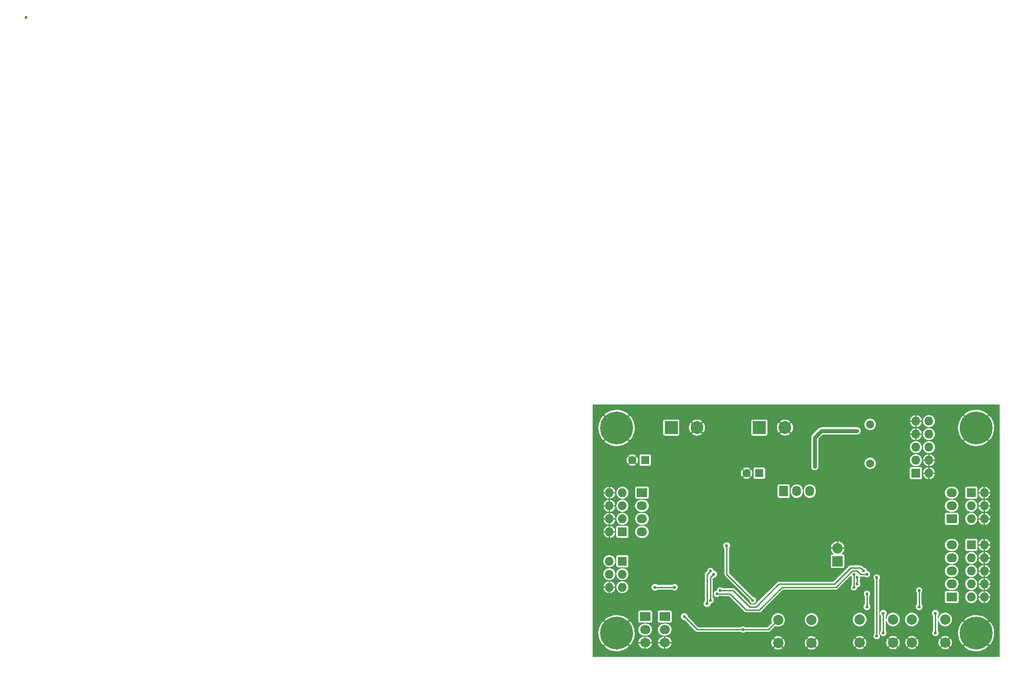
<source format=gbl>
G04 #@! TF.FileFunction,Copper,L2,Bot,Signal*
%FSLAX46Y46*%
G04 Gerber Fmt 4.6, Leading zero omitted, Abs format (unit mm)*
G04 Created by KiCad (PCBNEW 4.0.7) date Monday, 16 October 2017 'AMt' 00:26:45*
%MOMM*%
%LPD*%
G01*
G04 APERTURE LIST*
%ADD10C,0.100000*%
%ADD11C,0.600000*%
%ADD12C,6.400000*%
%ADD13R,1.727200X1.727200*%
%ADD14O,1.727200X1.727200*%
%ADD15R,1.727200X2.032000*%
%ADD16O,1.727200X2.032000*%
%ADD17R,2.032000X2.032000*%
%ADD18O,2.032000X2.032000*%
%ADD19R,2.032000X1.727200*%
%ADD20O,2.032000X1.727200*%
%ADD21R,2.500000X2.500000*%
%ADD22C,2.500000*%
%ADD23C,2.000000*%
%ADD24C,1.600000*%
%ADD25O,1.600000X1.600000*%
%ADD26R,1.600000X1.600000*%
%ADD27C,0.750000*%
%ADD28C,0.250000*%
%ADD29C,0.200000*%
G04 APERTURE END LIST*
D10*
D11*
X138430000Y-104140000D03*
X137795000Y-102235000D03*
X137795000Y-103505000D03*
X118040000Y-88180000D03*
X112325000Y-102150000D03*
X112325000Y-103420000D03*
X166300000Y-104690000D03*
X165030000Y-104690000D03*
X187890000Y-100880000D03*
X187890000Y-99610000D03*
X187890000Y-90720000D03*
X187890000Y-89450000D03*
X163760000Y-88180000D03*
X163760000Y-90720000D03*
X163760000Y-93260000D03*
X163760000Y-95800000D03*
X163760000Y-98340000D03*
X168205000Y-78020000D03*
X166935000Y-78020000D03*
X158045000Y-79290000D03*
X158045000Y-81830000D03*
X152965000Y-79925000D03*
X151695000Y-79925000D03*
X157410000Y-83100000D03*
X157410000Y-84370000D03*
X158045000Y-90720000D03*
X158045000Y-98340000D03*
X158045000Y-94530000D03*
X159315000Y-96435000D03*
X159315000Y-92625000D03*
X141440000Y-111675000D03*
X129016893Y-121653107D03*
X127492893Y-120129107D03*
X140265000Y-86910000D03*
X125660000Y-85005000D03*
X0Y0D03*
X135185000Y-85005000D03*
X133280000Y-85005000D03*
X131375000Y-85005000D03*
X138360000Y-88815000D03*
X116135000Y-86275000D03*
X118040000Y-84370000D03*
X137160000Y-104140000D03*
X135185000Y-112945000D03*
X135185000Y-105325000D03*
X135185000Y-109770000D03*
X133915000Y-114215000D03*
X136455000Y-114215000D03*
X136455000Y-116755000D03*
X133915000Y-116755000D03*
X135185000Y-118025000D03*
X137725000Y-115485000D03*
X132645000Y-115485000D03*
D12*
X115000000Y-80000000D03*
D11*
X117400000Y-80000000D03*
X116697056Y-81697056D03*
X115000000Y-82400000D03*
X113302944Y-81697056D03*
X112600000Y-80000000D03*
X113302944Y-78302944D03*
X115000000Y-77600000D03*
X116697056Y-78302944D03*
D12*
X115000000Y-120000000D03*
D11*
X117400000Y-120000000D03*
X116697056Y-121697056D03*
X115000000Y-122400000D03*
X113302944Y-121697056D03*
X112600000Y-120000000D03*
X113302944Y-118302944D03*
X115000000Y-117600000D03*
X116697056Y-118302944D03*
D12*
X185000000Y-120000000D03*
D11*
X187400000Y-120000000D03*
X186697056Y-121697056D03*
X185000000Y-122400000D03*
X183302944Y-121697056D03*
X182600000Y-120000000D03*
X183302944Y-118302944D03*
X185000000Y-117600000D03*
X186697056Y-118302944D03*
D13*
X116135000Y-105960000D03*
D14*
X113595000Y-105960000D03*
X116135000Y-108500000D03*
X113595000Y-108500000D03*
X116135000Y-111040000D03*
X113595000Y-111040000D03*
D13*
X173285000Y-88815000D03*
D14*
X175825000Y-88815000D03*
X173285000Y-86275000D03*
X175825000Y-86275000D03*
X173285000Y-83735000D03*
X175825000Y-83735000D03*
X173285000Y-81195000D03*
X175825000Y-81195000D03*
X173285000Y-78655000D03*
X175825000Y-78655000D03*
D15*
X147555000Y-92310000D03*
D16*
X150095000Y-92310000D03*
X152635000Y-92310000D03*
D17*
X158045000Y-105960000D03*
D18*
X158045000Y-103420000D03*
D13*
X184080000Y-92625000D03*
D14*
X186620000Y-92625000D03*
X184080000Y-95165000D03*
X186620000Y-95165000D03*
X184080000Y-97705000D03*
X186620000Y-97705000D03*
D13*
X116135000Y-100245000D03*
D14*
X113595000Y-100245000D03*
X116135000Y-97705000D03*
X113595000Y-97705000D03*
X116135000Y-95165000D03*
X113595000Y-95165000D03*
X116135000Y-92625000D03*
X113595000Y-92625000D03*
D19*
X180270000Y-97705000D03*
D20*
X180270000Y-95165000D03*
X180270000Y-92625000D03*
D19*
X124390000Y-116755000D03*
D20*
X124390000Y-119295000D03*
X124390000Y-121835000D03*
D19*
X120580000Y-116755000D03*
D20*
X120580000Y-119295000D03*
X120580000Y-121835000D03*
D21*
X125660000Y-79925000D03*
D22*
X130660000Y-79925000D03*
D21*
X142805000Y-79925000D03*
D22*
X147805000Y-79925000D03*
D23*
X146465000Y-121890000D03*
X146465000Y-117390000D03*
X152965000Y-121890000D03*
X152965000Y-117390000D03*
X162340000Y-121835000D03*
X162340000Y-117335000D03*
X168840000Y-121835000D03*
X168840000Y-117335000D03*
X172500000Y-121835000D03*
X172500000Y-117335000D03*
X179000000Y-121835000D03*
X179000000Y-117335000D03*
D19*
X119945000Y-92625000D03*
D20*
X119945000Y-95165000D03*
X119945000Y-97705000D03*
X119945000Y-100245000D03*
D13*
X184080000Y-102785000D03*
D14*
X186620000Y-102785000D03*
X184080000Y-105325000D03*
X186620000Y-105325000D03*
X184080000Y-107865000D03*
X186620000Y-107865000D03*
X184080000Y-110405000D03*
X186620000Y-110405000D03*
X184080000Y-112945000D03*
X186620000Y-112945000D03*
D19*
X180270000Y-112945000D03*
D20*
X180270000Y-110405000D03*
X180270000Y-107865000D03*
X180270000Y-105325000D03*
X180270000Y-102785000D03*
D24*
X164395000Y-86910000D03*
D25*
X164395000Y-79290000D03*
D12*
X185000000Y-80000000D03*
D11*
X187400000Y-80000000D03*
X186697056Y-81697056D03*
X185000000Y-82400000D03*
X183302944Y-81697056D03*
X182600000Y-80000000D03*
X183302944Y-78302944D03*
X185000000Y-77600000D03*
X186697056Y-78302944D03*
X135185000Y-115485000D03*
D26*
X120580000Y-86275000D03*
D24*
X118080000Y-86275000D03*
D26*
X142805000Y-88815000D03*
D24*
X140305000Y-88815000D03*
D11*
X161855000Y-80560000D03*
X153600000Y-87545000D03*
X166935000Y-119930000D03*
X166935000Y-116120000D03*
X177095000Y-119930000D03*
X177095000Y-116120000D03*
X163125000Y-107865000D03*
X135185000Y-111675000D03*
X163760000Y-108500000D03*
X134550000Y-112310000D03*
X122485000Y-111040000D03*
X126295000Y-111040000D03*
X128200000Y-116755000D03*
X139630000Y-119295000D03*
X161220000Y-108500000D03*
X161220000Y-111040000D03*
X161855000Y-109135000D03*
X161855000Y-110405000D03*
X163760000Y-112310000D03*
X163760000Y-114850000D03*
X173920000Y-111675000D03*
X173920000Y-114850000D03*
X165665000Y-109135000D03*
X165665000Y-120565000D03*
X133280000Y-107865000D03*
X132645000Y-114215000D03*
X133915000Y-108500000D03*
X133280000Y-113580000D03*
X136455000Y-102946200D03*
X141535000Y-113580000D03*
D27*
X154870000Y-80560000D02*
X161855000Y-80560000D01*
X153600000Y-87545000D02*
X153600000Y-81830000D01*
X153600000Y-81830000D02*
X154870000Y-80560000D01*
D28*
X166935000Y-116120000D02*
X166935000Y-119930000D01*
X177095000Y-116120000D02*
X177095000Y-119930000D01*
X135185000Y-111675000D02*
X137725000Y-111675000D01*
X137725000Y-111675000D02*
X140900000Y-114850000D01*
X140900000Y-114850000D02*
X142170000Y-114850000D01*
X142170000Y-114850000D02*
X146615000Y-110405000D01*
X146615000Y-110405000D02*
X157408590Y-110405000D01*
X157408590Y-110405000D02*
X160583590Y-107230000D01*
X160583590Y-107230000D02*
X162490000Y-107230000D01*
X162490000Y-107230000D02*
X163125000Y-107865000D01*
X134550000Y-112310000D02*
X137090000Y-112310000D01*
X160929998Y-107865000D02*
X161855000Y-107865000D01*
X137090000Y-112310000D02*
X140265000Y-115485000D01*
X157754998Y-111040000D02*
X160929998Y-107865000D01*
X140265000Y-115485000D02*
X142805000Y-115485000D01*
X142805000Y-115485000D02*
X147250000Y-111040000D01*
X147250000Y-111040000D02*
X157754998Y-111040000D01*
X161855000Y-107865000D02*
X162490000Y-108500000D01*
X162490000Y-108500000D02*
X163760000Y-108500000D01*
X126295000Y-111040000D02*
X122485000Y-111040000D01*
X139630000Y-119295000D02*
X130740000Y-119295000D01*
X130740000Y-119295000D02*
X128200000Y-116755000D01*
X139630000Y-119295000D02*
X144560000Y-119295000D01*
X144560000Y-119295000D02*
X146465000Y-117390000D01*
X161220000Y-111040000D02*
X161220000Y-108500000D01*
X161855000Y-110405000D02*
X161855000Y-109135000D01*
X163760000Y-114850000D02*
X163760000Y-112310000D01*
X173920000Y-114850000D02*
X173920000Y-111675000D01*
X165665000Y-120565000D02*
X165665000Y-109135000D01*
X132645000Y-114215000D02*
X132645000Y-108500000D01*
X132645000Y-108500000D02*
X133280000Y-107865000D01*
X133280000Y-113580000D02*
X133280000Y-109135000D01*
X133280000Y-109135000D02*
X133915000Y-108500000D01*
X136455000Y-108500000D02*
X136455000Y-102946200D01*
X136455000Y-108500000D02*
X141535000Y-113580000D01*
D29*
G36*
X189525000Y-124525000D02*
X110475000Y-124525000D01*
X110475000Y-119907956D01*
X111383753Y-119907956D01*
X111435281Y-120615220D01*
X111623800Y-121298841D01*
X111942064Y-121932548D01*
X112044337Y-122085611D01*
X112477705Y-122451584D01*
X112773134Y-122156155D01*
X112842611Y-122228100D01*
X112548416Y-122522295D01*
X112914389Y-122955663D01*
X113531084Y-123305753D01*
X114204229Y-123528805D01*
X114907956Y-123616247D01*
X115615220Y-123564719D01*
X116298841Y-123376200D01*
X116932548Y-123057936D01*
X117085611Y-122955663D01*
X117451584Y-122522295D01*
X117155980Y-122226691D01*
X117228419Y-122157708D01*
X117522295Y-122451584D01*
X117955663Y-122085611D01*
X117957769Y-122081900D01*
X119188357Y-122081900D01*
X119241052Y-122272365D01*
X119349177Y-122495445D01*
X119498745Y-122693145D01*
X119684009Y-122857867D01*
X119897848Y-122983280D01*
X120132045Y-123064566D01*
X120377600Y-123098600D01*
X120530000Y-123098600D01*
X120530000Y-121885000D01*
X120630000Y-121885000D01*
X120630000Y-123098600D01*
X120782400Y-123098600D01*
X121027955Y-123064566D01*
X121262152Y-122983280D01*
X121475991Y-122857867D01*
X121661255Y-122693145D01*
X121810823Y-122495445D01*
X121918948Y-122272365D01*
X121971643Y-122081900D01*
X122998357Y-122081900D01*
X123051052Y-122272365D01*
X123159177Y-122495445D01*
X123308745Y-122693145D01*
X123494009Y-122857867D01*
X123707848Y-122983280D01*
X123942045Y-123064566D01*
X124187600Y-123098600D01*
X124340000Y-123098600D01*
X124340000Y-121885000D01*
X124440000Y-121885000D01*
X124440000Y-123098600D01*
X124592400Y-123098600D01*
X124837955Y-123064566D01*
X125072152Y-122983280D01*
X125285991Y-122857867D01*
X125296293Y-122848707D01*
X145577003Y-122848707D01*
X145679093Y-123056774D01*
X145921820Y-123187677D01*
X146185421Y-123268713D01*
X146459767Y-123296764D01*
X146734313Y-123270755D01*
X146998510Y-123191684D01*
X147242204Y-123062590D01*
X147250907Y-123056774D01*
X147352997Y-122848707D01*
X152077003Y-122848707D01*
X152179093Y-123056774D01*
X152421820Y-123187677D01*
X152685421Y-123268713D01*
X152959767Y-123296764D01*
X153234313Y-123270755D01*
X153498510Y-123191684D01*
X153742204Y-123062590D01*
X153750907Y-123056774D01*
X153852997Y-122848707D01*
X153797997Y-122793707D01*
X161452003Y-122793707D01*
X161554093Y-123001774D01*
X161796820Y-123132677D01*
X162060421Y-123213713D01*
X162334767Y-123241764D01*
X162609313Y-123215755D01*
X162873510Y-123136684D01*
X163117204Y-123007590D01*
X163125907Y-123001774D01*
X163227997Y-122793707D01*
X167952003Y-122793707D01*
X168054093Y-123001774D01*
X168296820Y-123132677D01*
X168560421Y-123213713D01*
X168834767Y-123241764D01*
X169109313Y-123215755D01*
X169373510Y-123136684D01*
X169617204Y-123007590D01*
X169625907Y-123001774D01*
X169727997Y-122793707D01*
X171612003Y-122793707D01*
X171714093Y-123001774D01*
X171956820Y-123132677D01*
X172220421Y-123213713D01*
X172494767Y-123241764D01*
X172769313Y-123215755D01*
X173033510Y-123136684D01*
X173277204Y-123007590D01*
X173285907Y-123001774D01*
X173387997Y-122793707D01*
X178112003Y-122793707D01*
X178214093Y-123001774D01*
X178456820Y-123132677D01*
X178720421Y-123213713D01*
X178994767Y-123241764D01*
X179269313Y-123215755D01*
X179533510Y-123136684D01*
X179777204Y-123007590D01*
X179785907Y-123001774D01*
X179887997Y-122793707D01*
X179000000Y-121905711D01*
X178112003Y-122793707D01*
X173387997Y-122793707D01*
X172500000Y-121905711D01*
X171612003Y-122793707D01*
X169727997Y-122793707D01*
X168840000Y-121905711D01*
X167952003Y-122793707D01*
X163227997Y-122793707D01*
X162340000Y-121905711D01*
X161452003Y-122793707D01*
X153797997Y-122793707D01*
X152965000Y-121960711D01*
X152077003Y-122848707D01*
X147352997Y-122848707D01*
X146465000Y-121960711D01*
X145577003Y-122848707D01*
X125296293Y-122848707D01*
X125471255Y-122693145D01*
X125620823Y-122495445D01*
X125728948Y-122272365D01*
X125781643Y-122081900D01*
X125704925Y-121885000D01*
X124440000Y-121885000D01*
X124340000Y-121885000D01*
X123075075Y-121885000D01*
X122998357Y-122081900D01*
X121971643Y-122081900D01*
X121894925Y-121885000D01*
X120630000Y-121885000D01*
X120530000Y-121885000D01*
X119265075Y-121885000D01*
X119188357Y-122081900D01*
X117957769Y-122081900D01*
X118069678Y-121884767D01*
X145058236Y-121884767D01*
X145084245Y-122159313D01*
X145163316Y-122423510D01*
X145292410Y-122667204D01*
X145298226Y-122675907D01*
X145506293Y-122777997D01*
X146394289Y-121890000D01*
X146535711Y-121890000D01*
X147423707Y-122777997D01*
X147631774Y-122675907D01*
X147762677Y-122433180D01*
X147843713Y-122169579D01*
X147871764Y-121895233D01*
X147870773Y-121884767D01*
X151558236Y-121884767D01*
X151584245Y-122159313D01*
X151663316Y-122423510D01*
X151792410Y-122667204D01*
X151798226Y-122675907D01*
X152006293Y-122777997D01*
X152894289Y-121890000D01*
X153035711Y-121890000D01*
X153923707Y-122777997D01*
X154131774Y-122675907D01*
X154262677Y-122433180D01*
X154343713Y-122169579D01*
X154371764Y-121895233D01*
X154365563Y-121829767D01*
X160933236Y-121829767D01*
X160959245Y-122104313D01*
X161038316Y-122368510D01*
X161167410Y-122612204D01*
X161173226Y-122620907D01*
X161381293Y-122722997D01*
X162269289Y-121835000D01*
X162410711Y-121835000D01*
X163298707Y-122722997D01*
X163506774Y-122620907D01*
X163637677Y-122378180D01*
X163718713Y-122114579D01*
X163746764Y-121840233D01*
X163745773Y-121829767D01*
X167433236Y-121829767D01*
X167459245Y-122104313D01*
X167538316Y-122368510D01*
X167667410Y-122612204D01*
X167673226Y-122620907D01*
X167881293Y-122722997D01*
X168769289Y-121835000D01*
X168910711Y-121835000D01*
X169798707Y-122722997D01*
X170006774Y-122620907D01*
X170137677Y-122378180D01*
X170218713Y-122114579D01*
X170246764Y-121840233D01*
X170245773Y-121829767D01*
X171093236Y-121829767D01*
X171119245Y-122104313D01*
X171198316Y-122368510D01*
X171327410Y-122612204D01*
X171333226Y-122620907D01*
X171541293Y-122722997D01*
X172429289Y-121835000D01*
X172570711Y-121835000D01*
X173458707Y-122722997D01*
X173666774Y-122620907D01*
X173797677Y-122378180D01*
X173878713Y-122114579D01*
X173906764Y-121840233D01*
X173905773Y-121829767D01*
X177593236Y-121829767D01*
X177619245Y-122104313D01*
X177698316Y-122368510D01*
X177827410Y-122612204D01*
X177833226Y-122620907D01*
X178041293Y-122722997D01*
X178929289Y-121835000D01*
X179070711Y-121835000D01*
X179958707Y-122722997D01*
X180166774Y-122620907D01*
X180297677Y-122378180D01*
X180378713Y-122114579D01*
X180406764Y-121840233D01*
X180380755Y-121565687D01*
X180301684Y-121301490D01*
X180172590Y-121057796D01*
X180166774Y-121049093D01*
X179958707Y-120947003D01*
X179070711Y-121835000D01*
X178929289Y-121835000D01*
X178041293Y-120947003D01*
X177833226Y-121049093D01*
X177702323Y-121291820D01*
X177621287Y-121555421D01*
X177593236Y-121829767D01*
X173905773Y-121829767D01*
X173880755Y-121565687D01*
X173801684Y-121301490D01*
X173672590Y-121057796D01*
X173666774Y-121049093D01*
X173458707Y-120947003D01*
X172570711Y-121835000D01*
X172429289Y-121835000D01*
X171541293Y-120947003D01*
X171333226Y-121049093D01*
X171202323Y-121291820D01*
X171121287Y-121555421D01*
X171093236Y-121829767D01*
X170245773Y-121829767D01*
X170220755Y-121565687D01*
X170141684Y-121301490D01*
X170012590Y-121057796D01*
X170006774Y-121049093D01*
X169798707Y-120947003D01*
X168910711Y-121835000D01*
X168769289Y-121835000D01*
X167881293Y-120947003D01*
X167673226Y-121049093D01*
X167542323Y-121291820D01*
X167461287Y-121555421D01*
X167433236Y-121829767D01*
X163745773Y-121829767D01*
X163720755Y-121565687D01*
X163641684Y-121301490D01*
X163512590Y-121057796D01*
X163506774Y-121049093D01*
X163298707Y-120947003D01*
X162410711Y-121835000D01*
X162269289Y-121835000D01*
X161381293Y-120947003D01*
X161173226Y-121049093D01*
X161042323Y-121291820D01*
X160961287Y-121555421D01*
X160933236Y-121829767D01*
X154365563Y-121829767D01*
X154345755Y-121620687D01*
X154266684Y-121356490D01*
X154137590Y-121112796D01*
X154131774Y-121104093D01*
X153923707Y-121002003D01*
X153035711Y-121890000D01*
X152894289Y-121890000D01*
X152006293Y-121002003D01*
X151798226Y-121104093D01*
X151667323Y-121346820D01*
X151586287Y-121610421D01*
X151558236Y-121884767D01*
X147870773Y-121884767D01*
X147845755Y-121620687D01*
X147766684Y-121356490D01*
X147637590Y-121112796D01*
X147631774Y-121104093D01*
X147423707Y-121002003D01*
X146535711Y-121890000D01*
X146394289Y-121890000D01*
X145506293Y-121002003D01*
X145298226Y-121104093D01*
X145167323Y-121346820D01*
X145086287Y-121610421D01*
X145058236Y-121884767D01*
X118069678Y-121884767D01*
X118238093Y-121588100D01*
X119188357Y-121588100D01*
X119265075Y-121785000D01*
X120530000Y-121785000D01*
X120530000Y-120571400D01*
X120630000Y-120571400D01*
X120630000Y-121785000D01*
X121894925Y-121785000D01*
X121971643Y-121588100D01*
X122998357Y-121588100D01*
X123075075Y-121785000D01*
X124340000Y-121785000D01*
X124340000Y-120571400D01*
X124440000Y-120571400D01*
X124440000Y-121785000D01*
X125704925Y-121785000D01*
X125781643Y-121588100D01*
X125728948Y-121397635D01*
X125620823Y-121174555D01*
X125471255Y-120976855D01*
X125420012Y-120931293D01*
X145577003Y-120931293D01*
X146465000Y-121819289D01*
X147352997Y-120931293D01*
X152077003Y-120931293D01*
X152965000Y-121819289D01*
X153852997Y-120931293D01*
X153826011Y-120876293D01*
X161452003Y-120876293D01*
X162340000Y-121764289D01*
X163227997Y-120876293D01*
X163125907Y-120668226D01*
X162883180Y-120537323D01*
X162619579Y-120456287D01*
X162345233Y-120428236D01*
X162070687Y-120454245D01*
X161806490Y-120533316D01*
X161562796Y-120662410D01*
X161554093Y-120668226D01*
X161452003Y-120876293D01*
X153826011Y-120876293D01*
X153750907Y-120723226D01*
X153508180Y-120592323D01*
X153244579Y-120511287D01*
X152970233Y-120483236D01*
X152695687Y-120509245D01*
X152431490Y-120588316D01*
X152187796Y-120717410D01*
X152179093Y-120723226D01*
X152077003Y-120931293D01*
X147352997Y-120931293D01*
X147250907Y-120723226D01*
X147008180Y-120592323D01*
X146744579Y-120511287D01*
X146470233Y-120483236D01*
X146195687Y-120509245D01*
X145931490Y-120588316D01*
X145687796Y-120717410D01*
X145679093Y-120723226D01*
X145577003Y-120931293D01*
X125420012Y-120931293D01*
X125285991Y-120812133D01*
X125072152Y-120686720D01*
X124837955Y-120605434D01*
X124592400Y-120571400D01*
X124440000Y-120571400D01*
X124340000Y-120571400D01*
X124187600Y-120571400D01*
X123942045Y-120605434D01*
X123707848Y-120686720D01*
X123494009Y-120812133D01*
X123308745Y-120976855D01*
X123159177Y-121174555D01*
X123051052Y-121397635D01*
X122998357Y-121588100D01*
X121971643Y-121588100D01*
X121918948Y-121397635D01*
X121810823Y-121174555D01*
X121661255Y-120976855D01*
X121475991Y-120812133D01*
X121262152Y-120686720D01*
X121027955Y-120605434D01*
X120782400Y-120571400D01*
X120630000Y-120571400D01*
X120530000Y-120571400D01*
X120377600Y-120571400D01*
X120132045Y-120605434D01*
X119897848Y-120686720D01*
X119684009Y-120812133D01*
X119498745Y-120976855D01*
X119349177Y-121174555D01*
X119241052Y-121397635D01*
X119188357Y-121588100D01*
X118238093Y-121588100D01*
X118305753Y-121468916D01*
X118528805Y-120795771D01*
X118616247Y-120092044D01*
X118564719Y-119384780D01*
X118537528Y-119286178D01*
X119157180Y-119286178D01*
X119179531Y-119531775D01*
X119249159Y-119768353D01*
X119363414Y-119986901D01*
X119517941Y-120179095D01*
X119706857Y-120337613D01*
X119922964Y-120456419D01*
X120158032Y-120530987D01*
X120403106Y-120558477D01*
X120420749Y-120558600D01*
X120739251Y-120558600D01*
X120984686Y-120534535D01*
X121220772Y-120463256D01*
X121438517Y-120347479D01*
X121629627Y-120191614D01*
X121786823Y-120001596D01*
X121904117Y-119784665D01*
X121977042Y-119549082D01*
X122002820Y-119303822D01*
X122001215Y-119286178D01*
X122967180Y-119286178D01*
X122989531Y-119531775D01*
X123059159Y-119768353D01*
X123173414Y-119986901D01*
X123327941Y-120179095D01*
X123516857Y-120337613D01*
X123732964Y-120456419D01*
X123968032Y-120530987D01*
X124213106Y-120558477D01*
X124230749Y-120558600D01*
X124549251Y-120558600D01*
X124794686Y-120534535D01*
X125030772Y-120463256D01*
X125248517Y-120347479D01*
X125439627Y-120191614D01*
X125596823Y-120001596D01*
X125714117Y-119784665D01*
X125787042Y-119549082D01*
X125812820Y-119303822D01*
X125790469Y-119058225D01*
X125720841Y-118821647D01*
X125606586Y-118603099D01*
X125452059Y-118410905D01*
X125263143Y-118252387D01*
X125047036Y-118133581D01*
X124811968Y-118059013D01*
X124566894Y-118031523D01*
X124549251Y-118031400D01*
X124230749Y-118031400D01*
X123985314Y-118055465D01*
X123749228Y-118126744D01*
X123531483Y-118242521D01*
X123340373Y-118398386D01*
X123183177Y-118588404D01*
X123065883Y-118805335D01*
X122992958Y-119040918D01*
X122967180Y-119286178D01*
X122001215Y-119286178D01*
X121980469Y-119058225D01*
X121910841Y-118821647D01*
X121796586Y-118603099D01*
X121642059Y-118410905D01*
X121453143Y-118252387D01*
X121237036Y-118133581D01*
X121001968Y-118059013D01*
X120756894Y-118031523D01*
X120739251Y-118031400D01*
X120420749Y-118031400D01*
X120175314Y-118055465D01*
X119939228Y-118126744D01*
X119721483Y-118242521D01*
X119530373Y-118398386D01*
X119373177Y-118588404D01*
X119255883Y-118805335D01*
X119182958Y-119040918D01*
X119157180Y-119286178D01*
X118537528Y-119286178D01*
X118376200Y-118701159D01*
X118057936Y-118067452D01*
X117955663Y-117914389D01*
X117522295Y-117548416D01*
X117227287Y-117843424D01*
X117156823Y-117772466D01*
X117451584Y-117477705D01*
X117085611Y-117044337D01*
X116468916Y-116694247D01*
X115795771Y-116471195D01*
X115092044Y-116383753D01*
X114384780Y-116435281D01*
X113701159Y-116623800D01*
X113067452Y-116942064D01*
X112914389Y-117044337D01*
X112548416Y-117477705D01*
X112843647Y-117772936D01*
X112772195Y-117842906D01*
X112477705Y-117548416D01*
X112044337Y-117914389D01*
X111694247Y-118531084D01*
X111471195Y-119204229D01*
X111383753Y-119907956D01*
X110475000Y-119907956D01*
X110475000Y-115891400D01*
X119162065Y-115891400D01*
X119162065Y-117618600D01*
X119167145Y-117682298D01*
X119200602Y-117790338D01*
X119262835Y-117884779D01*
X119348914Y-117958143D01*
X119452024Y-118004622D01*
X119564000Y-118020535D01*
X121596000Y-118020535D01*
X121659698Y-118015455D01*
X121767738Y-117981998D01*
X121862179Y-117919765D01*
X121935543Y-117833686D01*
X121982022Y-117730576D01*
X121997935Y-117618600D01*
X121997935Y-115891400D01*
X122972065Y-115891400D01*
X122972065Y-117618600D01*
X122977145Y-117682298D01*
X123010602Y-117790338D01*
X123072835Y-117884779D01*
X123158914Y-117958143D01*
X123262024Y-118004622D01*
X123374000Y-118020535D01*
X125406000Y-118020535D01*
X125469698Y-118015455D01*
X125577738Y-117981998D01*
X125672179Y-117919765D01*
X125745543Y-117833686D01*
X125792022Y-117730576D01*
X125807935Y-117618600D01*
X125807935Y-116818062D01*
X127449014Y-116818062D01*
X127475565Y-116962728D01*
X127529710Y-117099482D01*
X127609386Y-117223115D01*
X127711558Y-117328917D01*
X127832335Y-117412859D01*
X127967116Y-117471744D01*
X128110767Y-117503328D01*
X128207900Y-117505362D01*
X130368769Y-119666231D01*
X130406203Y-119696979D01*
X130443392Y-119728185D01*
X130445817Y-119729518D01*
X130447945Y-119731266D01*
X130490623Y-119754150D01*
X130533180Y-119777546D01*
X130535812Y-119778381D01*
X130538244Y-119779685D01*
X130584656Y-119793875D01*
X130630846Y-119808527D01*
X130633585Y-119808834D01*
X130636230Y-119809643D01*
X130684531Y-119814549D01*
X130732670Y-119819949D01*
X130738064Y-119819987D01*
X130738167Y-119819997D01*
X130738263Y-119819988D01*
X130740000Y-119820000D01*
X139163831Y-119820000D01*
X139174121Y-119830656D01*
X139286846Y-119909002D01*
X139412641Y-119963961D01*
X139546716Y-119993439D01*
X139683963Y-119996314D01*
X139819155Y-119972476D01*
X139947141Y-119922833D01*
X140063048Y-119849277D01*
X140093792Y-119820000D01*
X144560000Y-119820000D01*
X144608205Y-119815273D01*
X144656575Y-119811042D01*
X144659233Y-119810270D01*
X144661973Y-119810001D01*
X144708350Y-119795999D01*
X144754968Y-119782455D01*
X144757417Y-119781186D01*
X144760062Y-119780387D01*
X144802932Y-119757593D01*
X144845935Y-119735302D01*
X144848089Y-119733582D01*
X144850531Y-119732284D01*
X144888150Y-119701602D01*
X144926012Y-119671378D01*
X144929851Y-119667591D01*
X144929933Y-119667525D01*
X144929995Y-119667449D01*
X144931231Y-119666231D01*
X145918414Y-118679048D01*
X146030283Y-118727922D01*
X146298432Y-118786878D01*
X146572926Y-118792628D01*
X146843309Y-118744952D01*
X147099283Y-118645667D01*
X147331097Y-118498553D01*
X147529921Y-118309215D01*
X147688183Y-118084865D01*
X147799854Y-117834047D01*
X147860681Y-117566316D01*
X147861499Y-117507716D01*
X151563160Y-117507716D01*
X151612722Y-117777759D01*
X151713792Y-118033033D01*
X151862520Y-118263815D01*
X152053242Y-118461312D01*
X152278692Y-118618004D01*
X152530283Y-118727922D01*
X152798432Y-118786878D01*
X153072926Y-118792628D01*
X153343309Y-118744952D01*
X153599283Y-118645667D01*
X153831097Y-118498553D01*
X154029921Y-118309215D01*
X154188183Y-118084865D01*
X154299854Y-117834047D01*
X154360681Y-117566316D01*
X154362267Y-117452716D01*
X160938160Y-117452716D01*
X160987722Y-117722759D01*
X161088792Y-117978033D01*
X161237520Y-118208815D01*
X161428242Y-118406312D01*
X161653692Y-118563004D01*
X161905283Y-118672922D01*
X162173432Y-118731878D01*
X162447926Y-118737628D01*
X162718309Y-118689952D01*
X162974283Y-118590667D01*
X163206097Y-118443553D01*
X163404921Y-118254215D01*
X163563183Y-118029865D01*
X163674854Y-117779047D01*
X163735681Y-117511316D01*
X163740060Y-117197723D01*
X163686732Y-116928398D01*
X163582108Y-116674560D01*
X163430172Y-116445878D01*
X163236711Y-116251062D01*
X163009096Y-116097533D01*
X162755994Y-115991139D01*
X162487048Y-115935932D01*
X162212500Y-115934016D01*
X161942809Y-115985462D01*
X161688247Y-116088312D01*
X161458510Y-116238648D01*
X161262349Y-116430743D01*
X161107235Y-116657281D01*
X160999076Y-116909634D01*
X160941993Y-117178188D01*
X160938160Y-117452716D01*
X154362267Y-117452716D01*
X154365060Y-117252723D01*
X154311732Y-116983398D01*
X154207108Y-116729560D01*
X154055172Y-116500878D01*
X153861711Y-116306062D01*
X153634096Y-116152533D01*
X153380994Y-116046139D01*
X153112048Y-115990932D01*
X152837500Y-115989016D01*
X152567809Y-116040462D01*
X152313247Y-116143312D01*
X152083510Y-116293648D01*
X151887349Y-116485743D01*
X151732235Y-116712281D01*
X151624076Y-116964634D01*
X151566993Y-117233188D01*
X151563160Y-117507716D01*
X147861499Y-117507716D01*
X147865060Y-117252723D01*
X147811732Y-116983398D01*
X147707108Y-116729560D01*
X147555172Y-116500878D01*
X147361711Y-116306062D01*
X147134096Y-116152533D01*
X146880994Y-116046139D01*
X146612048Y-115990932D01*
X146337500Y-115989016D01*
X146067809Y-116040462D01*
X145813247Y-116143312D01*
X145583510Y-116293648D01*
X145387349Y-116485743D01*
X145232235Y-116712281D01*
X145124076Y-116964634D01*
X145066993Y-117233188D01*
X145063160Y-117507716D01*
X145112722Y-117777759D01*
X145175704Y-117936834D01*
X144342538Y-118770000D01*
X140095207Y-118770000D01*
X140078356Y-118753031D01*
X139964548Y-118676267D01*
X139837997Y-118623070D01*
X139703524Y-118595466D01*
X139566250Y-118594508D01*
X139431405Y-118620231D01*
X139304124Y-118671656D01*
X139189255Y-118746824D01*
X139165588Y-118770000D01*
X130957462Y-118770000D01*
X128948915Y-116761453D01*
X128950032Y-116681459D01*
X128921464Y-116537177D01*
X128865415Y-116401193D01*
X128784021Y-116278684D01*
X128680381Y-116174319D01*
X128558444Y-116092071D01*
X128422854Y-116035075D01*
X128278776Y-116005499D01*
X128131697Y-116004473D01*
X127987219Y-116032033D01*
X127850847Y-116087131D01*
X127727773Y-116167668D01*
X127622687Y-116270577D01*
X127539590Y-116391936D01*
X127481648Y-116527125D01*
X127451068Y-116670994D01*
X127449014Y-116818062D01*
X125807935Y-116818062D01*
X125807935Y-115891400D01*
X125802855Y-115827702D01*
X125769398Y-115719662D01*
X125707165Y-115625221D01*
X125621086Y-115551857D01*
X125517976Y-115505378D01*
X125406000Y-115489465D01*
X123374000Y-115489465D01*
X123310302Y-115494545D01*
X123202262Y-115528002D01*
X123107821Y-115590235D01*
X123034457Y-115676314D01*
X122987978Y-115779424D01*
X122972065Y-115891400D01*
X121997935Y-115891400D01*
X121992855Y-115827702D01*
X121959398Y-115719662D01*
X121897165Y-115625221D01*
X121811086Y-115551857D01*
X121707976Y-115505378D01*
X121596000Y-115489465D01*
X119564000Y-115489465D01*
X119500302Y-115494545D01*
X119392262Y-115528002D01*
X119297821Y-115590235D01*
X119224457Y-115676314D01*
X119177978Y-115779424D01*
X119162065Y-115891400D01*
X110475000Y-115891400D01*
X110475000Y-114278062D01*
X131894014Y-114278062D01*
X131920565Y-114422728D01*
X131974710Y-114559482D01*
X132054386Y-114683115D01*
X132156558Y-114788917D01*
X132277335Y-114872859D01*
X132412116Y-114931744D01*
X132555767Y-114963328D01*
X132702818Y-114966408D01*
X132847666Y-114940867D01*
X132984794Y-114887679D01*
X133108980Y-114808868D01*
X133215493Y-114707437D01*
X133300277Y-114587249D01*
X133360100Y-114452882D01*
X133389780Y-114322246D01*
X133482666Y-114305867D01*
X133619794Y-114252679D01*
X133743980Y-114173868D01*
X133850493Y-114072437D01*
X133935277Y-113952249D01*
X133995100Y-113817882D01*
X134027686Y-113674455D01*
X134030032Y-113506459D01*
X134001464Y-113362177D01*
X133945415Y-113226193D01*
X133864021Y-113103684D01*
X133805000Y-113044250D01*
X133805000Y-112368858D01*
X133849080Y-112368858D01*
X133873861Y-112503880D01*
X133924396Y-112631517D01*
X133998760Y-112746907D01*
X134094121Y-112845656D01*
X134206846Y-112924002D01*
X134332641Y-112978961D01*
X134466716Y-113008439D01*
X134603963Y-113011314D01*
X134739155Y-112987476D01*
X134867141Y-112937833D01*
X134983048Y-112864277D01*
X135013792Y-112835000D01*
X136872538Y-112835000D01*
X139893769Y-115856231D01*
X139931203Y-115886979D01*
X139968392Y-115918185D01*
X139970817Y-115919518D01*
X139972945Y-115921266D01*
X140015639Y-115944159D01*
X140058180Y-115967546D01*
X140060810Y-115968380D01*
X140063245Y-115969686D01*
X140109687Y-115983885D01*
X140155846Y-115998527D01*
X140158584Y-115998834D01*
X140161230Y-115999643D01*
X140209531Y-116004549D01*
X140257670Y-116009949D01*
X140263064Y-116009987D01*
X140263167Y-116009997D01*
X140263263Y-116009988D01*
X140265000Y-116010000D01*
X142805000Y-116010000D01*
X142853205Y-116005273D01*
X142901575Y-116001042D01*
X142904233Y-116000270D01*
X142906973Y-116000001D01*
X142953350Y-115985999D01*
X142999968Y-115972455D01*
X143002417Y-115971186D01*
X143005062Y-115970387D01*
X143047932Y-115947593D01*
X143090935Y-115925302D01*
X143093089Y-115923582D01*
X143095531Y-115922284D01*
X143133150Y-115891602D01*
X143171012Y-115861378D01*
X143174851Y-115857591D01*
X143174933Y-115857525D01*
X143174995Y-115857449D01*
X143176231Y-115856231D01*
X144119400Y-114913062D01*
X163009014Y-114913062D01*
X163035565Y-115057728D01*
X163089710Y-115194482D01*
X163169386Y-115318115D01*
X163271558Y-115423917D01*
X163392335Y-115507859D01*
X163527116Y-115566744D01*
X163670767Y-115598328D01*
X163817818Y-115601408D01*
X163962666Y-115575867D01*
X164099794Y-115522679D01*
X164223980Y-115443868D01*
X164330493Y-115342437D01*
X164415277Y-115222249D01*
X164475100Y-115087882D01*
X164507686Y-114944455D01*
X164510032Y-114776459D01*
X164481464Y-114632177D01*
X164425415Y-114496193D01*
X164344021Y-114373684D01*
X164285000Y-114314250D01*
X164285000Y-112776712D01*
X164292460Y-112769608D01*
X164371591Y-112657432D01*
X164427427Y-112532023D01*
X164457841Y-112398158D01*
X164460030Y-112241361D01*
X164433366Y-112106699D01*
X164381054Y-111979780D01*
X164305086Y-111865439D01*
X164208356Y-111768031D01*
X164094548Y-111691267D01*
X163967997Y-111638070D01*
X163833524Y-111610466D01*
X163696250Y-111609508D01*
X163561405Y-111635231D01*
X163434124Y-111686656D01*
X163319255Y-111761824D01*
X163221174Y-111857872D01*
X163143617Y-111971141D01*
X163089538Y-112097317D01*
X163060997Y-112231594D01*
X163059080Y-112368858D01*
X163083861Y-112503880D01*
X163134396Y-112631517D01*
X163208760Y-112746907D01*
X163235000Y-112774079D01*
X163235000Y-114314348D01*
X163182687Y-114365577D01*
X163099590Y-114486936D01*
X163041648Y-114622125D01*
X163011068Y-114765994D01*
X163009014Y-114913062D01*
X144119400Y-114913062D01*
X147467462Y-111565000D01*
X157754998Y-111565000D01*
X157803203Y-111560273D01*
X157851573Y-111556042D01*
X157854231Y-111555270D01*
X157856971Y-111555001D01*
X157903348Y-111540999D01*
X157949966Y-111527455D01*
X157952415Y-111526186D01*
X157955060Y-111525387D01*
X157997930Y-111502593D01*
X158040933Y-111480302D01*
X158043087Y-111478582D01*
X158045529Y-111477284D01*
X158083148Y-111446602D01*
X158121010Y-111416378D01*
X158124849Y-111412591D01*
X158124931Y-111412525D01*
X158124993Y-111412449D01*
X158126229Y-111411231D01*
X160642030Y-108895430D01*
X160668760Y-108936907D01*
X160695000Y-108964079D01*
X160695000Y-110574333D01*
X160681174Y-110587872D01*
X160603617Y-110701141D01*
X160549538Y-110827317D01*
X160520997Y-110961594D01*
X160519080Y-111098858D01*
X160543861Y-111233880D01*
X160594396Y-111361517D01*
X160668760Y-111476907D01*
X160764121Y-111575656D01*
X160876846Y-111654002D01*
X161002641Y-111708961D01*
X161136716Y-111738439D01*
X161273963Y-111741314D01*
X161409155Y-111717476D01*
X161537141Y-111667833D01*
X161653048Y-111594277D01*
X161752460Y-111499608D01*
X161831591Y-111387432D01*
X161887427Y-111262023D01*
X161917841Y-111128158D01*
X161918169Y-111104691D01*
X162044155Y-111082476D01*
X162172141Y-111032833D01*
X162288048Y-110959277D01*
X162387460Y-110864608D01*
X162466591Y-110752432D01*
X162522427Y-110627023D01*
X162552841Y-110493158D01*
X162555030Y-110336361D01*
X162528366Y-110201699D01*
X162476054Y-110074780D01*
X162400086Y-109960439D01*
X162380000Y-109940212D01*
X162380000Y-109601712D01*
X162387460Y-109594608D01*
X162466591Y-109482432D01*
X162522427Y-109357023D01*
X162552841Y-109223158D01*
X162555030Y-109066361D01*
X162546840Y-109025000D01*
X163293831Y-109025000D01*
X163304121Y-109035656D01*
X163416846Y-109114002D01*
X163542641Y-109168961D01*
X163676716Y-109198439D01*
X163813963Y-109201314D01*
X163856248Y-109193858D01*
X164964080Y-109193858D01*
X164988861Y-109328880D01*
X165039396Y-109456517D01*
X165113760Y-109571907D01*
X165140000Y-109599079D01*
X165140000Y-120099333D01*
X165126174Y-120112872D01*
X165048617Y-120226141D01*
X164994538Y-120352317D01*
X164965997Y-120486594D01*
X164964080Y-120623858D01*
X164988861Y-120758880D01*
X165039396Y-120886517D01*
X165113760Y-121001907D01*
X165209121Y-121100656D01*
X165321846Y-121179002D01*
X165447641Y-121233961D01*
X165581716Y-121263439D01*
X165718963Y-121266314D01*
X165854155Y-121242476D01*
X165982141Y-121192833D01*
X166098048Y-121119277D01*
X166197460Y-121024608D01*
X166276591Y-120912432D01*
X166292681Y-120876293D01*
X167952003Y-120876293D01*
X168840000Y-121764289D01*
X169727997Y-120876293D01*
X171612003Y-120876293D01*
X172500000Y-121764289D01*
X173387997Y-120876293D01*
X178112003Y-120876293D01*
X179000000Y-121764289D01*
X179887997Y-120876293D01*
X179785907Y-120668226D01*
X179543180Y-120537323D01*
X179279579Y-120456287D01*
X179005233Y-120428236D01*
X178730687Y-120454245D01*
X178466490Y-120533316D01*
X178222796Y-120662410D01*
X178214093Y-120668226D01*
X178112003Y-120876293D01*
X173387997Y-120876293D01*
X173285907Y-120668226D01*
X173043180Y-120537323D01*
X172779579Y-120456287D01*
X172505233Y-120428236D01*
X172230687Y-120454245D01*
X171966490Y-120533316D01*
X171722796Y-120662410D01*
X171714093Y-120668226D01*
X171612003Y-120876293D01*
X169727997Y-120876293D01*
X169625907Y-120668226D01*
X169383180Y-120537323D01*
X169119579Y-120456287D01*
X168845233Y-120428236D01*
X168570687Y-120454245D01*
X168306490Y-120533316D01*
X168062796Y-120662410D01*
X168054093Y-120668226D01*
X167952003Y-120876293D01*
X166292681Y-120876293D01*
X166332427Y-120787023D01*
X166362841Y-120653158D01*
X166365030Y-120496361D01*
X166338366Y-120361699D01*
X166286054Y-120234780D01*
X166210086Y-120120439D01*
X166190000Y-120100212D01*
X166190000Y-116215677D01*
X166210565Y-116327728D01*
X166264710Y-116464482D01*
X166344386Y-116588115D01*
X166410000Y-116656060D01*
X166410000Y-119464333D01*
X166396174Y-119477872D01*
X166318617Y-119591141D01*
X166264538Y-119717317D01*
X166235997Y-119851594D01*
X166234080Y-119988858D01*
X166258861Y-120123880D01*
X166309396Y-120251517D01*
X166383760Y-120366907D01*
X166479121Y-120465656D01*
X166591846Y-120544002D01*
X166717641Y-120598961D01*
X166851716Y-120628439D01*
X166988963Y-120631314D01*
X167124155Y-120607476D01*
X167252141Y-120557833D01*
X167368048Y-120484277D01*
X167467460Y-120389608D01*
X167546591Y-120277432D01*
X167602427Y-120152023D01*
X167632841Y-120018158D01*
X167635030Y-119861361D01*
X167608366Y-119726699D01*
X167556054Y-119599780D01*
X167480086Y-119485439D01*
X167460000Y-119465212D01*
X167460000Y-117571713D01*
X167487722Y-117722759D01*
X167588792Y-117978033D01*
X167737520Y-118208815D01*
X167928242Y-118406312D01*
X168153692Y-118563004D01*
X168405283Y-118672922D01*
X168673432Y-118731878D01*
X168947926Y-118737628D01*
X169218309Y-118689952D01*
X169474283Y-118590667D01*
X169706097Y-118443553D01*
X169904921Y-118254215D01*
X170063183Y-118029865D01*
X170174854Y-117779047D01*
X170235681Y-117511316D01*
X170236499Y-117452716D01*
X171098160Y-117452716D01*
X171147722Y-117722759D01*
X171248792Y-117978033D01*
X171397520Y-118208815D01*
X171588242Y-118406312D01*
X171813692Y-118563004D01*
X172065283Y-118672922D01*
X172333432Y-118731878D01*
X172607926Y-118737628D01*
X172878309Y-118689952D01*
X173134283Y-118590667D01*
X173366097Y-118443553D01*
X173564921Y-118254215D01*
X173723183Y-118029865D01*
X173834854Y-117779047D01*
X173895681Y-117511316D01*
X173900060Y-117197723D01*
X173846732Y-116928398D01*
X173742108Y-116674560D01*
X173590172Y-116445878D01*
X173396711Y-116251062D01*
X173295898Y-116183062D01*
X176344014Y-116183062D01*
X176370565Y-116327728D01*
X176424710Y-116464482D01*
X176504386Y-116588115D01*
X176570000Y-116656060D01*
X176570000Y-119464333D01*
X176556174Y-119477872D01*
X176478617Y-119591141D01*
X176424538Y-119717317D01*
X176395997Y-119851594D01*
X176394080Y-119988858D01*
X176418861Y-120123880D01*
X176469396Y-120251517D01*
X176543760Y-120366907D01*
X176639121Y-120465656D01*
X176751846Y-120544002D01*
X176877641Y-120598961D01*
X177011716Y-120628439D01*
X177148963Y-120631314D01*
X177284155Y-120607476D01*
X177412141Y-120557833D01*
X177528048Y-120484277D01*
X177627460Y-120389608D01*
X177706591Y-120277432D01*
X177762427Y-120152023D01*
X177792841Y-120018158D01*
X177794379Y-119907956D01*
X181383753Y-119907956D01*
X181435281Y-120615220D01*
X181623800Y-121298841D01*
X181942064Y-121932548D01*
X182044337Y-122085611D01*
X182477705Y-122451584D01*
X182773134Y-122156155D01*
X182842611Y-122228100D01*
X182548416Y-122522295D01*
X182914389Y-122955663D01*
X183531084Y-123305753D01*
X184204229Y-123528805D01*
X184907956Y-123616247D01*
X185615220Y-123564719D01*
X186298841Y-123376200D01*
X186932548Y-123057936D01*
X187085611Y-122955663D01*
X187451584Y-122522295D01*
X187155980Y-122226691D01*
X187228419Y-122157708D01*
X187522295Y-122451584D01*
X187955663Y-122085611D01*
X188305753Y-121468916D01*
X188528805Y-120795771D01*
X188616247Y-120092044D01*
X188564719Y-119384780D01*
X188376200Y-118701159D01*
X188057936Y-118067452D01*
X187955663Y-117914389D01*
X187522295Y-117548416D01*
X187227287Y-117843424D01*
X187156823Y-117772466D01*
X187451584Y-117477705D01*
X187085611Y-117044337D01*
X186468916Y-116694247D01*
X185795771Y-116471195D01*
X185092044Y-116383753D01*
X184384780Y-116435281D01*
X183701159Y-116623800D01*
X183067452Y-116942064D01*
X182914389Y-117044337D01*
X182548416Y-117477705D01*
X182843647Y-117772936D01*
X182772195Y-117842906D01*
X182477705Y-117548416D01*
X182044337Y-117914389D01*
X181694247Y-118531084D01*
X181471195Y-119204229D01*
X181383753Y-119907956D01*
X177794379Y-119907956D01*
X177795030Y-119861361D01*
X177768366Y-119726699D01*
X177716054Y-119599780D01*
X177640086Y-119485439D01*
X177620000Y-119465212D01*
X177620000Y-117571713D01*
X177647722Y-117722759D01*
X177748792Y-117978033D01*
X177897520Y-118208815D01*
X178088242Y-118406312D01*
X178313692Y-118563004D01*
X178565283Y-118672922D01*
X178833432Y-118731878D01*
X179107926Y-118737628D01*
X179378309Y-118689952D01*
X179634283Y-118590667D01*
X179866097Y-118443553D01*
X180064921Y-118254215D01*
X180223183Y-118029865D01*
X180334854Y-117779047D01*
X180395681Y-117511316D01*
X180400060Y-117197723D01*
X180346732Y-116928398D01*
X180242108Y-116674560D01*
X180090172Y-116445878D01*
X179896711Y-116251062D01*
X179669096Y-116097533D01*
X179415994Y-115991139D01*
X179147048Y-115935932D01*
X178872500Y-115934016D01*
X178602809Y-115985462D01*
X178348247Y-116088312D01*
X178118510Y-116238648D01*
X177922349Y-116430743D01*
X177767235Y-116657281D01*
X177659076Y-116909634D01*
X177620000Y-117093472D01*
X177620000Y-116655759D01*
X177665493Y-116612437D01*
X177750277Y-116492249D01*
X177810100Y-116357882D01*
X177842686Y-116214455D01*
X177845032Y-116046459D01*
X177816464Y-115902177D01*
X177760415Y-115766193D01*
X177679021Y-115643684D01*
X177575381Y-115539319D01*
X177453444Y-115457071D01*
X177317854Y-115400075D01*
X177173776Y-115370499D01*
X177026697Y-115369473D01*
X176882219Y-115397033D01*
X176745847Y-115452131D01*
X176622773Y-115532668D01*
X176517687Y-115635577D01*
X176434590Y-115756936D01*
X176376648Y-115892125D01*
X176346068Y-116035994D01*
X176344014Y-116183062D01*
X173295898Y-116183062D01*
X173169096Y-116097533D01*
X172915994Y-115991139D01*
X172647048Y-115935932D01*
X172372500Y-115934016D01*
X172102809Y-115985462D01*
X171848247Y-116088312D01*
X171618510Y-116238648D01*
X171422349Y-116430743D01*
X171267235Y-116657281D01*
X171159076Y-116909634D01*
X171101993Y-117178188D01*
X171098160Y-117452716D01*
X170236499Y-117452716D01*
X170240060Y-117197723D01*
X170186732Y-116928398D01*
X170082108Y-116674560D01*
X169930172Y-116445878D01*
X169736711Y-116251062D01*
X169509096Y-116097533D01*
X169255994Y-115991139D01*
X168987048Y-115935932D01*
X168712500Y-115934016D01*
X168442809Y-115985462D01*
X168188247Y-116088312D01*
X167958510Y-116238648D01*
X167762349Y-116430743D01*
X167607235Y-116657281D01*
X167499076Y-116909634D01*
X167460000Y-117093472D01*
X167460000Y-116655759D01*
X167505493Y-116612437D01*
X167590277Y-116492249D01*
X167650100Y-116357882D01*
X167682686Y-116214455D01*
X167685032Y-116046459D01*
X167656464Y-115902177D01*
X167600415Y-115766193D01*
X167519021Y-115643684D01*
X167415381Y-115539319D01*
X167293444Y-115457071D01*
X167157854Y-115400075D01*
X167013776Y-115370499D01*
X166866697Y-115369473D01*
X166722219Y-115397033D01*
X166585847Y-115452131D01*
X166462773Y-115532668D01*
X166357687Y-115635577D01*
X166274590Y-115756936D01*
X166216648Y-115892125D01*
X166190000Y-116017495D01*
X166190000Y-114913062D01*
X173169014Y-114913062D01*
X173195565Y-115057728D01*
X173249710Y-115194482D01*
X173329386Y-115318115D01*
X173431558Y-115423917D01*
X173552335Y-115507859D01*
X173687116Y-115566744D01*
X173830767Y-115598328D01*
X173977818Y-115601408D01*
X174122666Y-115575867D01*
X174259794Y-115522679D01*
X174383980Y-115443868D01*
X174490493Y-115342437D01*
X174575277Y-115222249D01*
X174635100Y-115087882D01*
X174667686Y-114944455D01*
X174670032Y-114776459D01*
X174641464Y-114632177D01*
X174585415Y-114496193D01*
X174504021Y-114373684D01*
X174445000Y-114314250D01*
X174445000Y-112141712D01*
X174452460Y-112134608D01*
X174489993Y-112081400D01*
X178852065Y-112081400D01*
X178852065Y-113808600D01*
X178857145Y-113872298D01*
X178890602Y-113980338D01*
X178952835Y-114074779D01*
X179038914Y-114148143D01*
X179142024Y-114194622D01*
X179254000Y-114210535D01*
X181286000Y-114210535D01*
X181349698Y-114205455D01*
X181457738Y-114171998D01*
X181552179Y-114109765D01*
X181625543Y-114023686D01*
X181672022Y-113920576D01*
X181687935Y-113808600D01*
X181687935Y-112938886D01*
X182816400Y-112938886D01*
X182816400Y-112951114D01*
X182840465Y-113196549D01*
X182911744Y-113432635D01*
X183027521Y-113650380D01*
X183183386Y-113841490D01*
X183373404Y-113998686D01*
X183590335Y-114115980D01*
X183825918Y-114188905D01*
X184071178Y-114214683D01*
X184316775Y-114192332D01*
X184553353Y-114122704D01*
X184771901Y-114008449D01*
X184964095Y-113853922D01*
X185122613Y-113665006D01*
X185241419Y-113448899D01*
X185315987Y-113213831D01*
X185318446Y-113191901D01*
X185380754Y-113191901D01*
X185452734Y-113428922D01*
X185569571Y-113647346D01*
X185726776Y-113838779D01*
X185918307Y-113995865D01*
X186136803Y-114112566D01*
X186373100Y-114184243D01*
X186570000Y-114107525D01*
X186570000Y-112995000D01*
X186670000Y-112995000D01*
X186670000Y-114107525D01*
X186866900Y-114184243D01*
X187103197Y-114112566D01*
X187321693Y-113995865D01*
X187513224Y-113838779D01*
X187670429Y-113647346D01*
X187787266Y-113428922D01*
X187859246Y-113191901D01*
X187782613Y-112995000D01*
X186670000Y-112995000D01*
X186570000Y-112995000D01*
X185457387Y-112995000D01*
X185380754Y-113191901D01*
X185318446Y-113191901D01*
X185343477Y-112968757D01*
X185343600Y-112951114D01*
X185343600Y-112938886D01*
X185319991Y-112698099D01*
X185380754Y-112698099D01*
X185457387Y-112895000D01*
X186570000Y-112895000D01*
X186570000Y-111782475D01*
X186670000Y-111782475D01*
X186670000Y-112895000D01*
X187782613Y-112895000D01*
X187859246Y-112698099D01*
X187787266Y-112461078D01*
X187670429Y-112242654D01*
X187513224Y-112051221D01*
X187321693Y-111894135D01*
X187103197Y-111777434D01*
X186866900Y-111705757D01*
X186670000Y-111782475D01*
X186570000Y-111782475D01*
X186373100Y-111705757D01*
X186136803Y-111777434D01*
X185918307Y-111894135D01*
X185726776Y-112051221D01*
X185569571Y-112242654D01*
X185452734Y-112461078D01*
X185380754Y-112698099D01*
X185319991Y-112698099D01*
X185319535Y-112693451D01*
X185248256Y-112457365D01*
X185132479Y-112239620D01*
X184976614Y-112048510D01*
X184786596Y-111891314D01*
X184569665Y-111774020D01*
X184334082Y-111701095D01*
X184088822Y-111675317D01*
X183843225Y-111697668D01*
X183606647Y-111767296D01*
X183388099Y-111881551D01*
X183195905Y-112036078D01*
X183037387Y-112224994D01*
X182918581Y-112441101D01*
X182844013Y-112676169D01*
X182816523Y-112921243D01*
X182816400Y-112938886D01*
X181687935Y-112938886D01*
X181687935Y-112081400D01*
X181682855Y-112017702D01*
X181649398Y-111909662D01*
X181587165Y-111815221D01*
X181501086Y-111741857D01*
X181397976Y-111695378D01*
X181286000Y-111679465D01*
X179254000Y-111679465D01*
X179190302Y-111684545D01*
X179082262Y-111718002D01*
X178987821Y-111780235D01*
X178914457Y-111866314D01*
X178867978Y-111969424D01*
X178852065Y-112081400D01*
X174489993Y-112081400D01*
X174531591Y-112022432D01*
X174587427Y-111897023D01*
X174617841Y-111763158D01*
X174620030Y-111606361D01*
X174593366Y-111471699D01*
X174541054Y-111344780D01*
X174465086Y-111230439D01*
X174368356Y-111133031D01*
X174254548Y-111056267D01*
X174127997Y-111003070D01*
X173993524Y-110975466D01*
X173856250Y-110974508D01*
X173721405Y-111000231D01*
X173594124Y-111051656D01*
X173479255Y-111126824D01*
X173381174Y-111222872D01*
X173303617Y-111336141D01*
X173249538Y-111462317D01*
X173220997Y-111596594D01*
X173219080Y-111733858D01*
X173243861Y-111868880D01*
X173294396Y-111996517D01*
X173368760Y-112111907D01*
X173395000Y-112139079D01*
X173395000Y-114314348D01*
X173342687Y-114365577D01*
X173259590Y-114486936D01*
X173201648Y-114622125D01*
X173171068Y-114765994D01*
X173169014Y-114913062D01*
X166190000Y-114913062D01*
X166190000Y-110396178D01*
X178847180Y-110396178D01*
X178869531Y-110641775D01*
X178939159Y-110878353D01*
X179053414Y-111096901D01*
X179207941Y-111289095D01*
X179396857Y-111447613D01*
X179612964Y-111566419D01*
X179848032Y-111640987D01*
X180093106Y-111668477D01*
X180110749Y-111668600D01*
X180429251Y-111668600D01*
X180674686Y-111644535D01*
X180910772Y-111573256D01*
X181128517Y-111457479D01*
X181319627Y-111301614D01*
X181476823Y-111111596D01*
X181594117Y-110894665D01*
X181667042Y-110659082D01*
X181692820Y-110413822D01*
X181691461Y-110398886D01*
X182816400Y-110398886D01*
X182816400Y-110411114D01*
X182840465Y-110656549D01*
X182911744Y-110892635D01*
X183027521Y-111110380D01*
X183183386Y-111301490D01*
X183373404Y-111458686D01*
X183590335Y-111575980D01*
X183825918Y-111648905D01*
X184071178Y-111674683D01*
X184316775Y-111652332D01*
X184553353Y-111582704D01*
X184771901Y-111468449D01*
X184964095Y-111313922D01*
X185122613Y-111125006D01*
X185241419Y-110908899D01*
X185315987Y-110673831D01*
X185318446Y-110651901D01*
X185380754Y-110651901D01*
X185452734Y-110888922D01*
X185569571Y-111107346D01*
X185726776Y-111298779D01*
X185918307Y-111455865D01*
X186136803Y-111572566D01*
X186373100Y-111644243D01*
X186570000Y-111567525D01*
X186570000Y-110455000D01*
X186670000Y-110455000D01*
X186670000Y-111567525D01*
X186866900Y-111644243D01*
X187103197Y-111572566D01*
X187321693Y-111455865D01*
X187513224Y-111298779D01*
X187670429Y-111107346D01*
X187787266Y-110888922D01*
X187859246Y-110651901D01*
X187782613Y-110455000D01*
X186670000Y-110455000D01*
X186570000Y-110455000D01*
X185457387Y-110455000D01*
X185380754Y-110651901D01*
X185318446Y-110651901D01*
X185343477Y-110428757D01*
X185343600Y-110411114D01*
X185343600Y-110398886D01*
X185319991Y-110158099D01*
X185380754Y-110158099D01*
X185457387Y-110355000D01*
X186570000Y-110355000D01*
X186570000Y-109242475D01*
X186670000Y-109242475D01*
X186670000Y-110355000D01*
X187782613Y-110355000D01*
X187859246Y-110158099D01*
X187787266Y-109921078D01*
X187670429Y-109702654D01*
X187513224Y-109511221D01*
X187321693Y-109354135D01*
X187103197Y-109237434D01*
X186866900Y-109165757D01*
X186670000Y-109242475D01*
X186570000Y-109242475D01*
X186373100Y-109165757D01*
X186136803Y-109237434D01*
X185918307Y-109354135D01*
X185726776Y-109511221D01*
X185569571Y-109702654D01*
X185452734Y-109921078D01*
X185380754Y-110158099D01*
X185319991Y-110158099D01*
X185319535Y-110153451D01*
X185248256Y-109917365D01*
X185132479Y-109699620D01*
X184976614Y-109508510D01*
X184786596Y-109351314D01*
X184569665Y-109234020D01*
X184334082Y-109161095D01*
X184088822Y-109135317D01*
X183843225Y-109157668D01*
X183606647Y-109227296D01*
X183388099Y-109341551D01*
X183195905Y-109496078D01*
X183037387Y-109684994D01*
X182918581Y-109901101D01*
X182844013Y-110136169D01*
X182816523Y-110381243D01*
X182816400Y-110398886D01*
X181691461Y-110398886D01*
X181670469Y-110168225D01*
X181600841Y-109931647D01*
X181486586Y-109713099D01*
X181332059Y-109520905D01*
X181143143Y-109362387D01*
X180927036Y-109243581D01*
X180691968Y-109169013D01*
X180446894Y-109141523D01*
X180429251Y-109141400D01*
X180110749Y-109141400D01*
X179865314Y-109165465D01*
X179629228Y-109236744D01*
X179411483Y-109352521D01*
X179220373Y-109508386D01*
X179063177Y-109698404D01*
X178945883Y-109915335D01*
X178872958Y-110150918D01*
X178847180Y-110396178D01*
X166190000Y-110396178D01*
X166190000Y-109601712D01*
X166197460Y-109594608D01*
X166276591Y-109482432D01*
X166332427Y-109357023D01*
X166362841Y-109223158D01*
X166365030Y-109066361D01*
X166338366Y-108931699D01*
X166286054Y-108804780D01*
X166210086Y-108690439D01*
X166113356Y-108593031D01*
X165999548Y-108516267D01*
X165872997Y-108463070D01*
X165738524Y-108435466D01*
X165601250Y-108434508D01*
X165466405Y-108460231D01*
X165339124Y-108511656D01*
X165224255Y-108586824D01*
X165126174Y-108682872D01*
X165048617Y-108796141D01*
X164994538Y-108922317D01*
X164965997Y-109056594D01*
X164964080Y-109193858D01*
X163856248Y-109193858D01*
X163949155Y-109177476D01*
X164077141Y-109127833D01*
X164193048Y-109054277D01*
X164292460Y-108959608D01*
X164371591Y-108847432D01*
X164427427Y-108722023D01*
X164457841Y-108588158D01*
X164460030Y-108431361D01*
X164433366Y-108296699D01*
X164381054Y-108169780D01*
X164305086Y-108055439D01*
X164208356Y-107958031D01*
X164094548Y-107881267D01*
X164034864Y-107856178D01*
X178847180Y-107856178D01*
X178869531Y-108101775D01*
X178939159Y-108338353D01*
X179053414Y-108556901D01*
X179207941Y-108749095D01*
X179396857Y-108907613D01*
X179612964Y-109026419D01*
X179848032Y-109100987D01*
X180093106Y-109128477D01*
X180110749Y-109128600D01*
X180429251Y-109128600D01*
X180674686Y-109104535D01*
X180910772Y-109033256D01*
X181128517Y-108917479D01*
X181319627Y-108761614D01*
X181476823Y-108571596D01*
X181594117Y-108354665D01*
X181667042Y-108119082D01*
X181692820Y-107873822D01*
X181691461Y-107858886D01*
X182816400Y-107858886D01*
X182816400Y-107871114D01*
X182840465Y-108116549D01*
X182911744Y-108352635D01*
X183027521Y-108570380D01*
X183183386Y-108761490D01*
X183373404Y-108918686D01*
X183590335Y-109035980D01*
X183825918Y-109108905D01*
X184071178Y-109134683D01*
X184316775Y-109112332D01*
X184553353Y-109042704D01*
X184771901Y-108928449D01*
X184964095Y-108773922D01*
X185122613Y-108585006D01*
X185241419Y-108368899D01*
X185315987Y-108133831D01*
X185318446Y-108111901D01*
X185380754Y-108111901D01*
X185452734Y-108348922D01*
X185569571Y-108567346D01*
X185726776Y-108758779D01*
X185918307Y-108915865D01*
X186136803Y-109032566D01*
X186373100Y-109104243D01*
X186570000Y-109027525D01*
X186570000Y-107915000D01*
X186670000Y-107915000D01*
X186670000Y-109027525D01*
X186866900Y-109104243D01*
X187103197Y-109032566D01*
X187321693Y-108915865D01*
X187513224Y-108758779D01*
X187670429Y-108567346D01*
X187787266Y-108348922D01*
X187859246Y-108111901D01*
X187782613Y-107915000D01*
X186670000Y-107915000D01*
X186570000Y-107915000D01*
X185457387Y-107915000D01*
X185380754Y-108111901D01*
X185318446Y-108111901D01*
X185343477Y-107888757D01*
X185343600Y-107871114D01*
X185343600Y-107858886D01*
X185319991Y-107618099D01*
X185380754Y-107618099D01*
X185457387Y-107815000D01*
X186570000Y-107815000D01*
X186570000Y-106702475D01*
X186670000Y-106702475D01*
X186670000Y-107815000D01*
X187782613Y-107815000D01*
X187859246Y-107618099D01*
X187787266Y-107381078D01*
X187670429Y-107162654D01*
X187513224Y-106971221D01*
X187321693Y-106814135D01*
X187103197Y-106697434D01*
X186866900Y-106625757D01*
X186670000Y-106702475D01*
X186570000Y-106702475D01*
X186373100Y-106625757D01*
X186136803Y-106697434D01*
X185918307Y-106814135D01*
X185726776Y-106971221D01*
X185569571Y-107162654D01*
X185452734Y-107381078D01*
X185380754Y-107618099D01*
X185319991Y-107618099D01*
X185319535Y-107613451D01*
X185248256Y-107377365D01*
X185132479Y-107159620D01*
X184976614Y-106968510D01*
X184786596Y-106811314D01*
X184569665Y-106694020D01*
X184334082Y-106621095D01*
X184088822Y-106595317D01*
X183843225Y-106617668D01*
X183606647Y-106687296D01*
X183388099Y-106801551D01*
X183195905Y-106956078D01*
X183037387Y-107144994D01*
X182918581Y-107361101D01*
X182844013Y-107596169D01*
X182816523Y-107841243D01*
X182816400Y-107858886D01*
X181691461Y-107858886D01*
X181670469Y-107628225D01*
X181600841Y-107391647D01*
X181486586Y-107173099D01*
X181332059Y-106980905D01*
X181143143Y-106822387D01*
X180927036Y-106703581D01*
X180691968Y-106629013D01*
X180446894Y-106601523D01*
X180429251Y-106601400D01*
X180110749Y-106601400D01*
X179865314Y-106625465D01*
X179629228Y-106696744D01*
X179411483Y-106812521D01*
X179220373Y-106968386D01*
X179063177Y-107158404D01*
X178945883Y-107375335D01*
X178872958Y-107610918D01*
X178847180Y-107856178D01*
X164034864Y-107856178D01*
X163967997Y-107828070D01*
X163833524Y-107800466D01*
X163824974Y-107800406D01*
X163825030Y-107796361D01*
X163798366Y-107661699D01*
X163746054Y-107534780D01*
X163670086Y-107420439D01*
X163573356Y-107323031D01*
X163459548Y-107246267D01*
X163332997Y-107193070D01*
X163198524Y-107165466D01*
X163167713Y-107165251D01*
X162861231Y-106858769D01*
X162823797Y-106828021D01*
X162786608Y-106796815D01*
X162784183Y-106795482D01*
X162782055Y-106793734D01*
X162739361Y-106770841D01*
X162696820Y-106747454D01*
X162694190Y-106746620D01*
X162691755Y-106745314D01*
X162645313Y-106731115D01*
X162599154Y-106716473D01*
X162596416Y-106716166D01*
X162593770Y-106715357D01*
X162545469Y-106710451D01*
X162497330Y-106705051D01*
X162491936Y-106705013D01*
X162491833Y-106705003D01*
X162491737Y-106705012D01*
X162490000Y-106705000D01*
X160583590Y-106705000D01*
X160535385Y-106709727D01*
X160487015Y-106713958D01*
X160484357Y-106714730D01*
X160481617Y-106714999D01*
X160435240Y-106729001D01*
X160388622Y-106742545D01*
X160386173Y-106743814D01*
X160383528Y-106744613D01*
X160340658Y-106767407D01*
X160297655Y-106789698D01*
X160295501Y-106791418D01*
X160293059Y-106792716D01*
X160255440Y-106823398D01*
X160217578Y-106853622D01*
X160213739Y-106857409D01*
X160213657Y-106857475D01*
X160213595Y-106857551D01*
X160212359Y-106858769D01*
X157191128Y-109880000D01*
X146615000Y-109880000D01*
X146566745Y-109884732D01*
X146518425Y-109888959D01*
X146515772Y-109889730D01*
X146513027Y-109889999D01*
X146466609Y-109904013D01*
X146420032Y-109917545D01*
X146417583Y-109918814D01*
X146414938Y-109919613D01*
X146372068Y-109942407D01*
X146329065Y-109964698D01*
X146326911Y-109966418D01*
X146324469Y-109967716D01*
X146286850Y-109998398D01*
X146248988Y-110028622D01*
X146245149Y-110032409D01*
X146245067Y-110032475D01*
X146245005Y-110032551D01*
X146243769Y-110033769D01*
X141952538Y-114325000D01*
X141117462Y-114325000D01*
X138096231Y-111303769D01*
X138058797Y-111273021D01*
X138021608Y-111241815D01*
X138019183Y-111240482D01*
X138017055Y-111238734D01*
X137974361Y-111215841D01*
X137931820Y-111192454D01*
X137929190Y-111191620D01*
X137926755Y-111190314D01*
X137880313Y-111176115D01*
X137834154Y-111161473D01*
X137831416Y-111161166D01*
X137828770Y-111160357D01*
X137780469Y-111155451D01*
X137732330Y-111150051D01*
X137726936Y-111150013D01*
X137726833Y-111150003D01*
X137726737Y-111150012D01*
X137725000Y-111150000D01*
X135650207Y-111150000D01*
X135633356Y-111133031D01*
X135519548Y-111056267D01*
X135392997Y-111003070D01*
X135258524Y-110975466D01*
X135121250Y-110974508D01*
X134986405Y-111000231D01*
X134859124Y-111051656D01*
X134744255Y-111126824D01*
X134646174Y-111222872D01*
X134568617Y-111336141D01*
X134514538Y-111462317D01*
X134485997Y-111596594D01*
X134485815Y-111609591D01*
X134351405Y-111635231D01*
X134224124Y-111686656D01*
X134109255Y-111761824D01*
X134011174Y-111857872D01*
X133933617Y-111971141D01*
X133879538Y-112097317D01*
X133850997Y-112231594D01*
X133849080Y-112368858D01*
X133805000Y-112368858D01*
X133805000Y-109352462D01*
X133907424Y-109250038D01*
X133972818Y-109251408D01*
X134117666Y-109225867D01*
X134254794Y-109172679D01*
X134378980Y-109093868D01*
X134485493Y-108992437D01*
X134570277Y-108872249D01*
X134630100Y-108737882D01*
X134662686Y-108594455D01*
X134665032Y-108426459D01*
X134636464Y-108282177D01*
X134580415Y-108146193D01*
X134499021Y-108023684D01*
X134395381Y-107919319D01*
X134273444Y-107837071D01*
X134137854Y-107780075D01*
X133993776Y-107750499D01*
X133970917Y-107750340D01*
X133953366Y-107661699D01*
X133901054Y-107534780D01*
X133825086Y-107420439D01*
X133728356Y-107323031D01*
X133614548Y-107246267D01*
X133487997Y-107193070D01*
X133353524Y-107165466D01*
X133216250Y-107164508D01*
X133081405Y-107190231D01*
X132954124Y-107241656D01*
X132839255Y-107316824D01*
X132741174Y-107412872D01*
X132663617Y-107526141D01*
X132609538Y-107652317D01*
X132580997Y-107786594D01*
X132580502Y-107822036D01*
X132273769Y-108128769D01*
X132243021Y-108166203D01*
X132211815Y-108203392D01*
X132210482Y-108205817D01*
X132208734Y-108207945D01*
X132185841Y-108250639D01*
X132162454Y-108293180D01*
X132161620Y-108295810D01*
X132160314Y-108298245D01*
X132146115Y-108344687D01*
X132131473Y-108390846D01*
X132131166Y-108393584D01*
X132130357Y-108396230D01*
X132125451Y-108444531D01*
X132120051Y-108492670D01*
X132120013Y-108498064D01*
X132120003Y-108498167D01*
X132120012Y-108498263D01*
X132120000Y-108500000D01*
X132120000Y-113679348D01*
X132067687Y-113730577D01*
X131984590Y-113851936D01*
X131926648Y-113987125D01*
X131896068Y-114130994D01*
X131894014Y-114278062D01*
X110475000Y-114278062D01*
X110475000Y-111286900D01*
X112355757Y-111286900D01*
X112427434Y-111523197D01*
X112544135Y-111741693D01*
X112701221Y-111933224D01*
X112892654Y-112090429D01*
X113111078Y-112207266D01*
X113348099Y-112279246D01*
X113545000Y-112202613D01*
X113545000Y-111090000D01*
X113645000Y-111090000D01*
X113645000Y-112202613D01*
X113841901Y-112279246D01*
X114078922Y-112207266D01*
X114297346Y-112090429D01*
X114488779Y-111933224D01*
X114645865Y-111741693D01*
X114762566Y-111523197D01*
X114834243Y-111286900D01*
X114757525Y-111090000D01*
X113645000Y-111090000D01*
X113545000Y-111090000D01*
X112432475Y-111090000D01*
X112355757Y-111286900D01*
X110475000Y-111286900D01*
X110475000Y-111031178D01*
X114865317Y-111031178D01*
X114887668Y-111276775D01*
X114957296Y-111513353D01*
X115071551Y-111731901D01*
X115226078Y-111924095D01*
X115414994Y-112082613D01*
X115631101Y-112201419D01*
X115866169Y-112275987D01*
X116111243Y-112303477D01*
X116128886Y-112303600D01*
X116141114Y-112303600D01*
X116386549Y-112279535D01*
X116622635Y-112208256D01*
X116840380Y-112092479D01*
X117031490Y-111936614D01*
X117188686Y-111746596D01*
X117305980Y-111529665D01*
X117378905Y-111294082D01*
X117398982Y-111103062D01*
X121734014Y-111103062D01*
X121760565Y-111247728D01*
X121814710Y-111384482D01*
X121894386Y-111508115D01*
X121996558Y-111613917D01*
X122117335Y-111697859D01*
X122252116Y-111756744D01*
X122395767Y-111788328D01*
X122542818Y-111791408D01*
X122687666Y-111765867D01*
X122824794Y-111712679D01*
X122948980Y-111633868D01*
X123021298Y-111565000D01*
X125828831Y-111565000D01*
X125839121Y-111575656D01*
X125951846Y-111654002D01*
X126077641Y-111708961D01*
X126211716Y-111738439D01*
X126348963Y-111741314D01*
X126484155Y-111717476D01*
X126612141Y-111667833D01*
X126728048Y-111594277D01*
X126827460Y-111499608D01*
X126906591Y-111387432D01*
X126962427Y-111262023D01*
X126992841Y-111128158D01*
X126995030Y-110971361D01*
X126968366Y-110836699D01*
X126916054Y-110709780D01*
X126840086Y-110595439D01*
X126743356Y-110498031D01*
X126629548Y-110421267D01*
X126502997Y-110368070D01*
X126368524Y-110340466D01*
X126231250Y-110339508D01*
X126096405Y-110365231D01*
X125969124Y-110416656D01*
X125854255Y-110491824D01*
X125830588Y-110515000D01*
X123020675Y-110515000D01*
X122965381Y-110459319D01*
X122843444Y-110377071D01*
X122707854Y-110320075D01*
X122563776Y-110290499D01*
X122416697Y-110289473D01*
X122272219Y-110317033D01*
X122135847Y-110372131D01*
X122012773Y-110452668D01*
X121907687Y-110555577D01*
X121824590Y-110676936D01*
X121766648Y-110812125D01*
X121736068Y-110955994D01*
X121734014Y-111103062D01*
X117398982Y-111103062D01*
X117404683Y-111048822D01*
X117382332Y-110803225D01*
X117312704Y-110566647D01*
X117198449Y-110348099D01*
X117043922Y-110155905D01*
X116855006Y-109997387D01*
X116638899Y-109878581D01*
X116403831Y-109804013D01*
X116158757Y-109776523D01*
X116141114Y-109776400D01*
X116128886Y-109776400D01*
X115883451Y-109800465D01*
X115647365Y-109871744D01*
X115429620Y-109987521D01*
X115238510Y-110143386D01*
X115081314Y-110333404D01*
X114964020Y-110550335D01*
X114891095Y-110785918D01*
X114865317Y-111031178D01*
X110475000Y-111031178D01*
X110475000Y-110793100D01*
X112355757Y-110793100D01*
X112432475Y-110990000D01*
X113545000Y-110990000D01*
X113545000Y-109877387D01*
X113645000Y-109877387D01*
X113645000Y-110990000D01*
X114757525Y-110990000D01*
X114834243Y-110793100D01*
X114762566Y-110556803D01*
X114645865Y-110338307D01*
X114488779Y-110146776D01*
X114297346Y-109989571D01*
X114078922Y-109872734D01*
X113841901Y-109800754D01*
X113645000Y-109877387D01*
X113545000Y-109877387D01*
X113348099Y-109800754D01*
X113111078Y-109872734D01*
X112892654Y-109989571D01*
X112701221Y-110146776D01*
X112544135Y-110338307D01*
X112427434Y-110556803D01*
X112355757Y-110793100D01*
X110475000Y-110793100D01*
X110475000Y-108491178D01*
X112325317Y-108491178D01*
X112347668Y-108736775D01*
X112417296Y-108973353D01*
X112531551Y-109191901D01*
X112686078Y-109384095D01*
X112874994Y-109542613D01*
X113091101Y-109661419D01*
X113326169Y-109735987D01*
X113571243Y-109763477D01*
X113588886Y-109763600D01*
X113601114Y-109763600D01*
X113846549Y-109739535D01*
X114082635Y-109668256D01*
X114300380Y-109552479D01*
X114491490Y-109396614D01*
X114648686Y-109206596D01*
X114765980Y-108989665D01*
X114838905Y-108754082D01*
X114864683Y-108508822D01*
X114863078Y-108491178D01*
X114865317Y-108491178D01*
X114887668Y-108736775D01*
X114957296Y-108973353D01*
X115071551Y-109191901D01*
X115226078Y-109384095D01*
X115414994Y-109542613D01*
X115631101Y-109661419D01*
X115866169Y-109735987D01*
X116111243Y-109763477D01*
X116128886Y-109763600D01*
X116141114Y-109763600D01*
X116386549Y-109739535D01*
X116622635Y-109668256D01*
X116840380Y-109552479D01*
X117031490Y-109396614D01*
X117188686Y-109206596D01*
X117305980Y-108989665D01*
X117378905Y-108754082D01*
X117404683Y-108508822D01*
X117382332Y-108263225D01*
X117312704Y-108026647D01*
X117198449Y-107808099D01*
X117043922Y-107615905D01*
X116855006Y-107457387D01*
X116638899Y-107338581D01*
X116403831Y-107264013D01*
X116158757Y-107236523D01*
X116141114Y-107236400D01*
X116128886Y-107236400D01*
X115883451Y-107260465D01*
X115647365Y-107331744D01*
X115429620Y-107447521D01*
X115238510Y-107603386D01*
X115081314Y-107793404D01*
X114964020Y-108010335D01*
X114891095Y-108245918D01*
X114865317Y-108491178D01*
X114863078Y-108491178D01*
X114842332Y-108263225D01*
X114772704Y-108026647D01*
X114658449Y-107808099D01*
X114503922Y-107615905D01*
X114315006Y-107457387D01*
X114098899Y-107338581D01*
X113863831Y-107264013D01*
X113618757Y-107236523D01*
X113601114Y-107236400D01*
X113588886Y-107236400D01*
X113343451Y-107260465D01*
X113107365Y-107331744D01*
X112889620Y-107447521D01*
X112698510Y-107603386D01*
X112541314Y-107793404D01*
X112424020Y-108010335D01*
X112351095Y-108245918D01*
X112325317Y-108491178D01*
X110475000Y-108491178D01*
X110475000Y-105951178D01*
X112325317Y-105951178D01*
X112347668Y-106196775D01*
X112417296Y-106433353D01*
X112531551Y-106651901D01*
X112686078Y-106844095D01*
X112874994Y-107002613D01*
X113091101Y-107121419D01*
X113326169Y-107195987D01*
X113571243Y-107223477D01*
X113588886Y-107223600D01*
X113601114Y-107223600D01*
X113846549Y-107199535D01*
X114082635Y-107128256D01*
X114300380Y-107012479D01*
X114491490Y-106856614D01*
X114648686Y-106666596D01*
X114765980Y-106449665D01*
X114838905Y-106214082D01*
X114864683Y-105968822D01*
X114842332Y-105723225D01*
X114772704Y-105486647D01*
X114658449Y-105268099D01*
X114520401Y-105096400D01*
X114869465Y-105096400D01*
X114869465Y-106823600D01*
X114874545Y-106887298D01*
X114908002Y-106995338D01*
X114970235Y-107089779D01*
X115056314Y-107163143D01*
X115159424Y-107209622D01*
X115271400Y-107225535D01*
X116998600Y-107225535D01*
X117062298Y-107220455D01*
X117170338Y-107186998D01*
X117264779Y-107124765D01*
X117338143Y-107038686D01*
X117384622Y-106935576D01*
X117400535Y-106823600D01*
X117400535Y-105096400D01*
X117395455Y-105032702D01*
X117361998Y-104924662D01*
X117299765Y-104830221D01*
X117213686Y-104756857D01*
X117110576Y-104710378D01*
X116998600Y-104694465D01*
X115271400Y-104694465D01*
X115207702Y-104699545D01*
X115099662Y-104733002D01*
X115005221Y-104795235D01*
X114931857Y-104881314D01*
X114885378Y-104984424D01*
X114869465Y-105096400D01*
X114520401Y-105096400D01*
X114503922Y-105075905D01*
X114315006Y-104917387D01*
X114098899Y-104798581D01*
X113863831Y-104724013D01*
X113618757Y-104696523D01*
X113601114Y-104696400D01*
X113588886Y-104696400D01*
X113343451Y-104720465D01*
X113107365Y-104791744D01*
X112889620Y-104907521D01*
X112698510Y-105063386D01*
X112541314Y-105253404D01*
X112424020Y-105470335D01*
X112351095Y-105705918D01*
X112325317Y-105951178D01*
X110475000Y-105951178D01*
X110475000Y-103009262D01*
X135704014Y-103009262D01*
X135730565Y-103153928D01*
X135784710Y-103290682D01*
X135864386Y-103414315D01*
X135930000Y-103482260D01*
X135930000Y-108500000D01*
X135934727Y-108548205D01*
X135938958Y-108596575D01*
X135939730Y-108599233D01*
X135939999Y-108601973D01*
X135954001Y-108648350D01*
X135967545Y-108694968D01*
X135968814Y-108697417D01*
X135969613Y-108700062D01*
X135992407Y-108742932D01*
X136014698Y-108785935D01*
X136016418Y-108788089D01*
X136017716Y-108790531D01*
X136048398Y-108828150D01*
X136078622Y-108866012D01*
X136082409Y-108869851D01*
X136082475Y-108869933D01*
X136082551Y-108869995D01*
X136083769Y-108871231D01*
X140834319Y-113621781D01*
X140834080Y-113638858D01*
X140858861Y-113773880D01*
X140909396Y-113901517D01*
X140983760Y-114016907D01*
X141079121Y-114115656D01*
X141191846Y-114194002D01*
X141317641Y-114248961D01*
X141451716Y-114278439D01*
X141588963Y-114281314D01*
X141724155Y-114257476D01*
X141852141Y-114207833D01*
X141968048Y-114134277D01*
X142067460Y-114039608D01*
X142146591Y-113927432D01*
X142202427Y-113802023D01*
X142232841Y-113668158D01*
X142235030Y-113511361D01*
X142208366Y-113376699D01*
X142156054Y-113249780D01*
X142080086Y-113135439D01*
X141983356Y-113038031D01*
X141869548Y-112961267D01*
X141742997Y-112908070D01*
X141608524Y-112880466D01*
X141577713Y-112880251D01*
X136980000Y-108282538D01*
X136980000Y-104944000D01*
X156627065Y-104944000D01*
X156627065Y-106976000D01*
X156632145Y-107039698D01*
X156665602Y-107147738D01*
X156727835Y-107242179D01*
X156813914Y-107315543D01*
X156917024Y-107362022D01*
X157029000Y-107377935D01*
X159061000Y-107377935D01*
X159124698Y-107372855D01*
X159232738Y-107339398D01*
X159327179Y-107277165D01*
X159400543Y-107191086D01*
X159447022Y-107087976D01*
X159462935Y-106976000D01*
X159462935Y-105316178D01*
X178847180Y-105316178D01*
X178869531Y-105561775D01*
X178939159Y-105798353D01*
X179053414Y-106016901D01*
X179207941Y-106209095D01*
X179396857Y-106367613D01*
X179612964Y-106486419D01*
X179848032Y-106560987D01*
X180093106Y-106588477D01*
X180110749Y-106588600D01*
X180429251Y-106588600D01*
X180674686Y-106564535D01*
X180910772Y-106493256D01*
X181128517Y-106377479D01*
X181319627Y-106221614D01*
X181476823Y-106031596D01*
X181594117Y-105814665D01*
X181667042Y-105579082D01*
X181692820Y-105333822D01*
X181691461Y-105318886D01*
X182816400Y-105318886D01*
X182816400Y-105331114D01*
X182840465Y-105576549D01*
X182911744Y-105812635D01*
X183027521Y-106030380D01*
X183183386Y-106221490D01*
X183373404Y-106378686D01*
X183590335Y-106495980D01*
X183825918Y-106568905D01*
X184071178Y-106594683D01*
X184316775Y-106572332D01*
X184553353Y-106502704D01*
X184771901Y-106388449D01*
X184964095Y-106233922D01*
X185122613Y-106045006D01*
X185241419Y-105828899D01*
X185315987Y-105593831D01*
X185318446Y-105571901D01*
X185380754Y-105571901D01*
X185452734Y-105808922D01*
X185569571Y-106027346D01*
X185726776Y-106218779D01*
X185918307Y-106375865D01*
X186136803Y-106492566D01*
X186373100Y-106564243D01*
X186570000Y-106487525D01*
X186570000Y-105375000D01*
X186670000Y-105375000D01*
X186670000Y-106487525D01*
X186866900Y-106564243D01*
X187103197Y-106492566D01*
X187321693Y-106375865D01*
X187513224Y-106218779D01*
X187670429Y-106027346D01*
X187787266Y-105808922D01*
X187859246Y-105571901D01*
X187782613Y-105375000D01*
X186670000Y-105375000D01*
X186570000Y-105375000D01*
X185457387Y-105375000D01*
X185380754Y-105571901D01*
X185318446Y-105571901D01*
X185343477Y-105348757D01*
X185343600Y-105331114D01*
X185343600Y-105318886D01*
X185319991Y-105078099D01*
X185380754Y-105078099D01*
X185457387Y-105275000D01*
X186570000Y-105275000D01*
X186570000Y-104162475D01*
X186670000Y-104162475D01*
X186670000Y-105275000D01*
X187782613Y-105275000D01*
X187859246Y-105078099D01*
X187787266Y-104841078D01*
X187670429Y-104622654D01*
X187513224Y-104431221D01*
X187321693Y-104274135D01*
X187103197Y-104157434D01*
X186866900Y-104085757D01*
X186670000Y-104162475D01*
X186570000Y-104162475D01*
X186373100Y-104085757D01*
X186136803Y-104157434D01*
X185918307Y-104274135D01*
X185726776Y-104431221D01*
X185569571Y-104622654D01*
X185452734Y-104841078D01*
X185380754Y-105078099D01*
X185319991Y-105078099D01*
X185319535Y-105073451D01*
X185248256Y-104837365D01*
X185132479Y-104619620D01*
X184976614Y-104428510D01*
X184786596Y-104271314D01*
X184569665Y-104154020D01*
X184334082Y-104081095D01*
X184088822Y-104055317D01*
X183843225Y-104077668D01*
X183606647Y-104147296D01*
X183388099Y-104261551D01*
X183195905Y-104416078D01*
X183037387Y-104604994D01*
X182918581Y-104821101D01*
X182844013Y-105056169D01*
X182816523Y-105301243D01*
X182816400Y-105318886D01*
X181691461Y-105318886D01*
X181670469Y-105088225D01*
X181600841Y-104851647D01*
X181486586Y-104633099D01*
X181332059Y-104440905D01*
X181143143Y-104282387D01*
X180927036Y-104163581D01*
X180691968Y-104089013D01*
X180446894Y-104061523D01*
X180429251Y-104061400D01*
X180110749Y-104061400D01*
X179865314Y-104085465D01*
X179629228Y-104156744D01*
X179411483Y-104272521D01*
X179220373Y-104428386D01*
X179063177Y-104618404D01*
X178945883Y-104835335D01*
X178872958Y-105070918D01*
X178847180Y-105316178D01*
X159462935Y-105316178D01*
X159462935Y-104944000D01*
X159457855Y-104880302D01*
X159424398Y-104772262D01*
X159362165Y-104677821D01*
X159276086Y-104604457D01*
X159172976Y-104557978D01*
X159061000Y-104542065D01*
X158898764Y-104542065D01*
X159042300Y-104425214D01*
X159219245Y-104211336D01*
X159351064Y-103967047D01*
X159432692Y-103701735D01*
X159434873Y-103690757D01*
X159360050Y-103470000D01*
X158095000Y-103470000D01*
X158095000Y-103490000D01*
X157995000Y-103490000D01*
X157995000Y-103470000D01*
X156729950Y-103470000D01*
X156655127Y-103690757D01*
X156657308Y-103701735D01*
X156738936Y-103967047D01*
X156870755Y-104211336D01*
X157047700Y-104425214D01*
X157191236Y-104542065D01*
X157029000Y-104542065D01*
X156965302Y-104547145D01*
X156857262Y-104580602D01*
X156762821Y-104642835D01*
X156689457Y-104728914D01*
X156642978Y-104832024D01*
X156627065Y-104944000D01*
X136980000Y-104944000D01*
X136980000Y-103481959D01*
X137025493Y-103438637D01*
X137110277Y-103318449D01*
X137170100Y-103184082D01*
X137178015Y-103149243D01*
X156655127Y-103149243D01*
X156729950Y-103370000D01*
X157995000Y-103370000D01*
X157995000Y-102104881D01*
X158095000Y-102104881D01*
X158095000Y-103370000D01*
X159360050Y-103370000D01*
X159434873Y-103149243D01*
X159432692Y-103138265D01*
X159351064Y-102872953D01*
X159298844Y-102776178D01*
X178847180Y-102776178D01*
X178869531Y-103021775D01*
X178939159Y-103258353D01*
X179053414Y-103476901D01*
X179207941Y-103669095D01*
X179396857Y-103827613D01*
X179612964Y-103946419D01*
X179848032Y-104020987D01*
X180093106Y-104048477D01*
X180110749Y-104048600D01*
X180429251Y-104048600D01*
X180674686Y-104024535D01*
X180910772Y-103953256D01*
X181128517Y-103837479D01*
X181319627Y-103681614D01*
X181476823Y-103491596D01*
X181594117Y-103274665D01*
X181667042Y-103039082D01*
X181692820Y-102793822D01*
X181670469Y-102548225D01*
X181600841Y-102311647D01*
X181486586Y-102093099D01*
X181348538Y-101921400D01*
X182814465Y-101921400D01*
X182814465Y-103648600D01*
X182819545Y-103712298D01*
X182853002Y-103820338D01*
X182915235Y-103914779D01*
X183001314Y-103988143D01*
X183104424Y-104034622D01*
X183216400Y-104050535D01*
X184943600Y-104050535D01*
X185007298Y-104045455D01*
X185115338Y-104011998D01*
X185209779Y-103949765D01*
X185283143Y-103863686D01*
X185329622Y-103760576D01*
X185345535Y-103648600D01*
X185345535Y-103031901D01*
X185380754Y-103031901D01*
X185452734Y-103268922D01*
X185569571Y-103487346D01*
X185726776Y-103678779D01*
X185918307Y-103835865D01*
X186136803Y-103952566D01*
X186373100Y-104024243D01*
X186570000Y-103947525D01*
X186570000Y-102835000D01*
X186670000Y-102835000D01*
X186670000Y-103947525D01*
X186866900Y-104024243D01*
X187103197Y-103952566D01*
X187321693Y-103835865D01*
X187513224Y-103678779D01*
X187670429Y-103487346D01*
X187787266Y-103268922D01*
X187859246Y-103031901D01*
X187782613Y-102835000D01*
X186670000Y-102835000D01*
X186570000Y-102835000D01*
X185457387Y-102835000D01*
X185380754Y-103031901D01*
X185345535Y-103031901D01*
X185345535Y-102538099D01*
X185380754Y-102538099D01*
X185457387Y-102735000D01*
X186570000Y-102735000D01*
X186570000Y-101622475D01*
X186670000Y-101622475D01*
X186670000Y-102735000D01*
X187782613Y-102735000D01*
X187859246Y-102538099D01*
X187787266Y-102301078D01*
X187670429Y-102082654D01*
X187513224Y-101891221D01*
X187321693Y-101734135D01*
X187103197Y-101617434D01*
X186866900Y-101545757D01*
X186670000Y-101622475D01*
X186570000Y-101622475D01*
X186373100Y-101545757D01*
X186136803Y-101617434D01*
X185918307Y-101734135D01*
X185726776Y-101891221D01*
X185569571Y-102082654D01*
X185452734Y-102301078D01*
X185380754Y-102538099D01*
X185345535Y-102538099D01*
X185345535Y-101921400D01*
X185340455Y-101857702D01*
X185306998Y-101749662D01*
X185244765Y-101655221D01*
X185158686Y-101581857D01*
X185055576Y-101535378D01*
X184943600Y-101519465D01*
X183216400Y-101519465D01*
X183152702Y-101524545D01*
X183044662Y-101558002D01*
X182950221Y-101620235D01*
X182876857Y-101706314D01*
X182830378Y-101809424D01*
X182814465Y-101921400D01*
X181348538Y-101921400D01*
X181332059Y-101900905D01*
X181143143Y-101742387D01*
X180927036Y-101623581D01*
X180691968Y-101549013D01*
X180446894Y-101521523D01*
X180429251Y-101521400D01*
X180110749Y-101521400D01*
X179865314Y-101545465D01*
X179629228Y-101616744D01*
X179411483Y-101732521D01*
X179220373Y-101888386D01*
X179063177Y-102078404D01*
X178945883Y-102295335D01*
X178872958Y-102530918D01*
X178847180Y-102776178D01*
X159298844Y-102776178D01*
X159219245Y-102628664D01*
X159042300Y-102414786D01*
X158827030Y-102239537D01*
X158581707Y-102109653D01*
X158315758Y-102030125D01*
X158095000Y-102104881D01*
X157995000Y-102104881D01*
X157774242Y-102030125D01*
X157508293Y-102109653D01*
X157262970Y-102239537D01*
X157047700Y-102414786D01*
X156870755Y-102628664D01*
X156738936Y-102872953D01*
X156657308Y-103138265D01*
X156655127Y-103149243D01*
X137178015Y-103149243D01*
X137202686Y-103040655D01*
X137205032Y-102872659D01*
X137176464Y-102728377D01*
X137120415Y-102592393D01*
X137039021Y-102469884D01*
X136935381Y-102365519D01*
X136813444Y-102283271D01*
X136677854Y-102226275D01*
X136533776Y-102196699D01*
X136386697Y-102195673D01*
X136242219Y-102223233D01*
X136105847Y-102278331D01*
X135982773Y-102358868D01*
X135877687Y-102461777D01*
X135794590Y-102583136D01*
X135736648Y-102718325D01*
X135706068Y-102862194D01*
X135704014Y-103009262D01*
X110475000Y-103009262D01*
X110475000Y-100491901D01*
X112355754Y-100491901D01*
X112427734Y-100728922D01*
X112544571Y-100947346D01*
X112701776Y-101138779D01*
X112893307Y-101295865D01*
X113111803Y-101412566D01*
X113348100Y-101484243D01*
X113545000Y-101407525D01*
X113545000Y-100295000D01*
X113645000Y-100295000D01*
X113645000Y-101407525D01*
X113841900Y-101484243D01*
X114078197Y-101412566D01*
X114296693Y-101295865D01*
X114488224Y-101138779D01*
X114645429Y-100947346D01*
X114762266Y-100728922D01*
X114834246Y-100491901D01*
X114757613Y-100295000D01*
X113645000Y-100295000D01*
X113545000Y-100295000D01*
X112432387Y-100295000D01*
X112355754Y-100491901D01*
X110475000Y-100491901D01*
X110475000Y-99998099D01*
X112355754Y-99998099D01*
X112432387Y-100195000D01*
X113545000Y-100195000D01*
X113545000Y-99082475D01*
X113645000Y-99082475D01*
X113645000Y-100195000D01*
X114757613Y-100195000D01*
X114834246Y-99998099D01*
X114762266Y-99761078D01*
X114645429Y-99542654D01*
X114513008Y-99381400D01*
X114869465Y-99381400D01*
X114869465Y-101108600D01*
X114874545Y-101172298D01*
X114908002Y-101280338D01*
X114970235Y-101374779D01*
X115056314Y-101448143D01*
X115159424Y-101494622D01*
X115271400Y-101510535D01*
X116998600Y-101510535D01*
X117062298Y-101505455D01*
X117170338Y-101471998D01*
X117264779Y-101409765D01*
X117338143Y-101323686D01*
X117384622Y-101220576D01*
X117400535Y-101108600D01*
X117400535Y-100236178D01*
X118522180Y-100236178D01*
X118544531Y-100481775D01*
X118614159Y-100718353D01*
X118728414Y-100936901D01*
X118882941Y-101129095D01*
X119071857Y-101287613D01*
X119287964Y-101406419D01*
X119523032Y-101480987D01*
X119768106Y-101508477D01*
X119785749Y-101508600D01*
X120104251Y-101508600D01*
X120349686Y-101484535D01*
X120585772Y-101413256D01*
X120803517Y-101297479D01*
X120994627Y-101141614D01*
X121151823Y-100951596D01*
X121269117Y-100734665D01*
X121342042Y-100499082D01*
X121367820Y-100253822D01*
X121345469Y-100008225D01*
X121275841Y-99771647D01*
X121161586Y-99553099D01*
X121007059Y-99360905D01*
X120818143Y-99202387D01*
X120602036Y-99083581D01*
X120366968Y-99009013D01*
X120121894Y-98981523D01*
X120104251Y-98981400D01*
X119785749Y-98981400D01*
X119540314Y-99005465D01*
X119304228Y-99076744D01*
X119086483Y-99192521D01*
X118895373Y-99348386D01*
X118738177Y-99538404D01*
X118620883Y-99755335D01*
X118547958Y-99990918D01*
X118522180Y-100236178D01*
X117400535Y-100236178D01*
X117400535Y-99381400D01*
X117395455Y-99317702D01*
X117361998Y-99209662D01*
X117299765Y-99115221D01*
X117213686Y-99041857D01*
X117110576Y-98995378D01*
X116998600Y-98979465D01*
X115271400Y-98979465D01*
X115207702Y-98984545D01*
X115099662Y-99018002D01*
X115005221Y-99080235D01*
X114931857Y-99166314D01*
X114885378Y-99269424D01*
X114869465Y-99381400D01*
X114513008Y-99381400D01*
X114488224Y-99351221D01*
X114296693Y-99194135D01*
X114078197Y-99077434D01*
X113841900Y-99005757D01*
X113645000Y-99082475D01*
X113545000Y-99082475D01*
X113348100Y-99005757D01*
X113111803Y-99077434D01*
X112893307Y-99194135D01*
X112701776Y-99351221D01*
X112544571Y-99542654D01*
X112427734Y-99761078D01*
X112355754Y-99998099D01*
X110475000Y-99998099D01*
X110475000Y-97951901D01*
X112355754Y-97951901D01*
X112427734Y-98188922D01*
X112544571Y-98407346D01*
X112701776Y-98598779D01*
X112893307Y-98755865D01*
X113111803Y-98872566D01*
X113348100Y-98944243D01*
X113545000Y-98867525D01*
X113545000Y-97755000D01*
X113645000Y-97755000D01*
X113645000Y-98867525D01*
X113841900Y-98944243D01*
X114078197Y-98872566D01*
X114296693Y-98755865D01*
X114488224Y-98598779D01*
X114645429Y-98407346D01*
X114762266Y-98188922D01*
X114834246Y-97951901D01*
X114757613Y-97755000D01*
X113645000Y-97755000D01*
X113545000Y-97755000D01*
X112432387Y-97755000D01*
X112355754Y-97951901D01*
X110475000Y-97951901D01*
X110475000Y-97698886D01*
X114871400Y-97698886D01*
X114871400Y-97711114D01*
X114895465Y-97956549D01*
X114966744Y-98192635D01*
X115082521Y-98410380D01*
X115238386Y-98601490D01*
X115428404Y-98758686D01*
X115645335Y-98875980D01*
X115880918Y-98948905D01*
X116126178Y-98974683D01*
X116371775Y-98952332D01*
X116608353Y-98882704D01*
X116826901Y-98768449D01*
X117019095Y-98613922D01*
X117177613Y-98425006D01*
X117296419Y-98208899D01*
X117370987Y-97973831D01*
X117398477Y-97728757D01*
X117398600Y-97711114D01*
X117398600Y-97698886D01*
X117398335Y-97696178D01*
X118522180Y-97696178D01*
X118544531Y-97941775D01*
X118614159Y-98178353D01*
X118728414Y-98396901D01*
X118882941Y-98589095D01*
X119071857Y-98747613D01*
X119287964Y-98866419D01*
X119523032Y-98940987D01*
X119768106Y-98968477D01*
X119785749Y-98968600D01*
X120104251Y-98968600D01*
X120349686Y-98944535D01*
X120585772Y-98873256D01*
X120803517Y-98757479D01*
X120994627Y-98601614D01*
X121151823Y-98411596D01*
X121269117Y-98194665D01*
X121342042Y-97959082D01*
X121367820Y-97713822D01*
X121345469Y-97468225D01*
X121275841Y-97231647D01*
X121161586Y-97013099D01*
X121023538Y-96841400D01*
X178852065Y-96841400D01*
X178852065Y-98568600D01*
X178857145Y-98632298D01*
X178890602Y-98740338D01*
X178952835Y-98834779D01*
X179038914Y-98908143D01*
X179142024Y-98954622D01*
X179254000Y-98970535D01*
X181286000Y-98970535D01*
X181349698Y-98965455D01*
X181457738Y-98931998D01*
X181552179Y-98869765D01*
X181625543Y-98783686D01*
X181672022Y-98680576D01*
X181687935Y-98568600D01*
X181687935Y-97698886D01*
X182816400Y-97698886D01*
X182816400Y-97711114D01*
X182840465Y-97956549D01*
X182911744Y-98192635D01*
X183027521Y-98410380D01*
X183183386Y-98601490D01*
X183373404Y-98758686D01*
X183590335Y-98875980D01*
X183825918Y-98948905D01*
X184071178Y-98974683D01*
X184316775Y-98952332D01*
X184553353Y-98882704D01*
X184771901Y-98768449D01*
X184964095Y-98613922D01*
X185122613Y-98425006D01*
X185241419Y-98208899D01*
X185315987Y-97973831D01*
X185318446Y-97951901D01*
X185380754Y-97951901D01*
X185452734Y-98188922D01*
X185569571Y-98407346D01*
X185726776Y-98598779D01*
X185918307Y-98755865D01*
X186136803Y-98872566D01*
X186373100Y-98944243D01*
X186570000Y-98867525D01*
X186570000Y-97755000D01*
X186670000Y-97755000D01*
X186670000Y-98867525D01*
X186866900Y-98944243D01*
X187103197Y-98872566D01*
X187321693Y-98755865D01*
X187513224Y-98598779D01*
X187670429Y-98407346D01*
X187787266Y-98188922D01*
X187859246Y-97951901D01*
X187782613Y-97755000D01*
X186670000Y-97755000D01*
X186570000Y-97755000D01*
X185457387Y-97755000D01*
X185380754Y-97951901D01*
X185318446Y-97951901D01*
X185343477Y-97728757D01*
X185343600Y-97711114D01*
X185343600Y-97698886D01*
X185319991Y-97458099D01*
X185380754Y-97458099D01*
X185457387Y-97655000D01*
X186570000Y-97655000D01*
X186570000Y-96542475D01*
X186670000Y-96542475D01*
X186670000Y-97655000D01*
X187782613Y-97655000D01*
X187859246Y-97458099D01*
X187787266Y-97221078D01*
X187670429Y-97002654D01*
X187513224Y-96811221D01*
X187321693Y-96654135D01*
X187103197Y-96537434D01*
X186866900Y-96465757D01*
X186670000Y-96542475D01*
X186570000Y-96542475D01*
X186373100Y-96465757D01*
X186136803Y-96537434D01*
X185918307Y-96654135D01*
X185726776Y-96811221D01*
X185569571Y-97002654D01*
X185452734Y-97221078D01*
X185380754Y-97458099D01*
X185319991Y-97458099D01*
X185319535Y-97453451D01*
X185248256Y-97217365D01*
X185132479Y-96999620D01*
X184976614Y-96808510D01*
X184786596Y-96651314D01*
X184569665Y-96534020D01*
X184334082Y-96461095D01*
X184088822Y-96435317D01*
X183843225Y-96457668D01*
X183606647Y-96527296D01*
X183388099Y-96641551D01*
X183195905Y-96796078D01*
X183037387Y-96984994D01*
X182918581Y-97201101D01*
X182844013Y-97436169D01*
X182816523Y-97681243D01*
X182816400Y-97698886D01*
X181687935Y-97698886D01*
X181687935Y-96841400D01*
X181682855Y-96777702D01*
X181649398Y-96669662D01*
X181587165Y-96575221D01*
X181501086Y-96501857D01*
X181397976Y-96455378D01*
X181286000Y-96439465D01*
X179254000Y-96439465D01*
X179190302Y-96444545D01*
X179082262Y-96478002D01*
X178987821Y-96540235D01*
X178914457Y-96626314D01*
X178867978Y-96729424D01*
X178852065Y-96841400D01*
X121023538Y-96841400D01*
X121007059Y-96820905D01*
X120818143Y-96662387D01*
X120602036Y-96543581D01*
X120366968Y-96469013D01*
X120121894Y-96441523D01*
X120104251Y-96441400D01*
X119785749Y-96441400D01*
X119540314Y-96465465D01*
X119304228Y-96536744D01*
X119086483Y-96652521D01*
X118895373Y-96808386D01*
X118738177Y-96998404D01*
X118620883Y-97215335D01*
X118547958Y-97450918D01*
X118522180Y-97696178D01*
X117398335Y-97696178D01*
X117374535Y-97453451D01*
X117303256Y-97217365D01*
X117187479Y-96999620D01*
X117031614Y-96808510D01*
X116841596Y-96651314D01*
X116624665Y-96534020D01*
X116389082Y-96461095D01*
X116143822Y-96435317D01*
X115898225Y-96457668D01*
X115661647Y-96527296D01*
X115443099Y-96641551D01*
X115250905Y-96796078D01*
X115092387Y-96984994D01*
X114973581Y-97201101D01*
X114899013Y-97436169D01*
X114871523Y-97681243D01*
X114871400Y-97698886D01*
X110475000Y-97698886D01*
X110475000Y-97458099D01*
X112355754Y-97458099D01*
X112432387Y-97655000D01*
X113545000Y-97655000D01*
X113545000Y-96542475D01*
X113645000Y-96542475D01*
X113645000Y-97655000D01*
X114757613Y-97655000D01*
X114834246Y-97458099D01*
X114762266Y-97221078D01*
X114645429Y-97002654D01*
X114488224Y-96811221D01*
X114296693Y-96654135D01*
X114078197Y-96537434D01*
X113841900Y-96465757D01*
X113645000Y-96542475D01*
X113545000Y-96542475D01*
X113348100Y-96465757D01*
X113111803Y-96537434D01*
X112893307Y-96654135D01*
X112701776Y-96811221D01*
X112544571Y-97002654D01*
X112427734Y-97221078D01*
X112355754Y-97458099D01*
X110475000Y-97458099D01*
X110475000Y-95411901D01*
X112355754Y-95411901D01*
X112427734Y-95648922D01*
X112544571Y-95867346D01*
X112701776Y-96058779D01*
X112893307Y-96215865D01*
X113111803Y-96332566D01*
X113348100Y-96404243D01*
X113545000Y-96327525D01*
X113545000Y-95215000D01*
X113645000Y-95215000D01*
X113645000Y-96327525D01*
X113841900Y-96404243D01*
X114078197Y-96332566D01*
X114296693Y-96215865D01*
X114488224Y-96058779D01*
X114645429Y-95867346D01*
X114762266Y-95648922D01*
X114834246Y-95411901D01*
X114757613Y-95215000D01*
X113645000Y-95215000D01*
X113545000Y-95215000D01*
X112432387Y-95215000D01*
X112355754Y-95411901D01*
X110475000Y-95411901D01*
X110475000Y-95158886D01*
X114871400Y-95158886D01*
X114871400Y-95171114D01*
X114895465Y-95416549D01*
X114966744Y-95652635D01*
X115082521Y-95870380D01*
X115238386Y-96061490D01*
X115428404Y-96218686D01*
X115645335Y-96335980D01*
X115880918Y-96408905D01*
X116126178Y-96434683D01*
X116371775Y-96412332D01*
X116608353Y-96342704D01*
X116826901Y-96228449D01*
X117019095Y-96073922D01*
X117177613Y-95885006D01*
X117296419Y-95668899D01*
X117370987Y-95433831D01*
X117398477Y-95188757D01*
X117398600Y-95171114D01*
X117398600Y-95158886D01*
X117398335Y-95156178D01*
X118522180Y-95156178D01*
X118544531Y-95401775D01*
X118614159Y-95638353D01*
X118728414Y-95856901D01*
X118882941Y-96049095D01*
X119071857Y-96207613D01*
X119287964Y-96326419D01*
X119523032Y-96400987D01*
X119768106Y-96428477D01*
X119785749Y-96428600D01*
X120104251Y-96428600D01*
X120349686Y-96404535D01*
X120585772Y-96333256D01*
X120803517Y-96217479D01*
X120994627Y-96061614D01*
X121151823Y-95871596D01*
X121269117Y-95654665D01*
X121342042Y-95419082D01*
X121367820Y-95173822D01*
X121366215Y-95156178D01*
X178847180Y-95156178D01*
X178869531Y-95401775D01*
X178939159Y-95638353D01*
X179053414Y-95856901D01*
X179207941Y-96049095D01*
X179396857Y-96207613D01*
X179612964Y-96326419D01*
X179848032Y-96400987D01*
X180093106Y-96428477D01*
X180110749Y-96428600D01*
X180429251Y-96428600D01*
X180674686Y-96404535D01*
X180910772Y-96333256D01*
X181128517Y-96217479D01*
X181319627Y-96061614D01*
X181476823Y-95871596D01*
X181594117Y-95654665D01*
X181667042Y-95419082D01*
X181692820Y-95173822D01*
X181691461Y-95158886D01*
X182816400Y-95158886D01*
X182816400Y-95171114D01*
X182840465Y-95416549D01*
X182911744Y-95652635D01*
X183027521Y-95870380D01*
X183183386Y-96061490D01*
X183373404Y-96218686D01*
X183590335Y-96335980D01*
X183825918Y-96408905D01*
X184071178Y-96434683D01*
X184316775Y-96412332D01*
X184553353Y-96342704D01*
X184771901Y-96228449D01*
X184964095Y-96073922D01*
X185122613Y-95885006D01*
X185241419Y-95668899D01*
X185315987Y-95433831D01*
X185318446Y-95411901D01*
X185380754Y-95411901D01*
X185452734Y-95648922D01*
X185569571Y-95867346D01*
X185726776Y-96058779D01*
X185918307Y-96215865D01*
X186136803Y-96332566D01*
X186373100Y-96404243D01*
X186570000Y-96327525D01*
X186570000Y-95215000D01*
X186670000Y-95215000D01*
X186670000Y-96327525D01*
X186866900Y-96404243D01*
X187103197Y-96332566D01*
X187321693Y-96215865D01*
X187513224Y-96058779D01*
X187670429Y-95867346D01*
X187787266Y-95648922D01*
X187859246Y-95411901D01*
X187782613Y-95215000D01*
X186670000Y-95215000D01*
X186570000Y-95215000D01*
X185457387Y-95215000D01*
X185380754Y-95411901D01*
X185318446Y-95411901D01*
X185343477Y-95188757D01*
X185343600Y-95171114D01*
X185343600Y-95158886D01*
X185319991Y-94918099D01*
X185380754Y-94918099D01*
X185457387Y-95115000D01*
X186570000Y-95115000D01*
X186570000Y-94002475D01*
X186670000Y-94002475D01*
X186670000Y-95115000D01*
X187782613Y-95115000D01*
X187859246Y-94918099D01*
X187787266Y-94681078D01*
X187670429Y-94462654D01*
X187513224Y-94271221D01*
X187321693Y-94114135D01*
X187103197Y-93997434D01*
X186866900Y-93925757D01*
X186670000Y-94002475D01*
X186570000Y-94002475D01*
X186373100Y-93925757D01*
X186136803Y-93997434D01*
X185918307Y-94114135D01*
X185726776Y-94271221D01*
X185569571Y-94462654D01*
X185452734Y-94681078D01*
X185380754Y-94918099D01*
X185319991Y-94918099D01*
X185319535Y-94913451D01*
X185248256Y-94677365D01*
X185132479Y-94459620D01*
X184976614Y-94268510D01*
X184786596Y-94111314D01*
X184569665Y-93994020D01*
X184334082Y-93921095D01*
X184088822Y-93895317D01*
X183843225Y-93917668D01*
X183606647Y-93987296D01*
X183388099Y-94101551D01*
X183195905Y-94256078D01*
X183037387Y-94444994D01*
X182918581Y-94661101D01*
X182844013Y-94896169D01*
X182816523Y-95141243D01*
X182816400Y-95158886D01*
X181691461Y-95158886D01*
X181670469Y-94928225D01*
X181600841Y-94691647D01*
X181486586Y-94473099D01*
X181332059Y-94280905D01*
X181143143Y-94122387D01*
X180927036Y-94003581D01*
X180691968Y-93929013D01*
X180446894Y-93901523D01*
X180429251Y-93901400D01*
X180110749Y-93901400D01*
X179865314Y-93925465D01*
X179629228Y-93996744D01*
X179411483Y-94112521D01*
X179220373Y-94268386D01*
X179063177Y-94458404D01*
X178945883Y-94675335D01*
X178872958Y-94910918D01*
X178847180Y-95156178D01*
X121366215Y-95156178D01*
X121345469Y-94928225D01*
X121275841Y-94691647D01*
X121161586Y-94473099D01*
X121007059Y-94280905D01*
X120818143Y-94122387D01*
X120602036Y-94003581D01*
X120366968Y-93929013D01*
X120121894Y-93901523D01*
X120104251Y-93901400D01*
X119785749Y-93901400D01*
X119540314Y-93925465D01*
X119304228Y-93996744D01*
X119086483Y-94112521D01*
X118895373Y-94268386D01*
X118738177Y-94458404D01*
X118620883Y-94675335D01*
X118547958Y-94910918D01*
X118522180Y-95156178D01*
X117398335Y-95156178D01*
X117374535Y-94913451D01*
X117303256Y-94677365D01*
X117187479Y-94459620D01*
X117031614Y-94268510D01*
X116841596Y-94111314D01*
X116624665Y-93994020D01*
X116389082Y-93921095D01*
X116143822Y-93895317D01*
X115898225Y-93917668D01*
X115661647Y-93987296D01*
X115443099Y-94101551D01*
X115250905Y-94256078D01*
X115092387Y-94444994D01*
X114973581Y-94661101D01*
X114899013Y-94896169D01*
X114871523Y-95141243D01*
X114871400Y-95158886D01*
X110475000Y-95158886D01*
X110475000Y-94918099D01*
X112355754Y-94918099D01*
X112432387Y-95115000D01*
X113545000Y-95115000D01*
X113545000Y-94002475D01*
X113645000Y-94002475D01*
X113645000Y-95115000D01*
X114757613Y-95115000D01*
X114834246Y-94918099D01*
X114762266Y-94681078D01*
X114645429Y-94462654D01*
X114488224Y-94271221D01*
X114296693Y-94114135D01*
X114078197Y-93997434D01*
X113841900Y-93925757D01*
X113645000Y-94002475D01*
X113545000Y-94002475D01*
X113348100Y-93925757D01*
X113111803Y-93997434D01*
X112893307Y-94114135D01*
X112701776Y-94271221D01*
X112544571Y-94462654D01*
X112427734Y-94681078D01*
X112355754Y-94918099D01*
X110475000Y-94918099D01*
X110475000Y-92871901D01*
X112355754Y-92871901D01*
X112427734Y-93108922D01*
X112544571Y-93327346D01*
X112701776Y-93518779D01*
X112893307Y-93675865D01*
X113111803Y-93792566D01*
X113348100Y-93864243D01*
X113545000Y-93787525D01*
X113545000Y-92675000D01*
X113645000Y-92675000D01*
X113645000Y-93787525D01*
X113841900Y-93864243D01*
X114078197Y-93792566D01*
X114296693Y-93675865D01*
X114488224Y-93518779D01*
X114645429Y-93327346D01*
X114762266Y-93108922D01*
X114834246Y-92871901D01*
X114757613Y-92675000D01*
X113645000Y-92675000D01*
X113545000Y-92675000D01*
X112432387Y-92675000D01*
X112355754Y-92871901D01*
X110475000Y-92871901D01*
X110475000Y-92618886D01*
X114871400Y-92618886D01*
X114871400Y-92631114D01*
X114895465Y-92876549D01*
X114966744Y-93112635D01*
X115082521Y-93330380D01*
X115238386Y-93521490D01*
X115428404Y-93678686D01*
X115645335Y-93795980D01*
X115880918Y-93868905D01*
X116126178Y-93894683D01*
X116371775Y-93872332D01*
X116608353Y-93802704D01*
X116826901Y-93688449D01*
X117019095Y-93533922D01*
X117177613Y-93345006D01*
X117296419Y-93128899D01*
X117370987Y-92893831D01*
X117398477Y-92648757D01*
X117398600Y-92631114D01*
X117398600Y-92618886D01*
X117374535Y-92373451D01*
X117303256Y-92137365D01*
X117187479Y-91919620D01*
X117058439Y-91761400D01*
X118527065Y-91761400D01*
X118527065Y-93488600D01*
X118532145Y-93552298D01*
X118565602Y-93660338D01*
X118627835Y-93754779D01*
X118713914Y-93828143D01*
X118817024Y-93874622D01*
X118929000Y-93890535D01*
X120961000Y-93890535D01*
X121024698Y-93885455D01*
X121132738Y-93851998D01*
X121227179Y-93789765D01*
X121300543Y-93703686D01*
X121347022Y-93600576D01*
X121362935Y-93488600D01*
X121362935Y-91761400D01*
X121357855Y-91697702D01*
X121324398Y-91589662D01*
X121262165Y-91495221D01*
X121176086Y-91421857D01*
X121072976Y-91375378D01*
X120961000Y-91359465D01*
X118929000Y-91359465D01*
X118865302Y-91364545D01*
X118757262Y-91398002D01*
X118662821Y-91460235D01*
X118589457Y-91546314D01*
X118542978Y-91649424D01*
X118527065Y-91761400D01*
X117058439Y-91761400D01*
X117031614Y-91728510D01*
X116841596Y-91571314D01*
X116624665Y-91454020D01*
X116389082Y-91381095D01*
X116143822Y-91355317D01*
X115898225Y-91377668D01*
X115661647Y-91447296D01*
X115443099Y-91561551D01*
X115250905Y-91716078D01*
X115092387Y-91904994D01*
X114973581Y-92121101D01*
X114899013Y-92356169D01*
X114871523Y-92601243D01*
X114871400Y-92618886D01*
X110475000Y-92618886D01*
X110475000Y-92378099D01*
X112355754Y-92378099D01*
X112432387Y-92575000D01*
X113545000Y-92575000D01*
X113545000Y-91462475D01*
X113645000Y-91462475D01*
X113645000Y-92575000D01*
X114757613Y-92575000D01*
X114834246Y-92378099D01*
X114762266Y-92141078D01*
X114645429Y-91922654D01*
X114488224Y-91731221D01*
X114296693Y-91574135D01*
X114078197Y-91457434D01*
X113841900Y-91385757D01*
X113645000Y-91462475D01*
X113545000Y-91462475D01*
X113348100Y-91385757D01*
X113111803Y-91457434D01*
X112893307Y-91574135D01*
X112701776Y-91731221D01*
X112544571Y-91922654D01*
X112427734Y-92141078D01*
X112355754Y-92378099D01*
X110475000Y-92378099D01*
X110475000Y-91294000D01*
X146289465Y-91294000D01*
X146289465Y-93326000D01*
X146294545Y-93389698D01*
X146328002Y-93497738D01*
X146390235Y-93592179D01*
X146476314Y-93665543D01*
X146579424Y-93712022D01*
X146691400Y-93727935D01*
X148418600Y-93727935D01*
X148482298Y-93722855D01*
X148590338Y-93689398D01*
X148684779Y-93627165D01*
X148758143Y-93541086D01*
X148804622Y-93437976D01*
X148820535Y-93326000D01*
X148820535Y-92150749D01*
X148831400Y-92150749D01*
X148831400Y-92469251D01*
X148855465Y-92714686D01*
X148926744Y-92950772D01*
X149042521Y-93168517D01*
X149198386Y-93359627D01*
X149388404Y-93516823D01*
X149605335Y-93634117D01*
X149840918Y-93707042D01*
X150086178Y-93732820D01*
X150331775Y-93710469D01*
X150568353Y-93640841D01*
X150786901Y-93526586D01*
X150979095Y-93372059D01*
X151137613Y-93183143D01*
X151256419Y-92967036D01*
X151330987Y-92731968D01*
X151358477Y-92486894D01*
X151358600Y-92469251D01*
X151358600Y-92150749D01*
X151371400Y-92150749D01*
X151371400Y-92469251D01*
X151395465Y-92714686D01*
X151466744Y-92950772D01*
X151582521Y-93168517D01*
X151738386Y-93359627D01*
X151928404Y-93516823D01*
X152145335Y-93634117D01*
X152380918Y-93707042D01*
X152626178Y-93732820D01*
X152871775Y-93710469D01*
X153108353Y-93640841D01*
X153326901Y-93526586D01*
X153519095Y-93372059D01*
X153677613Y-93183143D01*
X153796419Y-92967036D01*
X153870987Y-92731968D01*
X153883975Y-92616178D01*
X178847180Y-92616178D01*
X178869531Y-92861775D01*
X178939159Y-93098353D01*
X179053414Y-93316901D01*
X179207941Y-93509095D01*
X179396857Y-93667613D01*
X179612964Y-93786419D01*
X179848032Y-93860987D01*
X180093106Y-93888477D01*
X180110749Y-93888600D01*
X180429251Y-93888600D01*
X180674686Y-93864535D01*
X180910772Y-93793256D01*
X181128517Y-93677479D01*
X181319627Y-93521614D01*
X181476823Y-93331596D01*
X181594117Y-93114665D01*
X181667042Y-92879082D01*
X181692820Y-92633822D01*
X181670469Y-92388225D01*
X181600841Y-92151647D01*
X181486586Y-91933099D01*
X181348538Y-91761400D01*
X182814465Y-91761400D01*
X182814465Y-93488600D01*
X182819545Y-93552298D01*
X182853002Y-93660338D01*
X182915235Y-93754779D01*
X183001314Y-93828143D01*
X183104424Y-93874622D01*
X183216400Y-93890535D01*
X184943600Y-93890535D01*
X185007298Y-93885455D01*
X185115338Y-93851998D01*
X185209779Y-93789765D01*
X185283143Y-93703686D01*
X185329622Y-93600576D01*
X185345535Y-93488600D01*
X185345535Y-92871901D01*
X185380754Y-92871901D01*
X185452734Y-93108922D01*
X185569571Y-93327346D01*
X185726776Y-93518779D01*
X185918307Y-93675865D01*
X186136803Y-93792566D01*
X186373100Y-93864243D01*
X186570000Y-93787525D01*
X186570000Y-92675000D01*
X186670000Y-92675000D01*
X186670000Y-93787525D01*
X186866900Y-93864243D01*
X187103197Y-93792566D01*
X187321693Y-93675865D01*
X187513224Y-93518779D01*
X187670429Y-93327346D01*
X187787266Y-93108922D01*
X187859246Y-92871901D01*
X187782613Y-92675000D01*
X186670000Y-92675000D01*
X186570000Y-92675000D01*
X185457387Y-92675000D01*
X185380754Y-92871901D01*
X185345535Y-92871901D01*
X185345535Y-92378099D01*
X185380754Y-92378099D01*
X185457387Y-92575000D01*
X186570000Y-92575000D01*
X186570000Y-91462475D01*
X186670000Y-91462475D01*
X186670000Y-92575000D01*
X187782613Y-92575000D01*
X187859246Y-92378099D01*
X187787266Y-92141078D01*
X187670429Y-91922654D01*
X187513224Y-91731221D01*
X187321693Y-91574135D01*
X187103197Y-91457434D01*
X186866900Y-91385757D01*
X186670000Y-91462475D01*
X186570000Y-91462475D01*
X186373100Y-91385757D01*
X186136803Y-91457434D01*
X185918307Y-91574135D01*
X185726776Y-91731221D01*
X185569571Y-91922654D01*
X185452734Y-92141078D01*
X185380754Y-92378099D01*
X185345535Y-92378099D01*
X185345535Y-91761400D01*
X185340455Y-91697702D01*
X185306998Y-91589662D01*
X185244765Y-91495221D01*
X185158686Y-91421857D01*
X185055576Y-91375378D01*
X184943600Y-91359465D01*
X183216400Y-91359465D01*
X183152702Y-91364545D01*
X183044662Y-91398002D01*
X182950221Y-91460235D01*
X182876857Y-91546314D01*
X182830378Y-91649424D01*
X182814465Y-91761400D01*
X181348538Y-91761400D01*
X181332059Y-91740905D01*
X181143143Y-91582387D01*
X180927036Y-91463581D01*
X180691968Y-91389013D01*
X180446894Y-91361523D01*
X180429251Y-91361400D01*
X180110749Y-91361400D01*
X179865314Y-91385465D01*
X179629228Y-91456744D01*
X179411483Y-91572521D01*
X179220373Y-91728386D01*
X179063177Y-91918404D01*
X178945883Y-92135335D01*
X178872958Y-92370918D01*
X178847180Y-92616178D01*
X153883975Y-92616178D01*
X153898477Y-92486894D01*
X153898600Y-92469251D01*
X153898600Y-92150749D01*
X153874535Y-91905314D01*
X153803256Y-91669228D01*
X153687479Y-91451483D01*
X153531614Y-91260373D01*
X153341596Y-91103177D01*
X153124665Y-90985883D01*
X152889082Y-90912958D01*
X152643822Y-90887180D01*
X152398225Y-90909531D01*
X152161647Y-90979159D01*
X151943099Y-91093414D01*
X151750905Y-91247941D01*
X151592387Y-91436857D01*
X151473581Y-91652964D01*
X151399013Y-91888032D01*
X151371523Y-92133106D01*
X151371400Y-92150749D01*
X151358600Y-92150749D01*
X151334535Y-91905314D01*
X151263256Y-91669228D01*
X151147479Y-91451483D01*
X150991614Y-91260373D01*
X150801596Y-91103177D01*
X150584665Y-90985883D01*
X150349082Y-90912958D01*
X150103822Y-90887180D01*
X149858225Y-90909531D01*
X149621647Y-90979159D01*
X149403099Y-91093414D01*
X149210905Y-91247941D01*
X149052387Y-91436857D01*
X148933581Y-91652964D01*
X148859013Y-91888032D01*
X148831523Y-92133106D01*
X148831400Y-92150749D01*
X148820535Y-92150749D01*
X148820535Y-91294000D01*
X148815455Y-91230302D01*
X148781998Y-91122262D01*
X148719765Y-91027821D01*
X148633686Y-90954457D01*
X148530576Y-90907978D01*
X148418600Y-90892065D01*
X146691400Y-90892065D01*
X146627702Y-90897145D01*
X146519662Y-90930602D01*
X146425221Y-90992835D01*
X146351857Y-91078914D01*
X146305378Y-91182024D01*
X146289465Y-91294000D01*
X110475000Y-91294000D01*
X110475000Y-89631479D01*
X139559232Y-89631479D01*
X139637305Y-89819068D01*
X139846019Y-89930036D01*
X140072371Y-89998153D01*
X140307663Y-90020802D01*
X140542852Y-89997114D01*
X140768900Y-89927997D01*
X140972695Y-89819068D01*
X141050768Y-89631479D01*
X140305000Y-88885711D01*
X139559232Y-89631479D01*
X110475000Y-89631479D01*
X110475000Y-88817663D01*
X139099198Y-88817663D01*
X139122886Y-89052852D01*
X139192003Y-89278900D01*
X139300932Y-89482695D01*
X139488521Y-89560768D01*
X140234289Y-88815000D01*
X140375711Y-88815000D01*
X141121479Y-89560768D01*
X141309068Y-89482695D01*
X141420036Y-89273981D01*
X141488153Y-89047629D01*
X141510802Y-88812337D01*
X141487114Y-88577148D01*
X141417997Y-88351100D01*
X141309068Y-88147305D01*
X141121479Y-88069232D01*
X140375711Y-88815000D01*
X140234289Y-88815000D01*
X139488521Y-88069232D01*
X139300932Y-88147305D01*
X139189964Y-88356019D01*
X139121847Y-88582371D01*
X139099198Y-88817663D01*
X110475000Y-88817663D01*
X110475000Y-87998521D01*
X139559232Y-87998521D01*
X140305000Y-88744289D01*
X141034289Y-88015000D01*
X141603065Y-88015000D01*
X141603065Y-89615000D01*
X141608145Y-89678698D01*
X141641602Y-89786738D01*
X141703835Y-89881179D01*
X141789914Y-89954543D01*
X141893024Y-90001022D01*
X142005000Y-90016935D01*
X143605000Y-90016935D01*
X143668698Y-90011855D01*
X143776738Y-89978398D01*
X143871179Y-89916165D01*
X143944543Y-89830086D01*
X143991022Y-89726976D01*
X144006935Y-89615000D01*
X144006935Y-88015000D01*
X144001855Y-87951302D01*
X143968398Y-87843262D01*
X143906165Y-87748821D01*
X143820086Y-87675457D01*
X143716976Y-87628978D01*
X143605000Y-87613065D01*
X142005000Y-87613065D01*
X141941302Y-87618145D01*
X141833262Y-87651602D01*
X141738821Y-87713835D01*
X141665457Y-87799914D01*
X141618978Y-87903024D01*
X141603065Y-88015000D01*
X141034289Y-88015000D01*
X141050768Y-87998521D01*
X140972695Y-87810932D01*
X140763981Y-87699964D01*
X140537629Y-87631847D01*
X140302337Y-87609198D01*
X140067148Y-87632886D01*
X139841100Y-87702003D01*
X139637305Y-87810932D01*
X139559232Y-87998521D01*
X110475000Y-87998521D01*
X110475000Y-87091479D01*
X117334232Y-87091479D01*
X117412305Y-87279068D01*
X117621019Y-87390036D01*
X117847371Y-87458153D01*
X118082663Y-87480802D01*
X118317852Y-87457114D01*
X118543900Y-87387997D01*
X118747695Y-87279068D01*
X118825768Y-87091479D01*
X118080000Y-86345711D01*
X117334232Y-87091479D01*
X110475000Y-87091479D01*
X110475000Y-86277663D01*
X116874198Y-86277663D01*
X116897886Y-86512852D01*
X116967003Y-86738900D01*
X117075932Y-86942695D01*
X117263521Y-87020768D01*
X118009289Y-86275000D01*
X118150711Y-86275000D01*
X118896479Y-87020768D01*
X119084068Y-86942695D01*
X119195036Y-86733981D01*
X119263153Y-86507629D01*
X119285802Y-86272337D01*
X119262114Y-86037148D01*
X119192997Y-85811100D01*
X119084068Y-85607305D01*
X118896479Y-85529232D01*
X118150711Y-86275000D01*
X118009289Y-86275000D01*
X117263521Y-85529232D01*
X117075932Y-85607305D01*
X116964964Y-85816019D01*
X116896847Y-86042371D01*
X116874198Y-86277663D01*
X110475000Y-86277663D01*
X110475000Y-85458521D01*
X117334232Y-85458521D01*
X118080000Y-86204289D01*
X118809289Y-85475000D01*
X119378065Y-85475000D01*
X119378065Y-87075000D01*
X119383145Y-87138698D01*
X119416602Y-87246738D01*
X119478835Y-87341179D01*
X119564914Y-87414543D01*
X119668024Y-87461022D01*
X119780000Y-87476935D01*
X121380000Y-87476935D01*
X121443698Y-87471855D01*
X121551738Y-87438398D01*
X121646179Y-87376165D01*
X121719543Y-87290086D01*
X121766022Y-87186976D01*
X121781935Y-87075000D01*
X121781935Y-85475000D01*
X121776855Y-85411302D01*
X121743398Y-85303262D01*
X121681165Y-85208821D01*
X121595086Y-85135457D01*
X121491976Y-85088978D01*
X121380000Y-85073065D01*
X119780000Y-85073065D01*
X119716302Y-85078145D01*
X119608262Y-85111602D01*
X119513821Y-85173835D01*
X119440457Y-85259914D01*
X119393978Y-85363024D01*
X119378065Y-85475000D01*
X118809289Y-85475000D01*
X118825768Y-85458521D01*
X118747695Y-85270932D01*
X118538981Y-85159964D01*
X118312629Y-85091847D01*
X118077337Y-85069198D01*
X117842148Y-85092886D01*
X117616100Y-85162003D01*
X117412305Y-85270932D01*
X117334232Y-85458521D01*
X110475000Y-85458521D01*
X110475000Y-79907956D01*
X111383753Y-79907956D01*
X111435281Y-80615220D01*
X111623800Y-81298841D01*
X111942064Y-81932548D01*
X112044337Y-82085611D01*
X112477705Y-82451584D01*
X112773134Y-82156155D01*
X112842611Y-82228100D01*
X112548416Y-82522295D01*
X112914389Y-82955663D01*
X113531084Y-83305753D01*
X114204229Y-83528805D01*
X114907956Y-83616247D01*
X115615220Y-83564719D01*
X116298841Y-83376200D01*
X116932548Y-83057936D01*
X117085611Y-82955663D01*
X117451584Y-82522295D01*
X117155980Y-82226691D01*
X117228419Y-82157708D01*
X117522295Y-82451584D01*
X117955663Y-82085611D01*
X118100770Y-81830000D01*
X152825000Y-81830000D01*
X152825000Y-87545000D01*
X152839760Y-87695532D01*
X152883477Y-87840330D01*
X152954486Y-87973878D01*
X153050083Y-88091092D01*
X153166625Y-88187504D01*
X153299675Y-88259444D01*
X153444165Y-88304171D01*
X153594590Y-88319981D01*
X153745221Y-88306273D01*
X153890320Y-88263567D01*
X154024361Y-88193492D01*
X154142239Y-88098716D01*
X154239463Y-87982849D01*
X154312330Y-87850305D01*
X154358064Y-87706132D01*
X154374924Y-87555821D01*
X154375000Y-87545000D01*
X154375000Y-87010899D01*
X163193423Y-87010899D01*
X163235905Y-87242365D01*
X163322536Y-87461171D01*
X163450018Y-87658984D01*
X163613493Y-87828267D01*
X163806736Y-87962575D01*
X164022385Y-88056790D01*
X164252228Y-88107324D01*
X164487508Y-88112252D01*
X164719265Y-88071387D01*
X164938671Y-87986285D01*
X164993640Y-87951400D01*
X172019465Y-87951400D01*
X172019465Y-89678600D01*
X172024545Y-89742298D01*
X172058002Y-89850338D01*
X172120235Y-89944779D01*
X172206314Y-90018143D01*
X172309424Y-90064622D01*
X172421400Y-90080535D01*
X174148600Y-90080535D01*
X174212298Y-90075455D01*
X174320338Y-90041998D01*
X174414779Y-89979765D01*
X174488143Y-89893686D01*
X174534622Y-89790576D01*
X174550535Y-89678600D01*
X174550535Y-89061900D01*
X174585757Y-89061900D01*
X174657434Y-89298197D01*
X174774135Y-89516693D01*
X174931221Y-89708224D01*
X175122654Y-89865429D01*
X175341078Y-89982266D01*
X175578099Y-90054246D01*
X175775000Y-89977613D01*
X175775000Y-88865000D01*
X175875000Y-88865000D01*
X175875000Y-89977613D01*
X176071901Y-90054246D01*
X176308922Y-89982266D01*
X176527346Y-89865429D01*
X176718779Y-89708224D01*
X176875865Y-89516693D01*
X176992566Y-89298197D01*
X177064243Y-89061900D01*
X176987525Y-88865000D01*
X175875000Y-88865000D01*
X175775000Y-88865000D01*
X174662475Y-88865000D01*
X174585757Y-89061900D01*
X174550535Y-89061900D01*
X174550535Y-88568100D01*
X174585757Y-88568100D01*
X174662475Y-88765000D01*
X175775000Y-88765000D01*
X175775000Y-87652387D01*
X175875000Y-87652387D01*
X175875000Y-88765000D01*
X176987525Y-88765000D01*
X177064243Y-88568100D01*
X176992566Y-88331803D01*
X176875865Y-88113307D01*
X176718779Y-87921776D01*
X176527346Y-87764571D01*
X176308922Y-87647734D01*
X176071901Y-87575754D01*
X175875000Y-87652387D01*
X175775000Y-87652387D01*
X175578099Y-87575754D01*
X175341078Y-87647734D01*
X175122654Y-87764571D01*
X174931221Y-87921776D01*
X174774135Y-88113307D01*
X174657434Y-88331803D01*
X174585757Y-88568100D01*
X174550535Y-88568100D01*
X174550535Y-87951400D01*
X174545455Y-87887702D01*
X174511998Y-87779662D01*
X174449765Y-87685221D01*
X174363686Y-87611857D01*
X174260576Y-87565378D01*
X174148600Y-87549465D01*
X172421400Y-87549465D01*
X172357702Y-87554545D01*
X172249662Y-87588002D01*
X172155221Y-87650235D01*
X172081857Y-87736314D01*
X172035378Y-87839424D01*
X172019465Y-87951400D01*
X164993640Y-87951400D01*
X165137368Y-87860188D01*
X165307789Y-87697898D01*
X165443442Y-87505598D01*
X165539160Y-87290612D01*
X165591298Y-87061128D01*
X165595051Y-86792334D01*
X165549342Y-86561484D01*
X165459664Y-86343908D01*
X165408021Y-86266178D01*
X172015317Y-86266178D01*
X172037668Y-86511775D01*
X172107296Y-86748353D01*
X172221551Y-86966901D01*
X172376078Y-87159095D01*
X172564994Y-87317613D01*
X172781101Y-87436419D01*
X173016169Y-87510987D01*
X173261243Y-87538477D01*
X173278886Y-87538600D01*
X173291114Y-87538600D01*
X173536549Y-87514535D01*
X173772635Y-87443256D01*
X173990380Y-87327479D01*
X174181490Y-87171614D01*
X174338686Y-86981596D01*
X174455980Y-86764665D01*
X174528905Y-86529082D01*
X174529659Y-86521900D01*
X174585757Y-86521900D01*
X174657434Y-86758197D01*
X174774135Y-86976693D01*
X174931221Y-87168224D01*
X175122654Y-87325429D01*
X175341078Y-87442266D01*
X175578099Y-87514246D01*
X175775000Y-87437613D01*
X175775000Y-86325000D01*
X175875000Y-86325000D01*
X175875000Y-87437613D01*
X176071901Y-87514246D01*
X176308922Y-87442266D01*
X176527346Y-87325429D01*
X176718779Y-87168224D01*
X176875865Y-86976693D01*
X176992566Y-86758197D01*
X177064243Y-86521900D01*
X176987525Y-86325000D01*
X175875000Y-86325000D01*
X175775000Y-86325000D01*
X174662475Y-86325000D01*
X174585757Y-86521900D01*
X174529659Y-86521900D01*
X174554683Y-86283822D01*
X174532332Y-86038225D01*
X174529353Y-86028100D01*
X174585757Y-86028100D01*
X174662475Y-86225000D01*
X175775000Y-86225000D01*
X175775000Y-85112387D01*
X175875000Y-85112387D01*
X175875000Y-86225000D01*
X176987525Y-86225000D01*
X177064243Y-86028100D01*
X176992566Y-85791803D01*
X176875865Y-85573307D01*
X176718779Y-85381776D01*
X176527346Y-85224571D01*
X176308922Y-85107734D01*
X176071901Y-85035754D01*
X175875000Y-85112387D01*
X175775000Y-85112387D01*
X175578099Y-85035754D01*
X175341078Y-85107734D01*
X175122654Y-85224571D01*
X174931221Y-85381776D01*
X174774135Y-85573307D01*
X174657434Y-85791803D01*
X174585757Y-86028100D01*
X174529353Y-86028100D01*
X174462704Y-85801647D01*
X174348449Y-85583099D01*
X174193922Y-85390905D01*
X174005006Y-85232387D01*
X173788899Y-85113581D01*
X173553831Y-85039013D01*
X173308757Y-85011523D01*
X173291114Y-85011400D01*
X173278886Y-85011400D01*
X173033451Y-85035465D01*
X172797365Y-85106744D01*
X172579620Y-85222521D01*
X172388510Y-85378386D01*
X172231314Y-85568404D01*
X172114020Y-85785335D01*
X172041095Y-86020918D01*
X172015317Y-86266178D01*
X165408021Y-86266178D01*
X165329433Y-86147895D01*
X165163610Y-85980911D01*
X164968511Y-85849314D01*
X164751567Y-85758120D01*
X164521041Y-85710800D01*
X164285715Y-85709157D01*
X164054551Y-85753253D01*
X163836355Y-85841410D01*
X163639437Y-85970270D01*
X163471299Y-86134923D01*
X163338344Y-86329099D01*
X163245637Y-86545401D01*
X163196709Y-86775590D01*
X163193423Y-87010899D01*
X154375000Y-87010899D01*
X154375000Y-83726178D01*
X172015317Y-83726178D01*
X172037668Y-83971775D01*
X172107296Y-84208353D01*
X172221551Y-84426901D01*
X172376078Y-84619095D01*
X172564994Y-84777613D01*
X172781101Y-84896419D01*
X173016169Y-84970987D01*
X173261243Y-84998477D01*
X173278886Y-84998600D01*
X173291114Y-84998600D01*
X173536549Y-84974535D01*
X173772635Y-84903256D01*
X173990380Y-84787479D01*
X174181490Y-84631614D01*
X174338686Y-84441596D01*
X174455980Y-84224665D01*
X174528905Y-83989082D01*
X174554683Y-83743822D01*
X174553078Y-83726178D01*
X174555317Y-83726178D01*
X174577668Y-83971775D01*
X174647296Y-84208353D01*
X174761551Y-84426901D01*
X174916078Y-84619095D01*
X175104994Y-84777613D01*
X175321101Y-84896419D01*
X175556169Y-84970987D01*
X175801243Y-84998477D01*
X175818886Y-84998600D01*
X175831114Y-84998600D01*
X176076549Y-84974535D01*
X176312635Y-84903256D01*
X176530380Y-84787479D01*
X176721490Y-84631614D01*
X176878686Y-84441596D01*
X176995980Y-84224665D01*
X177068905Y-83989082D01*
X177094683Y-83743822D01*
X177072332Y-83498225D01*
X177002704Y-83261647D01*
X176888449Y-83043099D01*
X176733922Y-82850905D01*
X176545006Y-82692387D01*
X176328899Y-82573581D01*
X176093831Y-82499013D01*
X175848757Y-82471523D01*
X175831114Y-82471400D01*
X175818886Y-82471400D01*
X175573451Y-82495465D01*
X175337365Y-82566744D01*
X175119620Y-82682521D01*
X174928510Y-82838386D01*
X174771314Y-83028404D01*
X174654020Y-83245335D01*
X174581095Y-83480918D01*
X174555317Y-83726178D01*
X174553078Y-83726178D01*
X174532332Y-83498225D01*
X174462704Y-83261647D01*
X174348449Y-83043099D01*
X174193922Y-82850905D01*
X174005006Y-82692387D01*
X173788899Y-82573581D01*
X173553831Y-82499013D01*
X173308757Y-82471523D01*
X173291114Y-82471400D01*
X173278886Y-82471400D01*
X173033451Y-82495465D01*
X172797365Y-82566744D01*
X172579620Y-82682521D01*
X172388510Y-82838386D01*
X172231314Y-83028404D01*
X172114020Y-83245335D01*
X172041095Y-83480918D01*
X172015317Y-83726178D01*
X154375000Y-83726178D01*
X154375000Y-82151016D01*
X155084116Y-81441900D01*
X172045757Y-81441900D01*
X172117434Y-81678197D01*
X172234135Y-81896693D01*
X172391221Y-82088224D01*
X172582654Y-82245429D01*
X172801078Y-82362266D01*
X173038099Y-82434246D01*
X173235000Y-82357613D01*
X173235000Y-81245000D01*
X173335000Y-81245000D01*
X173335000Y-82357613D01*
X173531901Y-82434246D01*
X173768922Y-82362266D01*
X173987346Y-82245429D01*
X174178779Y-82088224D01*
X174335865Y-81896693D01*
X174452566Y-81678197D01*
X174524243Y-81441900D01*
X174447525Y-81245000D01*
X173335000Y-81245000D01*
X173235000Y-81245000D01*
X172122475Y-81245000D01*
X172045757Y-81441900D01*
X155084116Y-81441900D01*
X155191016Y-81335000D01*
X161855000Y-81335000D01*
X162005532Y-81320240D01*
X162150330Y-81276523D01*
X162283878Y-81205514D01*
X162307586Y-81186178D01*
X174555317Y-81186178D01*
X174577668Y-81431775D01*
X174647296Y-81668353D01*
X174761551Y-81886901D01*
X174916078Y-82079095D01*
X175104994Y-82237613D01*
X175321101Y-82356419D01*
X175556169Y-82430987D01*
X175801243Y-82458477D01*
X175818886Y-82458600D01*
X175831114Y-82458600D01*
X176076549Y-82434535D01*
X176312635Y-82363256D01*
X176530380Y-82247479D01*
X176721490Y-82091614D01*
X176878686Y-81901596D01*
X176995980Y-81684665D01*
X177068905Y-81449082D01*
X177094683Y-81203822D01*
X177072332Y-80958225D01*
X177002704Y-80721647D01*
X176888449Y-80503099D01*
X176733922Y-80310905D01*
X176545006Y-80152387D01*
X176328899Y-80033581D01*
X176093831Y-79959013D01*
X175848757Y-79931523D01*
X175831114Y-79931400D01*
X175818886Y-79931400D01*
X175573451Y-79955465D01*
X175337365Y-80026744D01*
X175119620Y-80142521D01*
X174928510Y-80298386D01*
X174771314Y-80488404D01*
X174654020Y-80705335D01*
X174581095Y-80940918D01*
X174555317Y-81186178D01*
X162307586Y-81186178D01*
X162401092Y-81109917D01*
X162497504Y-80993375D01*
X162521984Y-80948100D01*
X172045757Y-80948100D01*
X172122475Y-81145000D01*
X173235000Y-81145000D01*
X173235000Y-80032387D01*
X173335000Y-80032387D01*
X173335000Y-81145000D01*
X174447525Y-81145000D01*
X174524243Y-80948100D01*
X174452566Y-80711803D01*
X174335865Y-80493307D01*
X174178779Y-80301776D01*
X173987346Y-80144571D01*
X173768922Y-80027734D01*
X173531901Y-79955754D01*
X173335000Y-80032387D01*
X173235000Y-80032387D01*
X173038099Y-79955754D01*
X172801078Y-80027734D01*
X172582654Y-80144571D01*
X172391221Y-80301776D01*
X172234135Y-80493307D01*
X172117434Y-80711803D01*
X172045757Y-80948100D01*
X162521984Y-80948100D01*
X162569444Y-80860325D01*
X162614171Y-80715835D01*
X162629981Y-80565410D01*
X162616273Y-80414779D01*
X162573567Y-80269680D01*
X162503492Y-80135639D01*
X162408716Y-80017761D01*
X162292849Y-79920537D01*
X162160305Y-79847670D01*
X162016132Y-79801936D01*
X161865821Y-79785076D01*
X161855000Y-79785000D01*
X154870000Y-79785000D01*
X154798701Y-79791991D01*
X154727437Y-79798226D01*
X154723527Y-79799362D01*
X154719468Y-79799760D01*
X154650890Y-79820465D01*
X154582190Y-79840424D01*
X154578574Y-79842298D01*
X154574670Y-79843477D01*
X154511454Y-79877090D01*
X154447905Y-79910030D01*
X154444719Y-79912574D01*
X154441122Y-79914486D01*
X154385635Y-79959740D01*
X154329697Y-80004395D01*
X154324025Y-80009988D01*
X154323908Y-80010083D01*
X154323819Y-80010191D01*
X154321992Y-80011992D01*
X153051992Y-81281992D01*
X153006527Y-81337342D01*
X152960537Y-81392151D01*
X152958574Y-81395721D01*
X152955987Y-81398871D01*
X152922165Y-81461950D01*
X152887670Y-81524695D01*
X152886437Y-81528582D01*
X152884512Y-81532172D01*
X152863582Y-81600630D01*
X152841936Y-81668868D01*
X152841482Y-81672917D01*
X152840290Y-81676815D01*
X152833054Y-81748055D01*
X152825076Y-81819179D01*
X152825020Y-81827147D01*
X152825005Y-81827295D01*
X152825018Y-81827433D01*
X152825000Y-81830000D01*
X118100770Y-81830000D01*
X118305753Y-81468916D01*
X118528805Y-80795771D01*
X118616247Y-80092044D01*
X118564719Y-79384780D01*
X118376200Y-78701159D01*
X118363063Y-78675000D01*
X124008065Y-78675000D01*
X124008065Y-81175000D01*
X124013145Y-81238698D01*
X124046602Y-81346738D01*
X124108835Y-81441179D01*
X124194914Y-81514543D01*
X124298024Y-81561022D01*
X124410000Y-81576935D01*
X126910000Y-81576935D01*
X126973698Y-81571855D01*
X127081738Y-81538398D01*
X127176179Y-81476165D01*
X127249543Y-81390086D01*
X127296022Y-81286976D01*
X127311935Y-81175000D01*
X127311935Y-81061449D01*
X129594262Y-81061449D01*
X129726355Y-81295116D01*
X130011592Y-81450935D01*
X130321746Y-81548113D01*
X130644899Y-81582915D01*
X130968632Y-81554004D01*
X131280505Y-81462493D01*
X131568533Y-81311896D01*
X131593645Y-81295116D01*
X131725738Y-81061449D01*
X130660000Y-79995711D01*
X129594262Y-81061449D01*
X127311935Y-81061449D01*
X127311935Y-79909899D01*
X129002085Y-79909899D01*
X129030996Y-80233632D01*
X129122507Y-80545505D01*
X129273104Y-80833533D01*
X129289884Y-80858645D01*
X129523551Y-80990738D01*
X130589289Y-79925000D01*
X130730711Y-79925000D01*
X131796449Y-80990738D01*
X132030116Y-80858645D01*
X132185935Y-80573408D01*
X132283113Y-80263254D01*
X132317915Y-79940101D01*
X132289004Y-79616368D01*
X132197493Y-79304495D01*
X132046896Y-79016467D01*
X132030116Y-78991355D01*
X131796449Y-78859262D01*
X130730711Y-79925000D01*
X130589289Y-79925000D01*
X129523551Y-78859262D01*
X129289884Y-78991355D01*
X129134065Y-79276592D01*
X129036887Y-79586746D01*
X129002085Y-79909899D01*
X127311935Y-79909899D01*
X127311935Y-78788551D01*
X129594262Y-78788551D01*
X130660000Y-79854289D01*
X131725738Y-78788551D01*
X131661548Y-78675000D01*
X141153065Y-78675000D01*
X141153065Y-81175000D01*
X141158145Y-81238698D01*
X141191602Y-81346738D01*
X141253835Y-81441179D01*
X141339914Y-81514543D01*
X141443024Y-81561022D01*
X141555000Y-81576935D01*
X144055000Y-81576935D01*
X144118698Y-81571855D01*
X144226738Y-81538398D01*
X144321179Y-81476165D01*
X144394543Y-81390086D01*
X144441022Y-81286976D01*
X144456935Y-81175000D01*
X144456935Y-81061449D01*
X146739262Y-81061449D01*
X146871355Y-81295116D01*
X147156592Y-81450935D01*
X147466746Y-81548113D01*
X147789899Y-81582915D01*
X148113632Y-81554004D01*
X148425505Y-81462493D01*
X148713533Y-81311896D01*
X148738645Y-81295116D01*
X148870738Y-81061449D01*
X147805000Y-79995711D01*
X146739262Y-81061449D01*
X144456935Y-81061449D01*
X144456935Y-79909899D01*
X146147085Y-79909899D01*
X146175996Y-80233632D01*
X146267507Y-80545505D01*
X146418104Y-80833533D01*
X146434884Y-80858645D01*
X146668551Y-80990738D01*
X147734289Y-79925000D01*
X147875711Y-79925000D01*
X148941449Y-80990738D01*
X149175116Y-80858645D01*
X149330935Y-80573408D01*
X149428113Y-80263254D01*
X149462915Y-79940101D01*
X149434004Y-79616368D01*
X149342493Y-79304495D01*
X149331879Y-79284194D01*
X163195000Y-79284194D01*
X163195000Y-79295806D01*
X163217854Y-79528887D01*
X163285545Y-79753090D01*
X163395495Y-79959876D01*
X163543515Y-80141367D01*
X163723969Y-80290651D01*
X163929981Y-80402042D01*
X164153706Y-80471296D01*
X164386622Y-80495777D01*
X164619858Y-80474551D01*
X164844528Y-80408427D01*
X165052076Y-80299923D01*
X165234596Y-80153173D01*
X165385136Y-79973766D01*
X165497962Y-79768536D01*
X165568777Y-79545300D01*
X165594883Y-79312561D01*
X165595000Y-79295806D01*
X165595000Y-79284194D01*
X165572146Y-79051113D01*
X165527096Y-78901900D01*
X172045757Y-78901900D01*
X172117434Y-79138197D01*
X172234135Y-79356693D01*
X172391221Y-79548224D01*
X172582654Y-79705429D01*
X172801078Y-79822266D01*
X173038099Y-79894246D01*
X173235000Y-79817613D01*
X173235000Y-78705000D01*
X173335000Y-78705000D01*
X173335000Y-79817613D01*
X173531901Y-79894246D01*
X173768922Y-79822266D01*
X173987346Y-79705429D01*
X174178779Y-79548224D01*
X174335865Y-79356693D01*
X174452566Y-79138197D01*
X174524243Y-78901900D01*
X174447525Y-78705000D01*
X173335000Y-78705000D01*
X173235000Y-78705000D01*
X172122475Y-78705000D01*
X172045757Y-78901900D01*
X165527096Y-78901900D01*
X165504455Y-78826910D01*
X165408359Y-78646178D01*
X174555317Y-78646178D01*
X174577668Y-78891775D01*
X174647296Y-79128353D01*
X174761551Y-79346901D01*
X174916078Y-79539095D01*
X175104994Y-79697613D01*
X175321101Y-79816419D01*
X175556169Y-79890987D01*
X175801243Y-79918477D01*
X175818886Y-79918600D01*
X175831114Y-79918600D01*
X175939670Y-79907956D01*
X181383753Y-79907956D01*
X181435281Y-80615220D01*
X181623800Y-81298841D01*
X181942064Y-81932548D01*
X182044337Y-82085611D01*
X182477705Y-82451584D01*
X182773134Y-82156155D01*
X182842611Y-82228100D01*
X182548416Y-82522295D01*
X182914389Y-82955663D01*
X183531084Y-83305753D01*
X184204229Y-83528805D01*
X184907956Y-83616247D01*
X185615220Y-83564719D01*
X186298841Y-83376200D01*
X186932548Y-83057936D01*
X187085611Y-82955663D01*
X187451584Y-82522295D01*
X187155980Y-82226691D01*
X187228419Y-82157708D01*
X187522295Y-82451584D01*
X187955663Y-82085611D01*
X188305753Y-81468916D01*
X188528805Y-80795771D01*
X188616247Y-80092044D01*
X188564719Y-79384780D01*
X188376200Y-78701159D01*
X188057936Y-78067452D01*
X187955663Y-77914389D01*
X187522295Y-77548416D01*
X187227287Y-77843424D01*
X187156823Y-77772466D01*
X187451584Y-77477705D01*
X187085611Y-77044337D01*
X186468916Y-76694247D01*
X185795771Y-76471195D01*
X185092044Y-76383753D01*
X184384780Y-76435281D01*
X183701159Y-76623800D01*
X183067452Y-76942064D01*
X182914389Y-77044337D01*
X182548416Y-77477705D01*
X182843647Y-77772936D01*
X182772195Y-77842906D01*
X182477705Y-77548416D01*
X182044337Y-77914389D01*
X181694247Y-78531084D01*
X181471195Y-79204229D01*
X181383753Y-79907956D01*
X175939670Y-79907956D01*
X176076549Y-79894535D01*
X176312635Y-79823256D01*
X176530380Y-79707479D01*
X176721490Y-79551614D01*
X176878686Y-79361596D01*
X176995980Y-79144665D01*
X177068905Y-78909082D01*
X177094683Y-78663822D01*
X177072332Y-78418225D01*
X177002704Y-78181647D01*
X176888449Y-77963099D01*
X176733922Y-77770905D01*
X176545006Y-77612387D01*
X176328899Y-77493581D01*
X176093831Y-77419013D01*
X175848757Y-77391523D01*
X175831114Y-77391400D01*
X175818886Y-77391400D01*
X175573451Y-77415465D01*
X175337365Y-77486744D01*
X175119620Y-77602521D01*
X174928510Y-77758386D01*
X174771314Y-77948404D01*
X174654020Y-78165335D01*
X174581095Y-78400918D01*
X174555317Y-78646178D01*
X165408359Y-78646178D01*
X165394505Y-78620124D01*
X165246485Y-78438633D01*
X165209577Y-78408100D01*
X172045757Y-78408100D01*
X172122475Y-78605000D01*
X173235000Y-78605000D01*
X173235000Y-77492387D01*
X173335000Y-77492387D01*
X173335000Y-78605000D01*
X174447525Y-78605000D01*
X174524243Y-78408100D01*
X174452566Y-78171803D01*
X174335865Y-77953307D01*
X174178779Y-77761776D01*
X173987346Y-77604571D01*
X173768922Y-77487734D01*
X173531901Y-77415754D01*
X173335000Y-77492387D01*
X173235000Y-77492387D01*
X173038099Y-77415754D01*
X172801078Y-77487734D01*
X172582654Y-77604571D01*
X172391221Y-77761776D01*
X172234135Y-77953307D01*
X172117434Y-78171803D01*
X172045757Y-78408100D01*
X165209577Y-78408100D01*
X165066031Y-78289349D01*
X164860019Y-78177958D01*
X164636294Y-78108704D01*
X164403378Y-78084223D01*
X164170142Y-78105449D01*
X163945472Y-78171573D01*
X163737924Y-78280077D01*
X163555404Y-78426827D01*
X163404864Y-78606234D01*
X163292038Y-78811464D01*
X163221223Y-79034700D01*
X163195117Y-79267439D01*
X163195000Y-79284194D01*
X149331879Y-79284194D01*
X149191896Y-79016467D01*
X149175116Y-78991355D01*
X148941449Y-78859262D01*
X147875711Y-79925000D01*
X147734289Y-79925000D01*
X146668551Y-78859262D01*
X146434884Y-78991355D01*
X146279065Y-79276592D01*
X146181887Y-79586746D01*
X146147085Y-79909899D01*
X144456935Y-79909899D01*
X144456935Y-78788551D01*
X146739262Y-78788551D01*
X147805000Y-79854289D01*
X148870738Y-78788551D01*
X148738645Y-78554884D01*
X148453408Y-78399065D01*
X148143254Y-78301887D01*
X147820101Y-78267085D01*
X147496368Y-78295996D01*
X147184495Y-78387507D01*
X146896467Y-78538104D01*
X146871355Y-78554884D01*
X146739262Y-78788551D01*
X144456935Y-78788551D01*
X144456935Y-78675000D01*
X144451855Y-78611302D01*
X144418398Y-78503262D01*
X144356165Y-78408821D01*
X144270086Y-78335457D01*
X144166976Y-78288978D01*
X144055000Y-78273065D01*
X141555000Y-78273065D01*
X141491302Y-78278145D01*
X141383262Y-78311602D01*
X141288821Y-78373835D01*
X141215457Y-78459914D01*
X141168978Y-78563024D01*
X141153065Y-78675000D01*
X131661548Y-78675000D01*
X131593645Y-78554884D01*
X131308408Y-78399065D01*
X130998254Y-78301887D01*
X130675101Y-78267085D01*
X130351368Y-78295996D01*
X130039495Y-78387507D01*
X129751467Y-78538104D01*
X129726355Y-78554884D01*
X129594262Y-78788551D01*
X127311935Y-78788551D01*
X127311935Y-78675000D01*
X127306855Y-78611302D01*
X127273398Y-78503262D01*
X127211165Y-78408821D01*
X127125086Y-78335457D01*
X127021976Y-78288978D01*
X126910000Y-78273065D01*
X124410000Y-78273065D01*
X124346302Y-78278145D01*
X124238262Y-78311602D01*
X124143821Y-78373835D01*
X124070457Y-78459914D01*
X124023978Y-78563024D01*
X124008065Y-78675000D01*
X118363063Y-78675000D01*
X118057936Y-78067452D01*
X117955663Y-77914389D01*
X117522295Y-77548416D01*
X117227287Y-77843424D01*
X117156823Y-77772466D01*
X117451584Y-77477705D01*
X117085611Y-77044337D01*
X116468916Y-76694247D01*
X115795771Y-76471195D01*
X115092044Y-76383753D01*
X114384780Y-76435281D01*
X113701159Y-76623800D01*
X113067452Y-76942064D01*
X112914389Y-77044337D01*
X112548416Y-77477705D01*
X112843647Y-77772936D01*
X112772195Y-77842906D01*
X112477705Y-77548416D01*
X112044337Y-77914389D01*
X111694247Y-78531084D01*
X111471195Y-79204229D01*
X111383753Y-79907956D01*
X110475000Y-79907956D01*
X110475000Y-75475000D01*
X189525000Y-75475000D01*
X189525000Y-124525000D01*
X189525000Y-124525000D01*
G37*
X189525000Y-124525000D02*
X110475000Y-124525000D01*
X110475000Y-119907956D01*
X111383753Y-119907956D01*
X111435281Y-120615220D01*
X111623800Y-121298841D01*
X111942064Y-121932548D01*
X112044337Y-122085611D01*
X112477705Y-122451584D01*
X112773134Y-122156155D01*
X112842611Y-122228100D01*
X112548416Y-122522295D01*
X112914389Y-122955663D01*
X113531084Y-123305753D01*
X114204229Y-123528805D01*
X114907956Y-123616247D01*
X115615220Y-123564719D01*
X116298841Y-123376200D01*
X116932548Y-123057936D01*
X117085611Y-122955663D01*
X117451584Y-122522295D01*
X117155980Y-122226691D01*
X117228419Y-122157708D01*
X117522295Y-122451584D01*
X117955663Y-122085611D01*
X117957769Y-122081900D01*
X119188357Y-122081900D01*
X119241052Y-122272365D01*
X119349177Y-122495445D01*
X119498745Y-122693145D01*
X119684009Y-122857867D01*
X119897848Y-122983280D01*
X120132045Y-123064566D01*
X120377600Y-123098600D01*
X120530000Y-123098600D01*
X120530000Y-121885000D01*
X120630000Y-121885000D01*
X120630000Y-123098600D01*
X120782400Y-123098600D01*
X121027955Y-123064566D01*
X121262152Y-122983280D01*
X121475991Y-122857867D01*
X121661255Y-122693145D01*
X121810823Y-122495445D01*
X121918948Y-122272365D01*
X121971643Y-122081900D01*
X122998357Y-122081900D01*
X123051052Y-122272365D01*
X123159177Y-122495445D01*
X123308745Y-122693145D01*
X123494009Y-122857867D01*
X123707848Y-122983280D01*
X123942045Y-123064566D01*
X124187600Y-123098600D01*
X124340000Y-123098600D01*
X124340000Y-121885000D01*
X124440000Y-121885000D01*
X124440000Y-123098600D01*
X124592400Y-123098600D01*
X124837955Y-123064566D01*
X125072152Y-122983280D01*
X125285991Y-122857867D01*
X125296293Y-122848707D01*
X145577003Y-122848707D01*
X145679093Y-123056774D01*
X145921820Y-123187677D01*
X146185421Y-123268713D01*
X146459767Y-123296764D01*
X146734313Y-123270755D01*
X146998510Y-123191684D01*
X147242204Y-123062590D01*
X147250907Y-123056774D01*
X147352997Y-122848707D01*
X152077003Y-122848707D01*
X152179093Y-123056774D01*
X152421820Y-123187677D01*
X152685421Y-123268713D01*
X152959767Y-123296764D01*
X153234313Y-123270755D01*
X153498510Y-123191684D01*
X153742204Y-123062590D01*
X153750907Y-123056774D01*
X153852997Y-122848707D01*
X153797997Y-122793707D01*
X161452003Y-122793707D01*
X161554093Y-123001774D01*
X161796820Y-123132677D01*
X162060421Y-123213713D01*
X162334767Y-123241764D01*
X162609313Y-123215755D01*
X162873510Y-123136684D01*
X163117204Y-123007590D01*
X163125907Y-123001774D01*
X163227997Y-122793707D01*
X167952003Y-122793707D01*
X168054093Y-123001774D01*
X168296820Y-123132677D01*
X168560421Y-123213713D01*
X168834767Y-123241764D01*
X169109313Y-123215755D01*
X169373510Y-123136684D01*
X169617204Y-123007590D01*
X169625907Y-123001774D01*
X169727997Y-122793707D01*
X171612003Y-122793707D01*
X171714093Y-123001774D01*
X171956820Y-123132677D01*
X172220421Y-123213713D01*
X172494767Y-123241764D01*
X172769313Y-123215755D01*
X173033510Y-123136684D01*
X173277204Y-123007590D01*
X173285907Y-123001774D01*
X173387997Y-122793707D01*
X178112003Y-122793707D01*
X178214093Y-123001774D01*
X178456820Y-123132677D01*
X178720421Y-123213713D01*
X178994767Y-123241764D01*
X179269313Y-123215755D01*
X179533510Y-123136684D01*
X179777204Y-123007590D01*
X179785907Y-123001774D01*
X179887997Y-122793707D01*
X179000000Y-121905711D01*
X178112003Y-122793707D01*
X173387997Y-122793707D01*
X172500000Y-121905711D01*
X171612003Y-122793707D01*
X169727997Y-122793707D01*
X168840000Y-121905711D01*
X167952003Y-122793707D01*
X163227997Y-122793707D01*
X162340000Y-121905711D01*
X161452003Y-122793707D01*
X153797997Y-122793707D01*
X152965000Y-121960711D01*
X152077003Y-122848707D01*
X147352997Y-122848707D01*
X146465000Y-121960711D01*
X145577003Y-122848707D01*
X125296293Y-122848707D01*
X125471255Y-122693145D01*
X125620823Y-122495445D01*
X125728948Y-122272365D01*
X125781643Y-122081900D01*
X125704925Y-121885000D01*
X124440000Y-121885000D01*
X124340000Y-121885000D01*
X123075075Y-121885000D01*
X122998357Y-122081900D01*
X121971643Y-122081900D01*
X121894925Y-121885000D01*
X120630000Y-121885000D01*
X120530000Y-121885000D01*
X119265075Y-121885000D01*
X119188357Y-122081900D01*
X117957769Y-122081900D01*
X118069678Y-121884767D01*
X145058236Y-121884767D01*
X145084245Y-122159313D01*
X145163316Y-122423510D01*
X145292410Y-122667204D01*
X145298226Y-122675907D01*
X145506293Y-122777997D01*
X146394289Y-121890000D01*
X146535711Y-121890000D01*
X147423707Y-122777997D01*
X147631774Y-122675907D01*
X147762677Y-122433180D01*
X147843713Y-122169579D01*
X147871764Y-121895233D01*
X147870773Y-121884767D01*
X151558236Y-121884767D01*
X151584245Y-122159313D01*
X151663316Y-122423510D01*
X151792410Y-122667204D01*
X151798226Y-122675907D01*
X152006293Y-122777997D01*
X152894289Y-121890000D01*
X153035711Y-121890000D01*
X153923707Y-122777997D01*
X154131774Y-122675907D01*
X154262677Y-122433180D01*
X154343713Y-122169579D01*
X154371764Y-121895233D01*
X154365563Y-121829767D01*
X160933236Y-121829767D01*
X160959245Y-122104313D01*
X161038316Y-122368510D01*
X161167410Y-122612204D01*
X161173226Y-122620907D01*
X161381293Y-122722997D01*
X162269289Y-121835000D01*
X162410711Y-121835000D01*
X163298707Y-122722997D01*
X163506774Y-122620907D01*
X163637677Y-122378180D01*
X163718713Y-122114579D01*
X163746764Y-121840233D01*
X163745773Y-121829767D01*
X167433236Y-121829767D01*
X167459245Y-122104313D01*
X167538316Y-122368510D01*
X167667410Y-122612204D01*
X167673226Y-122620907D01*
X167881293Y-122722997D01*
X168769289Y-121835000D01*
X168910711Y-121835000D01*
X169798707Y-122722997D01*
X170006774Y-122620907D01*
X170137677Y-122378180D01*
X170218713Y-122114579D01*
X170246764Y-121840233D01*
X170245773Y-121829767D01*
X171093236Y-121829767D01*
X171119245Y-122104313D01*
X171198316Y-122368510D01*
X171327410Y-122612204D01*
X171333226Y-122620907D01*
X171541293Y-122722997D01*
X172429289Y-121835000D01*
X172570711Y-121835000D01*
X173458707Y-122722997D01*
X173666774Y-122620907D01*
X173797677Y-122378180D01*
X173878713Y-122114579D01*
X173906764Y-121840233D01*
X173905773Y-121829767D01*
X177593236Y-121829767D01*
X177619245Y-122104313D01*
X177698316Y-122368510D01*
X177827410Y-122612204D01*
X177833226Y-122620907D01*
X178041293Y-122722997D01*
X178929289Y-121835000D01*
X179070711Y-121835000D01*
X179958707Y-122722997D01*
X180166774Y-122620907D01*
X180297677Y-122378180D01*
X180378713Y-122114579D01*
X180406764Y-121840233D01*
X180380755Y-121565687D01*
X180301684Y-121301490D01*
X180172590Y-121057796D01*
X180166774Y-121049093D01*
X179958707Y-120947003D01*
X179070711Y-121835000D01*
X178929289Y-121835000D01*
X178041293Y-120947003D01*
X177833226Y-121049093D01*
X177702323Y-121291820D01*
X177621287Y-121555421D01*
X177593236Y-121829767D01*
X173905773Y-121829767D01*
X173880755Y-121565687D01*
X173801684Y-121301490D01*
X173672590Y-121057796D01*
X173666774Y-121049093D01*
X173458707Y-120947003D01*
X172570711Y-121835000D01*
X172429289Y-121835000D01*
X171541293Y-120947003D01*
X171333226Y-121049093D01*
X171202323Y-121291820D01*
X171121287Y-121555421D01*
X171093236Y-121829767D01*
X170245773Y-121829767D01*
X170220755Y-121565687D01*
X170141684Y-121301490D01*
X170012590Y-121057796D01*
X170006774Y-121049093D01*
X169798707Y-120947003D01*
X168910711Y-121835000D01*
X168769289Y-121835000D01*
X167881293Y-120947003D01*
X167673226Y-121049093D01*
X167542323Y-121291820D01*
X167461287Y-121555421D01*
X167433236Y-121829767D01*
X163745773Y-121829767D01*
X163720755Y-121565687D01*
X163641684Y-121301490D01*
X163512590Y-121057796D01*
X163506774Y-121049093D01*
X163298707Y-120947003D01*
X162410711Y-121835000D01*
X162269289Y-121835000D01*
X161381293Y-120947003D01*
X161173226Y-121049093D01*
X161042323Y-121291820D01*
X160961287Y-121555421D01*
X160933236Y-121829767D01*
X154365563Y-121829767D01*
X154345755Y-121620687D01*
X154266684Y-121356490D01*
X154137590Y-121112796D01*
X154131774Y-121104093D01*
X153923707Y-121002003D01*
X153035711Y-121890000D01*
X152894289Y-121890000D01*
X152006293Y-121002003D01*
X151798226Y-121104093D01*
X151667323Y-121346820D01*
X151586287Y-121610421D01*
X151558236Y-121884767D01*
X147870773Y-121884767D01*
X147845755Y-121620687D01*
X147766684Y-121356490D01*
X147637590Y-121112796D01*
X147631774Y-121104093D01*
X147423707Y-121002003D01*
X146535711Y-121890000D01*
X146394289Y-121890000D01*
X145506293Y-121002003D01*
X145298226Y-121104093D01*
X145167323Y-121346820D01*
X145086287Y-121610421D01*
X145058236Y-121884767D01*
X118069678Y-121884767D01*
X118238093Y-121588100D01*
X119188357Y-121588100D01*
X119265075Y-121785000D01*
X120530000Y-121785000D01*
X120530000Y-120571400D01*
X120630000Y-120571400D01*
X120630000Y-121785000D01*
X121894925Y-121785000D01*
X121971643Y-121588100D01*
X122998357Y-121588100D01*
X123075075Y-121785000D01*
X124340000Y-121785000D01*
X124340000Y-120571400D01*
X124440000Y-120571400D01*
X124440000Y-121785000D01*
X125704925Y-121785000D01*
X125781643Y-121588100D01*
X125728948Y-121397635D01*
X125620823Y-121174555D01*
X125471255Y-120976855D01*
X125420012Y-120931293D01*
X145577003Y-120931293D01*
X146465000Y-121819289D01*
X147352997Y-120931293D01*
X152077003Y-120931293D01*
X152965000Y-121819289D01*
X153852997Y-120931293D01*
X153826011Y-120876293D01*
X161452003Y-120876293D01*
X162340000Y-121764289D01*
X163227997Y-120876293D01*
X163125907Y-120668226D01*
X162883180Y-120537323D01*
X162619579Y-120456287D01*
X162345233Y-120428236D01*
X162070687Y-120454245D01*
X161806490Y-120533316D01*
X161562796Y-120662410D01*
X161554093Y-120668226D01*
X161452003Y-120876293D01*
X153826011Y-120876293D01*
X153750907Y-120723226D01*
X153508180Y-120592323D01*
X153244579Y-120511287D01*
X152970233Y-120483236D01*
X152695687Y-120509245D01*
X152431490Y-120588316D01*
X152187796Y-120717410D01*
X152179093Y-120723226D01*
X152077003Y-120931293D01*
X147352997Y-120931293D01*
X147250907Y-120723226D01*
X147008180Y-120592323D01*
X146744579Y-120511287D01*
X146470233Y-120483236D01*
X146195687Y-120509245D01*
X145931490Y-120588316D01*
X145687796Y-120717410D01*
X145679093Y-120723226D01*
X145577003Y-120931293D01*
X125420012Y-120931293D01*
X125285991Y-120812133D01*
X125072152Y-120686720D01*
X124837955Y-120605434D01*
X124592400Y-120571400D01*
X124440000Y-120571400D01*
X124340000Y-120571400D01*
X124187600Y-120571400D01*
X123942045Y-120605434D01*
X123707848Y-120686720D01*
X123494009Y-120812133D01*
X123308745Y-120976855D01*
X123159177Y-121174555D01*
X123051052Y-121397635D01*
X122998357Y-121588100D01*
X121971643Y-121588100D01*
X121918948Y-121397635D01*
X121810823Y-121174555D01*
X121661255Y-120976855D01*
X121475991Y-120812133D01*
X121262152Y-120686720D01*
X121027955Y-120605434D01*
X120782400Y-120571400D01*
X120630000Y-120571400D01*
X120530000Y-120571400D01*
X120377600Y-120571400D01*
X120132045Y-120605434D01*
X119897848Y-120686720D01*
X119684009Y-120812133D01*
X119498745Y-120976855D01*
X119349177Y-121174555D01*
X119241052Y-121397635D01*
X119188357Y-121588100D01*
X118238093Y-121588100D01*
X118305753Y-121468916D01*
X118528805Y-120795771D01*
X118616247Y-120092044D01*
X118564719Y-119384780D01*
X118537528Y-119286178D01*
X119157180Y-119286178D01*
X119179531Y-119531775D01*
X119249159Y-119768353D01*
X119363414Y-119986901D01*
X119517941Y-120179095D01*
X119706857Y-120337613D01*
X119922964Y-120456419D01*
X120158032Y-120530987D01*
X120403106Y-120558477D01*
X120420749Y-120558600D01*
X120739251Y-120558600D01*
X120984686Y-120534535D01*
X121220772Y-120463256D01*
X121438517Y-120347479D01*
X121629627Y-120191614D01*
X121786823Y-120001596D01*
X121904117Y-119784665D01*
X121977042Y-119549082D01*
X122002820Y-119303822D01*
X122001215Y-119286178D01*
X122967180Y-119286178D01*
X122989531Y-119531775D01*
X123059159Y-119768353D01*
X123173414Y-119986901D01*
X123327941Y-120179095D01*
X123516857Y-120337613D01*
X123732964Y-120456419D01*
X123968032Y-120530987D01*
X124213106Y-120558477D01*
X124230749Y-120558600D01*
X124549251Y-120558600D01*
X124794686Y-120534535D01*
X125030772Y-120463256D01*
X125248517Y-120347479D01*
X125439627Y-120191614D01*
X125596823Y-120001596D01*
X125714117Y-119784665D01*
X125787042Y-119549082D01*
X125812820Y-119303822D01*
X125790469Y-119058225D01*
X125720841Y-118821647D01*
X125606586Y-118603099D01*
X125452059Y-118410905D01*
X125263143Y-118252387D01*
X125047036Y-118133581D01*
X124811968Y-118059013D01*
X124566894Y-118031523D01*
X124549251Y-118031400D01*
X124230749Y-118031400D01*
X123985314Y-118055465D01*
X123749228Y-118126744D01*
X123531483Y-118242521D01*
X123340373Y-118398386D01*
X123183177Y-118588404D01*
X123065883Y-118805335D01*
X122992958Y-119040918D01*
X122967180Y-119286178D01*
X122001215Y-119286178D01*
X121980469Y-119058225D01*
X121910841Y-118821647D01*
X121796586Y-118603099D01*
X121642059Y-118410905D01*
X121453143Y-118252387D01*
X121237036Y-118133581D01*
X121001968Y-118059013D01*
X120756894Y-118031523D01*
X120739251Y-118031400D01*
X120420749Y-118031400D01*
X120175314Y-118055465D01*
X119939228Y-118126744D01*
X119721483Y-118242521D01*
X119530373Y-118398386D01*
X119373177Y-118588404D01*
X119255883Y-118805335D01*
X119182958Y-119040918D01*
X119157180Y-119286178D01*
X118537528Y-119286178D01*
X118376200Y-118701159D01*
X118057936Y-118067452D01*
X117955663Y-117914389D01*
X117522295Y-117548416D01*
X117227287Y-117843424D01*
X117156823Y-117772466D01*
X117451584Y-117477705D01*
X117085611Y-117044337D01*
X116468916Y-116694247D01*
X115795771Y-116471195D01*
X115092044Y-116383753D01*
X114384780Y-116435281D01*
X113701159Y-116623800D01*
X113067452Y-116942064D01*
X112914389Y-117044337D01*
X112548416Y-117477705D01*
X112843647Y-117772936D01*
X112772195Y-117842906D01*
X112477705Y-117548416D01*
X112044337Y-117914389D01*
X111694247Y-118531084D01*
X111471195Y-119204229D01*
X111383753Y-119907956D01*
X110475000Y-119907956D01*
X110475000Y-115891400D01*
X119162065Y-115891400D01*
X119162065Y-117618600D01*
X119167145Y-117682298D01*
X119200602Y-117790338D01*
X119262835Y-117884779D01*
X119348914Y-117958143D01*
X119452024Y-118004622D01*
X119564000Y-118020535D01*
X121596000Y-118020535D01*
X121659698Y-118015455D01*
X121767738Y-117981998D01*
X121862179Y-117919765D01*
X121935543Y-117833686D01*
X121982022Y-117730576D01*
X121997935Y-117618600D01*
X121997935Y-115891400D01*
X122972065Y-115891400D01*
X122972065Y-117618600D01*
X122977145Y-117682298D01*
X123010602Y-117790338D01*
X123072835Y-117884779D01*
X123158914Y-117958143D01*
X123262024Y-118004622D01*
X123374000Y-118020535D01*
X125406000Y-118020535D01*
X125469698Y-118015455D01*
X125577738Y-117981998D01*
X125672179Y-117919765D01*
X125745543Y-117833686D01*
X125792022Y-117730576D01*
X125807935Y-117618600D01*
X125807935Y-116818062D01*
X127449014Y-116818062D01*
X127475565Y-116962728D01*
X127529710Y-117099482D01*
X127609386Y-117223115D01*
X127711558Y-117328917D01*
X127832335Y-117412859D01*
X127967116Y-117471744D01*
X128110767Y-117503328D01*
X128207900Y-117505362D01*
X130368769Y-119666231D01*
X130406203Y-119696979D01*
X130443392Y-119728185D01*
X130445817Y-119729518D01*
X130447945Y-119731266D01*
X130490623Y-119754150D01*
X130533180Y-119777546D01*
X130535812Y-119778381D01*
X130538244Y-119779685D01*
X130584656Y-119793875D01*
X130630846Y-119808527D01*
X130633585Y-119808834D01*
X130636230Y-119809643D01*
X130684531Y-119814549D01*
X130732670Y-119819949D01*
X130738064Y-119819987D01*
X130738167Y-119819997D01*
X130738263Y-119819988D01*
X130740000Y-119820000D01*
X139163831Y-119820000D01*
X139174121Y-119830656D01*
X139286846Y-119909002D01*
X139412641Y-119963961D01*
X139546716Y-119993439D01*
X139683963Y-119996314D01*
X139819155Y-119972476D01*
X139947141Y-119922833D01*
X140063048Y-119849277D01*
X140093792Y-119820000D01*
X144560000Y-119820000D01*
X144608205Y-119815273D01*
X144656575Y-119811042D01*
X144659233Y-119810270D01*
X144661973Y-119810001D01*
X144708350Y-119795999D01*
X144754968Y-119782455D01*
X144757417Y-119781186D01*
X144760062Y-119780387D01*
X144802932Y-119757593D01*
X144845935Y-119735302D01*
X144848089Y-119733582D01*
X144850531Y-119732284D01*
X144888150Y-119701602D01*
X144926012Y-119671378D01*
X144929851Y-119667591D01*
X144929933Y-119667525D01*
X144929995Y-119667449D01*
X144931231Y-119666231D01*
X145918414Y-118679048D01*
X146030283Y-118727922D01*
X146298432Y-118786878D01*
X146572926Y-118792628D01*
X146843309Y-118744952D01*
X147099283Y-118645667D01*
X147331097Y-118498553D01*
X147529921Y-118309215D01*
X147688183Y-118084865D01*
X147799854Y-117834047D01*
X147860681Y-117566316D01*
X147861499Y-117507716D01*
X151563160Y-117507716D01*
X151612722Y-117777759D01*
X151713792Y-118033033D01*
X151862520Y-118263815D01*
X152053242Y-118461312D01*
X152278692Y-118618004D01*
X152530283Y-118727922D01*
X152798432Y-118786878D01*
X153072926Y-118792628D01*
X153343309Y-118744952D01*
X153599283Y-118645667D01*
X153831097Y-118498553D01*
X154029921Y-118309215D01*
X154188183Y-118084865D01*
X154299854Y-117834047D01*
X154360681Y-117566316D01*
X154362267Y-117452716D01*
X160938160Y-117452716D01*
X160987722Y-117722759D01*
X161088792Y-117978033D01*
X161237520Y-118208815D01*
X161428242Y-118406312D01*
X161653692Y-118563004D01*
X161905283Y-118672922D01*
X162173432Y-118731878D01*
X162447926Y-118737628D01*
X162718309Y-118689952D01*
X162974283Y-118590667D01*
X163206097Y-118443553D01*
X163404921Y-118254215D01*
X163563183Y-118029865D01*
X163674854Y-117779047D01*
X163735681Y-117511316D01*
X163740060Y-117197723D01*
X163686732Y-116928398D01*
X163582108Y-116674560D01*
X163430172Y-116445878D01*
X163236711Y-116251062D01*
X163009096Y-116097533D01*
X162755994Y-115991139D01*
X162487048Y-115935932D01*
X162212500Y-115934016D01*
X161942809Y-115985462D01*
X161688247Y-116088312D01*
X161458510Y-116238648D01*
X161262349Y-116430743D01*
X161107235Y-116657281D01*
X160999076Y-116909634D01*
X160941993Y-117178188D01*
X160938160Y-117452716D01*
X154362267Y-117452716D01*
X154365060Y-117252723D01*
X154311732Y-116983398D01*
X154207108Y-116729560D01*
X154055172Y-116500878D01*
X153861711Y-116306062D01*
X153634096Y-116152533D01*
X153380994Y-116046139D01*
X153112048Y-115990932D01*
X152837500Y-115989016D01*
X152567809Y-116040462D01*
X152313247Y-116143312D01*
X152083510Y-116293648D01*
X151887349Y-116485743D01*
X151732235Y-116712281D01*
X151624076Y-116964634D01*
X151566993Y-117233188D01*
X151563160Y-117507716D01*
X147861499Y-117507716D01*
X147865060Y-117252723D01*
X147811732Y-116983398D01*
X147707108Y-116729560D01*
X147555172Y-116500878D01*
X147361711Y-116306062D01*
X147134096Y-116152533D01*
X146880994Y-116046139D01*
X146612048Y-115990932D01*
X146337500Y-115989016D01*
X146067809Y-116040462D01*
X145813247Y-116143312D01*
X145583510Y-116293648D01*
X145387349Y-116485743D01*
X145232235Y-116712281D01*
X145124076Y-116964634D01*
X145066993Y-117233188D01*
X145063160Y-117507716D01*
X145112722Y-117777759D01*
X145175704Y-117936834D01*
X144342538Y-118770000D01*
X140095207Y-118770000D01*
X140078356Y-118753031D01*
X139964548Y-118676267D01*
X139837997Y-118623070D01*
X139703524Y-118595466D01*
X139566250Y-118594508D01*
X139431405Y-118620231D01*
X139304124Y-118671656D01*
X139189255Y-118746824D01*
X139165588Y-118770000D01*
X130957462Y-118770000D01*
X128948915Y-116761453D01*
X128950032Y-116681459D01*
X128921464Y-116537177D01*
X128865415Y-116401193D01*
X128784021Y-116278684D01*
X128680381Y-116174319D01*
X128558444Y-116092071D01*
X128422854Y-116035075D01*
X128278776Y-116005499D01*
X128131697Y-116004473D01*
X127987219Y-116032033D01*
X127850847Y-116087131D01*
X127727773Y-116167668D01*
X127622687Y-116270577D01*
X127539590Y-116391936D01*
X127481648Y-116527125D01*
X127451068Y-116670994D01*
X127449014Y-116818062D01*
X125807935Y-116818062D01*
X125807935Y-115891400D01*
X125802855Y-115827702D01*
X125769398Y-115719662D01*
X125707165Y-115625221D01*
X125621086Y-115551857D01*
X125517976Y-115505378D01*
X125406000Y-115489465D01*
X123374000Y-115489465D01*
X123310302Y-115494545D01*
X123202262Y-115528002D01*
X123107821Y-115590235D01*
X123034457Y-115676314D01*
X122987978Y-115779424D01*
X122972065Y-115891400D01*
X121997935Y-115891400D01*
X121992855Y-115827702D01*
X121959398Y-115719662D01*
X121897165Y-115625221D01*
X121811086Y-115551857D01*
X121707976Y-115505378D01*
X121596000Y-115489465D01*
X119564000Y-115489465D01*
X119500302Y-115494545D01*
X119392262Y-115528002D01*
X119297821Y-115590235D01*
X119224457Y-115676314D01*
X119177978Y-115779424D01*
X119162065Y-115891400D01*
X110475000Y-115891400D01*
X110475000Y-114278062D01*
X131894014Y-114278062D01*
X131920565Y-114422728D01*
X131974710Y-114559482D01*
X132054386Y-114683115D01*
X132156558Y-114788917D01*
X132277335Y-114872859D01*
X132412116Y-114931744D01*
X132555767Y-114963328D01*
X132702818Y-114966408D01*
X132847666Y-114940867D01*
X132984794Y-114887679D01*
X133108980Y-114808868D01*
X133215493Y-114707437D01*
X133300277Y-114587249D01*
X133360100Y-114452882D01*
X133389780Y-114322246D01*
X133482666Y-114305867D01*
X133619794Y-114252679D01*
X133743980Y-114173868D01*
X133850493Y-114072437D01*
X133935277Y-113952249D01*
X133995100Y-113817882D01*
X134027686Y-113674455D01*
X134030032Y-113506459D01*
X134001464Y-113362177D01*
X133945415Y-113226193D01*
X133864021Y-113103684D01*
X133805000Y-113044250D01*
X133805000Y-112368858D01*
X133849080Y-112368858D01*
X133873861Y-112503880D01*
X133924396Y-112631517D01*
X133998760Y-112746907D01*
X134094121Y-112845656D01*
X134206846Y-112924002D01*
X134332641Y-112978961D01*
X134466716Y-113008439D01*
X134603963Y-113011314D01*
X134739155Y-112987476D01*
X134867141Y-112937833D01*
X134983048Y-112864277D01*
X135013792Y-112835000D01*
X136872538Y-112835000D01*
X139893769Y-115856231D01*
X139931203Y-115886979D01*
X139968392Y-115918185D01*
X139970817Y-115919518D01*
X139972945Y-115921266D01*
X140015639Y-115944159D01*
X140058180Y-115967546D01*
X140060810Y-115968380D01*
X140063245Y-115969686D01*
X140109687Y-115983885D01*
X140155846Y-115998527D01*
X140158584Y-115998834D01*
X140161230Y-115999643D01*
X140209531Y-116004549D01*
X140257670Y-116009949D01*
X140263064Y-116009987D01*
X140263167Y-116009997D01*
X140263263Y-116009988D01*
X140265000Y-116010000D01*
X142805000Y-116010000D01*
X142853205Y-116005273D01*
X142901575Y-116001042D01*
X142904233Y-116000270D01*
X142906973Y-116000001D01*
X142953350Y-115985999D01*
X142999968Y-115972455D01*
X143002417Y-115971186D01*
X143005062Y-115970387D01*
X143047932Y-115947593D01*
X143090935Y-115925302D01*
X143093089Y-115923582D01*
X143095531Y-115922284D01*
X143133150Y-115891602D01*
X143171012Y-115861378D01*
X143174851Y-115857591D01*
X143174933Y-115857525D01*
X143174995Y-115857449D01*
X143176231Y-115856231D01*
X144119400Y-114913062D01*
X163009014Y-114913062D01*
X163035565Y-115057728D01*
X163089710Y-115194482D01*
X163169386Y-115318115D01*
X163271558Y-115423917D01*
X163392335Y-115507859D01*
X163527116Y-115566744D01*
X163670767Y-115598328D01*
X163817818Y-115601408D01*
X163962666Y-115575867D01*
X164099794Y-115522679D01*
X164223980Y-115443868D01*
X164330493Y-115342437D01*
X164415277Y-115222249D01*
X164475100Y-115087882D01*
X164507686Y-114944455D01*
X164510032Y-114776459D01*
X164481464Y-114632177D01*
X164425415Y-114496193D01*
X164344021Y-114373684D01*
X164285000Y-114314250D01*
X164285000Y-112776712D01*
X164292460Y-112769608D01*
X164371591Y-112657432D01*
X164427427Y-112532023D01*
X164457841Y-112398158D01*
X164460030Y-112241361D01*
X164433366Y-112106699D01*
X164381054Y-111979780D01*
X164305086Y-111865439D01*
X164208356Y-111768031D01*
X164094548Y-111691267D01*
X163967997Y-111638070D01*
X163833524Y-111610466D01*
X163696250Y-111609508D01*
X163561405Y-111635231D01*
X163434124Y-111686656D01*
X163319255Y-111761824D01*
X163221174Y-111857872D01*
X163143617Y-111971141D01*
X163089538Y-112097317D01*
X163060997Y-112231594D01*
X163059080Y-112368858D01*
X163083861Y-112503880D01*
X163134396Y-112631517D01*
X163208760Y-112746907D01*
X163235000Y-112774079D01*
X163235000Y-114314348D01*
X163182687Y-114365577D01*
X163099590Y-114486936D01*
X163041648Y-114622125D01*
X163011068Y-114765994D01*
X163009014Y-114913062D01*
X144119400Y-114913062D01*
X147467462Y-111565000D01*
X157754998Y-111565000D01*
X157803203Y-111560273D01*
X157851573Y-111556042D01*
X157854231Y-111555270D01*
X157856971Y-111555001D01*
X157903348Y-111540999D01*
X157949966Y-111527455D01*
X157952415Y-111526186D01*
X157955060Y-111525387D01*
X157997930Y-111502593D01*
X158040933Y-111480302D01*
X158043087Y-111478582D01*
X158045529Y-111477284D01*
X158083148Y-111446602D01*
X158121010Y-111416378D01*
X158124849Y-111412591D01*
X158124931Y-111412525D01*
X158124993Y-111412449D01*
X158126229Y-111411231D01*
X160642030Y-108895430D01*
X160668760Y-108936907D01*
X160695000Y-108964079D01*
X160695000Y-110574333D01*
X160681174Y-110587872D01*
X160603617Y-110701141D01*
X160549538Y-110827317D01*
X160520997Y-110961594D01*
X160519080Y-111098858D01*
X160543861Y-111233880D01*
X160594396Y-111361517D01*
X160668760Y-111476907D01*
X160764121Y-111575656D01*
X160876846Y-111654002D01*
X161002641Y-111708961D01*
X161136716Y-111738439D01*
X161273963Y-111741314D01*
X161409155Y-111717476D01*
X161537141Y-111667833D01*
X161653048Y-111594277D01*
X161752460Y-111499608D01*
X161831591Y-111387432D01*
X161887427Y-111262023D01*
X161917841Y-111128158D01*
X161918169Y-111104691D01*
X162044155Y-111082476D01*
X162172141Y-111032833D01*
X162288048Y-110959277D01*
X162387460Y-110864608D01*
X162466591Y-110752432D01*
X162522427Y-110627023D01*
X162552841Y-110493158D01*
X162555030Y-110336361D01*
X162528366Y-110201699D01*
X162476054Y-110074780D01*
X162400086Y-109960439D01*
X162380000Y-109940212D01*
X162380000Y-109601712D01*
X162387460Y-109594608D01*
X162466591Y-109482432D01*
X162522427Y-109357023D01*
X162552841Y-109223158D01*
X162555030Y-109066361D01*
X162546840Y-109025000D01*
X163293831Y-109025000D01*
X163304121Y-109035656D01*
X163416846Y-109114002D01*
X163542641Y-109168961D01*
X163676716Y-109198439D01*
X163813963Y-109201314D01*
X163856248Y-109193858D01*
X164964080Y-109193858D01*
X164988861Y-109328880D01*
X165039396Y-109456517D01*
X165113760Y-109571907D01*
X165140000Y-109599079D01*
X165140000Y-120099333D01*
X165126174Y-120112872D01*
X165048617Y-120226141D01*
X164994538Y-120352317D01*
X164965997Y-120486594D01*
X164964080Y-120623858D01*
X164988861Y-120758880D01*
X165039396Y-120886517D01*
X165113760Y-121001907D01*
X165209121Y-121100656D01*
X165321846Y-121179002D01*
X165447641Y-121233961D01*
X165581716Y-121263439D01*
X165718963Y-121266314D01*
X165854155Y-121242476D01*
X165982141Y-121192833D01*
X166098048Y-121119277D01*
X166197460Y-121024608D01*
X166276591Y-120912432D01*
X166292681Y-120876293D01*
X167952003Y-120876293D01*
X168840000Y-121764289D01*
X169727997Y-120876293D01*
X171612003Y-120876293D01*
X172500000Y-121764289D01*
X173387997Y-120876293D01*
X178112003Y-120876293D01*
X179000000Y-121764289D01*
X179887997Y-120876293D01*
X179785907Y-120668226D01*
X179543180Y-120537323D01*
X179279579Y-120456287D01*
X179005233Y-120428236D01*
X178730687Y-120454245D01*
X178466490Y-120533316D01*
X178222796Y-120662410D01*
X178214093Y-120668226D01*
X178112003Y-120876293D01*
X173387997Y-120876293D01*
X173285907Y-120668226D01*
X173043180Y-120537323D01*
X172779579Y-120456287D01*
X172505233Y-120428236D01*
X172230687Y-120454245D01*
X171966490Y-120533316D01*
X171722796Y-120662410D01*
X171714093Y-120668226D01*
X171612003Y-120876293D01*
X169727997Y-120876293D01*
X169625907Y-120668226D01*
X169383180Y-120537323D01*
X169119579Y-120456287D01*
X168845233Y-120428236D01*
X168570687Y-120454245D01*
X168306490Y-120533316D01*
X168062796Y-120662410D01*
X168054093Y-120668226D01*
X167952003Y-120876293D01*
X166292681Y-120876293D01*
X166332427Y-120787023D01*
X166362841Y-120653158D01*
X166365030Y-120496361D01*
X166338366Y-120361699D01*
X166286054Y-120234780D01*
X166210086Y-120120439D01*
X166190000Y-120100212D01*
X166190000Y-116215677D01*
X166210565Y-116327728D01*
X166264710Y-116464482D01*
X166344386Y-116588115D01*
X166410000Y-116656060D01*
X166410000Y-119464333D01*
X166396174Y-119477872D01*
X166318617Y-119591141D01*
X166264538Y-119717317D01*
X166235997Y-119851594D01*
X166234080Y-119988858D01*
X166258861Y-120123880D01*
X166309396Y-120251517D01*
X166383760Y-120366907D01*
X166479121Y-120465656D01*
X166591846Y-120544002D01*
X166717641Y-120598961D01*
X166851716Y-120628439D01*
X166988963Y-120631314D01*
X167124155Y-120607476D01*
X167252141Y-120557833D01*
X167368048Y-120484277D01*
X167467460Y-120389608D01*
X167546591Y-120277432D01*
X167602427Y-120152023D01*
X167632841Y-120018158D01*
X167635030Y-119861361D01*
X167608366Y-119726699D01*
X167556054Y-119599780D01*
X167480086Y-119485439D01*
X167460000Y-119465212D01*
X167460000Y-117571713D01*
X167487722Y-117722759D01*
X167588792Y-117978033D01*
X167737520Y-118208815D01*
X167928242Y-118406312D01*
X168153692Y-118563004D01*
X168405283Y-118672922D01*
X168673432Y-118731878D01*
X168947926Y-118737628D01*
X169218309Y-118689952D01*
X169474283Y-118590667D01*
X169706097Y-118443553D01*
X169904921Y-118254215D01*
X170063183Y-118029865D01*
X170174854Y-117779047D01*
X170235681Y-117511316D01*
X170236499Y-117452716D01*
X171098160Y-117452716D01*
X171147722Y-117722759D01*
X171248792Y-117978033D01*
X171397520Y-118208815D01*
X171588242Y-118406312D01*
X171813692Y-118563004D01*
X172065283Y-118672922D01*
X172333432Y-118731878D01*
X172607926Y-118737628D01*
X172878309Y-118689952D01*
X173134283Y-118590667D01*
X173366097Y-118443553D01*
X173564921Y-118254215D01*
X173723183Y-118029865D01*
X173834854Y-117779047D01*
X173895681Y-117511316D01*
X173900060Y-117197723D01*
X173846732Y-116928398D01*
X173742108Y-116674560D01*
X173590172Y-116445878D01*
X173396711Y-116251062D01*
X173295898Y-116183062D01*
X176344014Y-116183062D01*
X176370565Y-116327728D01*
X176424710Y-116464482D01*
X176504386Y-116588115D01*
X176570000Y-116656060D01*
X176570000Y-119464333D01*
X176556174Y-119477872D01*
X176478617Y-119591141D01*
X176424538Y-119717317D01*
X176395997Y-119851594D01*
X176394080Y-119988858D01*
X176418861Y-120123880D01*
X176469396Y-120251517D01*
X176543760Y-120366907D01*
X176639121Y-120465656D01*
X176751846Y-120544002D01*
X176877641Y-120598961D01*
X177011716Y-120628439D01*
X177148963Y-120631314D01*
X177284155Y-120607476D01*
X177412141Y-120557833D01*
X177528048Y-120484277D01*
X177627460Y-120389608D01*
X177706591Y-120277432D01*
X177762427Y-120152023D01*
X177792841Y-120018158D01*
X177794379Y-119907956D01*
X181383753Y-119907956D01*
X181435281Y-120615220D01*
X181623800Y-121298841D01*
X181942064Y-121932548D01*
X182044337Y-122085611D01*
X182477705Y-122451584D01*
X182773134Y-122156155D01*
X182842611Y-122228100D01*
X182548416Y-122522295D01*
X182914389Y-122955663D01*
X183531084Y-123305753D01*
X184204229Y-123528805D01*
X184907956Y-123616247D01*
X185615220Y-123564719D01*
X186298841Y-123376200D01*
X186932548Y-123057936D01*
X187085611Y-122955663D01*
X187451584Y-122522295D01*
X187155980Y-122226691D01*
X187228419Y-122157708D01*
X187522295Y-122451584D01*
X187955663Y-122085611D01*
X188305753Y-121468916D01*
X188528805Y-120795771D01*
X188616247Y-120092044D01*
X188564719Y-119384780D01*
X188376200Y-118701159D01*
X188057936Y-118067452D01*
X187955663Y-117914389D01*
X187522295Y-117548416D01*
X187227287Y-117843424D01*
X187156823Y-117772466D01*
X187451584Y-117477705D01*
X187085611Y-117044337D01*
X186468916Y-116694247D01*
X185795771Y-116471195D01*
X185092044Y-116383753D01*
X184384780Y-116435281D01*
X183701159Y-116623800D01*
X183067452Y-116942064D01*
X182914389Y-117044337D01*
X182548416Y-117477705D01*
X182843647Y-117772936D01*
X182772195Y-117842906D01*
X182477705Y-117548416D01*
X182044337Y-117914389D01*
X181694247Y-118531084D01*
X181471195Y-119204229D01*
X181383753Y-119907956D01*
X177794379Y-119907956D01*
X177795030Y-119861361D01*
X177768366Y-119726699D01*
X177716054Y-119599780D01*
X177640086Y-119485439D01*
X177620000Y-119465212D01*
X177620000Y-117571713D01*
X177647722Y-117722759D01*
X177748792Y-117978033D01*
X177897520Y-118208815D01*
X178088242Y-118406312D01*
X178313692Y-118563004D01*
X178565283Y-118672922D01*
X178833432Y-118731878D01*
X179107926Y-118737628D01*
X179378309Y-118689952D01*
X179634283Y-118590667D01*
X179866097Y-118443553D01*
X180064921Y-118254215D01*
X180223183Y-118029865D01*
X180334854Y-117779047D01*
X180395681Y-117511316D01*
X180400060Y-117197723D01*
X180346732Y-116928398D01*
X180242108Y-116674560D01*
X180090172Y-116445878D01*
X179896711Y-116251062D01*
X179669096Y-116097533D01*
X179415994Y-115991139D01*
X179147048Y-115935932D01*
X178872500Y-115934016D01*
X178602809Y-115985462D01*
X178348247Y-116088312D01*
X178118510Y-116238648D01*
X177922349Y-116430743D01*
X177767235Y-116657281D01*
X177659076Y-116909634D01*
X177620000Y-117093472D01*
X177620000Y-116655759D01*
X177665493Y-116612437D01*
X177750277Y-116492249D01*
X177810100Y-116357882D01*
X177842686Y-116214455D01*
X177845032Y-116046459D01*
X177816464Y-115902177D01*
X177760415Y-115766193D01*
X177679021Y-115643684D01*
X177575381Y-115539319D01*
X177453444Y-115457071D01*
X177317854Y-115400075D01*
X177173776Y-115370499D01*
X177026697Y-115369473D01*
X176882219Y-115397033D01*
X176745847Y-115452131D01*
X176622773Y-115532668D01*
X176517687Y-115635577D01*
X176434590Y-115756936D01*
X176376648Y-115892125D01*
X176346068Y-116035994D01*
X176344014Y-116183062D01*
X173295898Y-116183062D01*
X173169096Y-116097533D01*
X172915994Y-115991139D01*
X172647048Y-115935932D01*
X172372500Y-115934016D01*
X172102809Y-115985462D01*
X171848247Y-116088312D01*
X171618510Y-116238648D01*
X171422349Y-116430743D01*
X171267235Y-116657281D01*
X171159076Y-116909634D01*
X171101993Y-117178188D01*
X171098160Y-117452716D01*
X170236499Y-117452716D01*
X170240060Y-117197723D01*
X170186732Y-116928398D01*
X170082108Y-116674560D01*
X169930172Y-116445878D01*
X169736711Y-116251062D01*
X169509096Y-116097533D01*
X169255994Y-115991139D01*
X168987048Y-115935932D01*
X168712500Y-115934016D01*
X168442809Y-115985462D01*
X168188247Y-116088312D01*
X167958510Y-116238648D01*
X167762349Y-116430743D01*
X167607235Y-116657281D01*
X167499076Y-116909634D01*
X167460000Y-117093472D01*
X167460000Y-116655759D01*
X167505493Y-116612437D01*
X167590277Y-116492249D01*
X167650100Y-116357882D01*
X167682686Y-116214455D01*
X167685032Y-116046459D01*
X167656464Y-115902177D01*
X167600415Y-115766193D01*
X167519021Y-115643684D01*
X167415381Y-115539319D01*
X167293444Y-115457071D01*
X167157854Y-115400075D01*
X167013776Y-115370499D01*
X166866697Y-115369473D01*
X166722219Y-115397033D01*
X166585847Y-115452131D01*
X166462773Y-115532668D01*
X166357687Y-115635577D01*
X166274590Y-115756936D01*
X166216648Y-115892125D01*
X166190000Y-116017495D01*
X166190000Y-114913062D01*
X173169014Y-114913062D01*
X173195565Y-115057728D01*
X173249710Y-115194482D01*
X173329386Y-115318115D01*
X173431558Y-115423917D01*
X173552335Y-115507859D01*
X173687116Y-115566744D01*
X173830767Y-115598328D01*
X173977818Y-115601408D01*
X174122666Y-115575867D01*
X174259794Y-115522679D01*
X174383980Y-115443868D01*
X174490493Y-115342437D01*
X174575277Y-115222249D01*
X174635100Y-115087882D01*
X174667686Y-114944455D01*
X174670032Y-114776459D01*
X174641464Y-114632177D01*
X174585415Y-114496193D01*
X174504021Y-114373684D01*
X174445000Y-114314250D01*
X174445000Y-112141712D01*
X174452460Y-112134608D01*
X174489993Y-112081400D01*
X178852065Y-112081400D01*
X178852065Y-113808600D01*
X178857145Y-113872298D01*
X178890602Y-113980338D01*
X178952835Y-114074779D01*
X179038914Y-114148143D01*
X179142024Y-114194622D01*
X179254000Y-114210535D01*
X181286000Y-114210535D01*
X181349698Y-114205455D01*
X181457738Y-114171998D01*
X181552179Y-114109765D01*
X181625543Y-114023686D01*
X181672022Y-113920576D01*
X181687935Y-113808600D01*
X181687935Y-112938886D01*
X182816400Y-112938886D01*
X182816400Y-112951114D01*
X182840465Y-113196549D01*
X182911744Y-113432635D01*
X183027521Y-113650380D01*
X183183386Y-113841490D01*
X183373404Y-113998686D01*
X183590335Y-114115980D01*
X183825918Y-114188905D01*
X184071178Y-114214683D01*
X184316775Y-114192332D01*
X184553353Y-114122704D01*
X184771901Y-114008449D01*
X184964095Y-113853922D01*
X185122613Y-113665006D01*
X185241419Y-113448899D01*
X185315987Y-113213831D01*
X185318446Y-113191901D01*
X185380754Y-113191901D01*
X185452734Y-113428922D01*
X185569571Y-113647346D01*
X185726776Y-113838779D01*
X185918307Y-113995865D01*
X186136803Y-114112566D01*
X186373100Y-114184243D01*
X186570000Y-114107525D01*
X186570000Y-112995000D01*
X186670000Y-112995000D01*
X186670000Y-114107525D01*
X186866900Y-114184243D01*
X187103197Y-114112566D01*
X187321693Y-113995865D01*
X187513224Y-113838779D01*
X187670429Y-113647346D01*
X187787266Y-113428922D01*
X187859246Y-113191901D01*
X187782613Y-112995000D01*
X186670000Y-112995000D01*
X186570000Y-112995000D01*
X185457387Y-112995000D01*
X185380754Y-113191901D01*
X185318446Y-113191901D01*
X185343477Y-112968757D01*
X185343600Y-112951114D01*
X185343600Y-112938886D01*
X185319991Y-112698099D01*
X185380754Y-112698099D01*
X185457387Y-112895000D01*
X186570000Y-112895000D01*
X186570000Y-111782475D01*
X186670000Y-111782475D01*
X186670000Y-112895000D01*
X187782613Y-112895000D01*
X187859246Y-112698099D01*
X187787266Y-112461078D01*
X187670429Y-112242654D01*
X187513224Y-112051221D01*
X187321693Y-111894135D01*
X187103197Y-111777434D01*
X186866900Y-111705757D01*
X186670000Y-111782475D01*
X186570000Y-111782475D01*
X186373100Y-111705757D01*
X186136803Y-111777434D01*
X185918307Y-111894135D01*
X185726776Y-112051221D01*
X185569571Y-112242654D01*
X185452734Y-112461078D01*
X185380754Y-112698099D01*
X185319991Y-112698099D01*
X185319535Y-112693451D01*
X185248256Y-112457365D01*
X185132479Y-112239620D01*
X184976614Y-112048510D01*
X184786596Y-111891314D01*
X184569665Y-111774020D01*
X184334082Y-111701095D01*
X184088822Y-111675317D01*
X183843225Y-111697668D01*
X183606647Y-111767296D01*
X183388099Y-111881551D01*
X183195905Y-112036078D01*
X183037387Y-112224994D01*
X182918581Y-112441101D01*
X182844013Y-112676169D01*
X182816523Y-112921243D01*
X182816400Y-112938886D01*
X181687935Y-112938886D01*
X181687935Y-112081400D01*
X181682855Y-112017702D01*
X181649398Y-111909662D01*
X181587165Y-111815221D01*
X181501086Y-111741857D01*
X181397976Y-111695378D01*
X181286000Y-111679465D01*
X179254000Y-111679465D01*
X179190302Y-111684545D01*
X179082262Y-111718002D01*
X178987821Y-111780235D01*
X178914457Y-111866314D01*
X178867978Y-111969424D01*
X178852065Y-112081400D01*
X174489993Y-112081400D01*
X174531591Y-112022432D01*
X174587427Y-111897023D01*
X174617841Y-111763158D01*
X174620030Y-111606361D01*
X174593366Y-111471699D01*
X174541054Y-111344780D01*
X174465086Y-111230439D01*
X174368356Y-111133031D01*
X174254548Y-111056267D01*
X174127997Y-111003070D01*
X173993524Y-110975466D01*
X173856250Y-110974508D01*
X173721405Y-111000231D01*
X173594124Y-111051656D01*
X173479255Y-111126824D01*
X173381174Y-111222872D01*
X173303617Y-111336141D01*
X173249538Y-111462317D01*
X173220997Y-111596594D01*
X173219080Y-111733858D01*
X173243861Y-111868880D01*
X173294396Y-111996517D01*
X173368760Y-112111907D01*
X173395000Y-112139079D01*
X173395000Y-114314348D01*
X173342687Y-114365577D01*
X173259590Y-114486936D01*
X173201648Y-114622125D01*
X173171068Y-114765994D01*
X173169014Y-114913062D01*
X166190000Y-114913062D01*
X166190000Y-110396178D01*
X178847180Y-110396178D01*
X178869531Y-110641775D01*
X178939159Y-110878353D01*
X179053414Y-111096901D01*
X179207941Y-111289095D01*
X179396857Y-111447613D01*
X179612964Y-111566419D01*
X179848032Y-111640987D01*
X180093106Y-111668477D01*
X180110749Y-111668600D01*
X180429251Y-111668600D01*
X180674686Y-111644535D01*
X180910772Y-111573256D01*
X181128517Y-111457479D01*
X181319627Y-111301614D01*
X181476823Y-111111596D01*
X181594117Y-110894665D01*
X181667042Y-110659082D01*
X181692820Y-110413822D01*
X181691461Y-110398886D01*
X182816400Y-110398886D01*
X182816400Y-110411114D01*
X182840465Y-110656549D01*
X182911744Y-110892635D01*
X183027521Y-111110380D01*
X183183386Y-111301490D01*
X183373404Y-111458686D01*
X183590335Y-111575980D01*
X183825918Y-111648905D01*
X184071178Y-111674683D01*
X184316775Y-111652332D01*
X184553353Y-111582704D01*
X184771901Y-111468449D01*
X184964095Y-111313922D01*
X185122613Y-111125006D01*
X185241419Y-110908899D01*
X185315987Y-110673831D01*
X185318446Y-110651901D01*
X185380754Y-110651901D01*
X185452734Y-110888922D01*
X185569571Y-111107346D01*
X185726776Y-111298779D01*
X185918307Y-111455865D01*
X186136803Y-111572566D01*
X186373100Y-111644243D01*
X186570000Y-111567525D01*
X186570000Y-110455000D01*
X186670000Y-110455000D01*
X186670000Y-111567525D01*
X186866900Y-111644243D01*
X187103197Y-111572566D01*
X187321693Y-111455865D01*
X187513224Y-111298779D01*
X187670429Y-111107346D01*
X187787266Y-110888922D01*
X187859246Y-110651901D01*
X187782613Y-110455000D01*
X186670000Y-110455000D01*
X186570000Y-110455000D01*
X185457387Y-110455000D01*
X185380754Y-110651901D01*
X185318446Y-110651901D01*
X185343477Y-110428757D01*
X185343600Y-110411114D01*
X185343600Y-110398886D01*
X185319991Y-110158099D01*
X185380754Y-110158099D01*
X185457387Y-110355000D01*
X186570000Y-110355000D01*
X186570000Y-109242475D01*
X186670000Y-109242475D01*
X186670000Y-110355000D01*
X187782613Y-110355000D01*
X187859246Y-110158099D01*
X187787266Y-109921078D01*
X187670429Y-109702654D01*
X187513224Y-109511221D01*
X187321693Y-109354135D01*
X187103197Y-109237434D01*
X186866900Y-109165757D01*
X186670000Y-109242475D01*
X186570000Y-109242475D01*
X186373100Y-109165757D01*
X186136803Y-109237434D01*
X185918307Y-109354135D01*
X185726776Y-109511221D01*
X185569571Y-109702654D01*
X185452734Y-109921078D01*
X185380754Y-110158099D01*
X185319991Y-110158099D01*
X185319535Y-110153451D01*
X185248256Y-109917365D01*
X185132479Y-109699620D01*
X184976614Y-109508510D01*
X184786596Y-109351314D01*
X184569665Y-109234020D01*
X184334082Y-109161095D01*
X184088822Y-109135317D01*
X183843225Y-109157668D01*
X183606647Y-109227296D01*
X183388099Y-109341551D01*
X183195905Y-109496078D01*
X183037387Y-109684994D01*
X182918581Y-109901101D01*
X182844013Y-110136169D01*
X182816523Y-110381243D01*
X182816400Y-110398886D01*
X181691461Y-110398886D01*
X181670469Y-110168225D01*
X181600841Y-109931647D01*
X181486586Y-109713099D01*
X181332059Y-109520905D01*
X181143143Y-109362387D01*
X180927036Y-109243581D01*
X180691968Y-109169013D01*
X180446894Y-109141523D01*
X180429251Y-109141400D01*
X180110749Y-109141400D01*
X179865314Y-109165465D01*
X179629228Y-109236744D01*
X179411483Y-109352521D01*
X179220373Y-109508386D01*
X179063177Y-109698404D01*
X178945883Y-109915335D01*
X178872958Y-110150918D01*
X178847180Y-110396178D01*
X166190000Y-110396178D01*
X166190000Y-109601712D01*
X166197460Y-109594608D01*
X166276591Y-109482432D01*
X166332427Y-109357023D01*
X166362841Y-109223158D01*
X166365030Y-109066361D01*
X166338366Y-108931699D01*
X166286054Y-108804780D01*
X166210086Y-108690439D01*
X166113356Y-108593031D01*
X165999548Y-108516267D01*
X165872997Y-108463070D01*
X165738524Y-108435466D01*
X165601250Y-108434508D01*
X165466405Y-108460231D01*
X165339124Y-108511656D01*
X165224255Y-108586824D01*
X165126174Y-108682872D01*
X165048617Y-108796141D01*
X164994538Y-108922317D01*
X164965997Y-109056594D01*
X164964080Y-109193858D01*
X163856248Y-109193858D01*
X163949155Y-109177476D01*
X164077141Y-109127833D01*
X164193048Y-109054277D01*
X164292460Y-108959608D01*
X164371591Y-108847432D01*
X164427427Y-108722023D01*
X164457841Y-108588158D01*
X164460030Y-108431361D01*
X164433366Y-108296699D01*
X164381054Y-108169780D01*
X164305086Y-108055439D01*
X164208356Y-107958031D01*
X164094548Y-107881267D01*
X164034864Y-107856178D01*
X178847180Y-107856178D01*
X178869531Y-108101775D01*
X178939159Y-108338353D01*
X179053414Y-108556901D01*
X179207941Y-108749095D01*
X179396857Y-108907613D01*
X179612964Y-109026419D01*
X179848032Y-109100987D01*
X180093106Y-109128477D01*
X180110749Y-109128600D01*
X180429251Y-109128600D01*
X180674686Y-109104535D01*
X180910772Y-109033256D01*
X181128517Y-108917479D01*
X181319627Y-108761614D01*
X181476823Y-108571596D01*
X181594117Y-108354665D01*
X181667042Y-108119082D01*
X181692820Y-107873822D01*
X181691461Y-107858886D01*
X182816400Y-107858886D01*
X182816400Y-107871114D01*
X182840465Y-108116549D01*
X182911744Y-108352635D01*
X183027521Y-108570380D01*
X183183386Y-108761490D01*
X183373404Y-108918686D01*
X183590335Y-109035980D01*
X183825918Y-109108905D01*
X184071178Y-109134683D01*
X184316775Y-109112332D01*
X184553353Y-109042704D01*
X184771901Y-108928449D01*
X184964095Y-108773922D01*
X185122613Y-108585006D01*
X185241419Y-108368899D01*
X185315987Y-108133831D01*
X185318446Y-108111901D01*
X185380754Y-108111901D01*
X185452734Y-108348922D01*
X185569571Y-108567346D01*
X185726776Y-108758779D01*
X185918307Y-108915865D01*
X186136803Y-109032566D01*
X186373100Y-109104243D01*
X186570000Y-109027525D01*
X186570000Y-107915000D01*
X186670000Y-107915000D01*
X186670000Y-109027525D01*
X186866900Y-109104243D01*
X187103197Y-109032566D01*
X187321693Y-108915865D01*
X187513224Y-108758779D01*
X187670429Y-108567346D01*
X187787266Y-108348922D01*
X187859246Y-108111901D01*
X187782613Y-107915000D01*
X186670000Y-107915000D01*
X186570000Y-107915000D01*
X185457387Y-107915000D01*
X185380754Y-108111901D01*
X185318446Y-108111901D01*
X185343477Y-107888757D01*
X185343600Y-107871114D01*
X185343600Y-107858886D01*
X185319991Y-107618099D01*
X185380754Y-107618099D01*
X185457387Y-107815000D01*
X186570000Y-107815000D01*
X186570000Y-106702475D01*
X186670000Y-106702475D01*
X186670000Y-107815000D01*
X187782613Y-107815000D01*
X187859246Y-107618099D01*
X187787266Y-107381078D01*
X187670429Y-107162654D01*
X187513224Y-106971221D01*
X187321693Y-106814135D01*
X187103197Y-106697434D01*
X186866900Y-106625757D01*
X186670000Y-106702475D01*
X186570000Y-106702475D01*
X186373100Y-106625757D01*
X186136803Y-106697434D01*
X185918307Y-106814135D01*
X185726776Y-106971221D01*
X185569571Y-107162654D01*
X185452734Y-107381078D01*
X185380754Y-107618099D01*
X185319991Y-107618099D01*
X185319535Y-107613451D01*
X185248256Y-107377365D01*
X185132479Y-107159620D01*
X184976614Y-106968510D01*
X184786596Y-106811314D01*
X184569665Y-106694020D01*
X184334082Y-106621095D01*
X184088822Y-106595317D01*
X183843225Y-106617668D01*
X183606647Y-106687296D01*
X183388099Y-106801551D01*
X183195905Y-106956078D01*
X183037387Y-107144994D01*
X182918581Y-107361101D01*
X182844013Y-107596169D01*
X182816523Y-107841243D01*
X182816400Y-107858886D01*
X181691461Y-107858886D01*
X181670469Y-107628225D01*
X181600841Y-107391647D01*
X181486586Y-107173099D01*
X181332059Y-106980905D01*
X181143143Y-106822387D01*
X180927036Y-106703581D01*
X180691968Y-106629013D01*
X180446894Y-106601523D01*
X180429251Y-106601400D01*
X180110749Y-106601400D01*
X179865314Y-106625465D01*
X179629228Y-106696744D01*
X179411483Y-106812521D01*
X179220373Y-106968386D01*
X179063177Y-107158404D01*
X178945883Y-107375335D01*
X178872958Y-107610918D01*
X178847180Y-107856178D01*
X164034864Y-107856178D01*
X163967997Y-107828070D01*
X163833524Y-107800466D01*
X163824974Y-107800406D01*
X163825030Y-107796361D01*
X163798366Y-107661699D01*
X163746054Y-107534780D01*
X163670086Y-107420439D01*
X163573356Y-107323031D01*
X163459548Y-107246267D01*
X163332997Y-107193070D01*
X163198524Y-107165466D01*
X163167713Y-107165251D01*
X162861231Y-106858769D01*
X162823797Y-106828021D01*
X162786608Y-106796815D01*
X162784183Y-106795482D01*
X162782055Y-106793734D01*
X162739361Y-106770841D01*
X162696820Y-106747454D01*
X162694190Y-106746620D01*
X162691755Y-106745314D01*
X162645313Y-106731115D01*
X162599154Y-106716473D01*
X162596416Y-106716166D01*
X162593770Y-106715357D01*
X162545469Y-106710451D01*
X162497330Y-106705051D01*
X162491936Y-106705013D01*
X162491833Y-106705003D01*
X162491737Y-106705012D01*
X162490000Y-106705000D01*
X160583590Y-106705000D01*
X160535385Y-106709727D01*
X160487015Y-106713958D01*
X160484357Y-106714730D01*
X160481617Y-106714999D01*
X160435240Y-106729001D01*
X160388622Y-106742545D01*
X160386173Y-106743814D01*
X160383528Y-106744613D01*
X160340658Y-106767407D01*
X160297655Y-106789698D01*
X160295501Y-106791418D01*
X160293059Y-106792716D01*
X160255440Y-106823398D01*
X160217578Y-106853622D01*
X160213739Y-106857409D01*
X160213657Y-106857475D01*
X160213595Y-106857551D01*
X160212359Y-106858769D01*
X157191128Y-109880000D01*
X146615000Y-109880000D01*
X146566745Y-109884732D01*
X146518425Y-109888959D01*
X146515772Y-109889730D01*
X146513027Y-109889999D01*
X146466609Y-109904013D01*
X146420032Y-109917545D01*
X146417583Y-109918814D01*
X146414938Y-109919613D01*
X146372068Y-109942407D01*
X146329065Y-109964698D01*
X146326911Y-109966418D01*
X146324469Y-109967716D01*
X146286850Y-109998398D01*
X146248988Y-110028622D01*
X146245149Y-110032409D01*
X146245067Y-110032475D01*
X146245005Y-110032551D01*
X146243769Y-110033769D01*
X141952538Y-114325000D01*
X141117462Y-114325000D01*
X138096231Y-111303769D01*
X138058797Y-111273021D01*
X138021608Y-111241815D01*
X138019183Y-111240482D01*
X138017055Y-111238734D01*
X137974361Y-111215841D01*
X137931820Y-111192454D01*
X137929190Y-111191620D01*
X137926755Y-111190314D01*
X137880313Y-111176115D01*
X137834154Y-111161473D01*
X137831416Y-111161166D01*
X137828770Y-111160357D01*
X137780469Y-111155451D01*
X137732330Y-111150051D01*
X137726936Y-111150013D01*
X137726833Y-111150003D01*
X137726737Y-111150012D01*
X137725000Y-111150000D01*
X135650207Y-111150000D01*
X135633356Y-111133031D01*
X135519548Y-111056267D01*
X135392997Y-111003070D01*
X135258524Y-110975466D01*
X135121250Y-110974508D01*
X134986405Y-111000231D01*
X134859124Y-111051656D01*
X134744255Y-111126824D01*
X134646174Y-111222872D01*
X134568617Y-111336141D01*
X134514538Y-111462317D01*
X134485997Y-111596594D01*
X134485815Y-111609591D01*
X134351405Y-111635231D01*
X134224124Y-111686656D01*
X134109255Y-111761824D01*
X134011174Y-111857872D01*
X133933617Y-111971141D01*
X133879538Y-112097317D01*
X133850997Y-112231594D01*
X133849080Y-112368858D01*
X133805000Y-112368858D01*
X133805000Y-109352462D01*
X133907424Y-109250038D01*
X133972818Y-109251408D01*
X134117666Y-109225867D01*
X134254794Y-109172679D01*
X134378980Y-109093868D01*
X134485493Y-108992437D01*
X134570277Y-108872249D01*
X134630100Y-108737882D01*
X134662686Y-108594455D01*
X134665032Y-108426459D01*
X134636464Y-108282177D01*
X134580415Y-108146193D01*
X134499021Y-108023684D01*
X134395381Y-107919319D01*
X134273444Y-107837071D01*
X134137854Y-107780075D01*
X133993776Y-107750499D01*
X133970917Y-107750340D01*
X133953366Y-107661699D01*
X133901054Y-107534780D01*
X133825086Y-107420439D01*
X133728356Y-107323031D01*
X133614548Y-107246267D01*
X133487997Y-107193070D01*
X133353524Y-107165466D01*
X133216250Y-107164508D01*
X133081405Y-107190231D01*
X132954124Y-107241656D01*
X132839255Y-107316824D01*
X132741174Y-107412872D01*
X132663617Y-107526141D01*
X132609538Y-107652317D01*
X132580997Y-107786594D01*
X132580502Y-107822036D01*
X132273769Y-108128769D01*
X132243021Y-108166203D01*
X132211815Y-108203392D01*
X132210482Y-108205817D01*
X132208734Y-108207945D01*
X132185841Y-108250639D01*
X132162454Y-108293180D01*
X132161620Y-108295810D01*
X132160314Y-108298245D01*
X132146115Y-108344687D01*
X132131473Y-108390846D01*
X132131166Y-108393584D01*
X132130357Y-108396230D01*
X132125451Y-108444531D01*
X132120051Y-108492670D01*
X132120013Y-108498064D01*
X132120003Y-108498167D01*
X132120012Y-108498263D01*
X132120000Y-108500000D01*
X132120000Y-113679348D01*
X132067687Y-113730577D01*
X131984590Y-113851936D01*
X131926648Y-113987125D01*
X131896068Y-114130994D01*
X131894014Y-114278062D01*
X110475000Y-114278062D01*
X110475000Y-111286900D01*
X112355757Y-111286900D01*
X112427434Y-111523197D01*
X112544135Y-111741693D01*
X112701221Y-111933224D01*
X112892654Y-112090429D01*
X113111078Y-112207266D01*
X113348099Y-112279246D01*
X113545000Y-112202613D01*
X113545000Y-111090000D01*
X113645000Y-111090000D01*
X113645000Y-112202613D01*
X113841901Y-112279246D01*
X114078922Y-112207266D01*
X114297346Y-112090429D01*
X114488779Y-111933224D01*
X114645865Y-111741693D01*
X114762566Y-111523197D01*
X114834243Y-111286900D01*
X114757525Y-111090000D01*
X113645000Y-111090000D01*
X113545000Y-111090000D01*
X112432475Y-111090000D01*
X112355757Y-111286900D01*
X110475000Y-111286900D01*
X110475000Y-111031178D01*
X114865317Y-111031178D01*
X114887668Y-111276775D01*
X114957296Y-111513353D01*
X115071551Y-111731901D01*
X115226078Y-111924095D01*
X115414994Y-112082613D01*
X115631101Y-112201419D01*
X115866169Y-112275987D01*
X116111243Y-112303477D01*
X116128886Y-112303600D01*
X116141114Y-112303600D01*
X116386549Y-112279535D01*
X116622635Y-112208256D01*
X116840380Y-112092479D01*
X117031490Y-111936614D01*
X117188686Y-111746596D01*
X117305980Y-111529665D01*
X117378905Y-111294082D01*
X117398982Y-111103062D01*
X121734014Y-111103062D01*
X121760565Y-111247728D01*
X121814710Y-111384482D01*
X121894386Y-111508115D01*
X121996558Y-111613917D01*
X122117335Y-111697859D01*
X122252116Y-111756744D01*
X122395767Y-111788328D01*
X122542818Y-111791408D01*
X122687666Y-111765867D01*
X122824794Y-111712679D01*
X122948980Y-111633868D01*
X123021298Y-111565000D01*
X125828831Y-111565000D01*
X125839121Y-111575656D01*
X125951846Y-111654002D01*
X126077641Y-111708961D01*
X126211716Y-111738439D01*
X126348963Y-111741314D01*
X126484155Y-111717476D01*
X126612141Y-111667833D01*
X126728048Y-111594277D01*
X126827460Y-111499608D01*
X126906591Y-111387432D01*
X126962427Y-111262023D01*
X126992841Y-111128158D01*
X126995030Y-110971361D01*
X126968366Y-110836699D01*
X126916054Y-110709780D01*
X126840086Y-110595439D01*
X126743356Y-110498031D01*
X126629548Y-110421267D01*
X126502997Y-110368070D01*
X126368524Y-110340466D01*
X126231250Y-110339508D01*
X126096405Y-110365231D01*
X125969124Y-110416656D01*
X125854255Y-110491824D01*
X125830588Y-110515000D01*
X123020675Y-110515000D01*
X122965381Y-110459319D01*
X122843444Y-110377071D01*
X122707854Y-110320075D01*
X122563776Y-110290499D01*
X122416697Y-110289473D01*
X122272219Y-110317033D01*
X122135847Y-110372131D01*
X122012773Y-110452668D01*
X121907687Y-110555577D01*
X121824590Y-110676936D01*
X121766648Y-110812125D01*
X121736068Y-110955994D01*
X121734014Y-111103062D01*
X117398982Y-111103062D01*
X117404683Y-111048822D01*
X117382332Y-110803225D01*
X117312704Y-110566647D01*
X117198449Y-110348099D01*
X117043922Y-110155905D01*
X116855006Y-109997387D01*
X116638899Y-109878581D01*
X116403831Y-109804013D01*
X116158757Y-109776523D01*
X116141114Y-109776400D01*
X116128886Y-109776400D01*
X115883451Y-109800465D01*
X115647365Y-109871744D01*
X115429620Y-109987521D01*
X115238510Y-110143386D01*
X115081314Y-110333404D01*
X114964020Y-110550335D01*
X114891095Y-110785918D01*
X114865317Y-111031178D01*
X110475000Y-111031178D01*
X110475000Y-110793100D01*
X112355757Y-110793100D01*
X112432475Y-110990000D01*
X113545000Y-110990000D01*
X113545000Y-109877387D01*
X113645000Y-109877387D01*
X113645000Y-110990000D01*
X114757525Y-110990000D01*
X114834243Y-110793100D01*
X114762566Y-110556803D01*
X114645865Y-110338307D01*
X114488779Y-110146776D01*
X114297346Y-109989571D01*
X114078922Y-109872734D01*
X113841901Y-109800754D01*
X113645000Y-109877387D01*
X113545000Y-109877387D01*
X113348099Y-109800754D01*
X113111078Y-109872734D01*
X112892654Y-109989571D01*
X112701221Y-110146776D01*
X112544135Y-110338307D01*
X112427434Y-110556803D01*
X112355757Y-110793100D01*
X110475000Y-110793100D01*
X110475000Y-108491178D01*
X112325317Y-108491178D01*
X112347668Y-108736775D01*
X112417296Y-108973353D01*
X112531551Y-109191901D01*
X112686078Y-109384095D01*
X112874994Y-109542613D01*
X113091101Y-109661419D01*
X113326169Y-109735987D01*
X113571243Y-109763477D01*
X113588886Y-109763600D01*
X113601114Y-109763600D01*
X113846549Y-109739535D01*
X114082635Y-109668256D01*
X114300380Y-109552479D01*
X114491490Y-109396614D01*
X114648686Y-109206596D01*
X114765980Y-108989665D01*
X114838905Y-108754082D01*
X114864683Y-108508822D01*
X114863078Y-108491178D01*
X114865317Y-108491178D01*
X114887668Y-108736775D01*
X114957296Y-108973353D01*
X115071551Y-109191901D01*
X115226078Y-109384095D01*
X115414994Y-109542613D01*
X115631101Y-109661419D01*
X115866169Y-109735987D01*
X116111243Y-109763477D01*
X116128886Y-109763600D01*
X116141114Y-109763600D01*
X116386549Y-109739535D01*
X116622635Y-109668256D01*
X116840380Y-109552479D01*
X117031490Y-109396614D01*
X117188686Y-109206596D01*
X117305980Y-108989665D01*
X117378905Y-108754082D01*
X117404683Y-108508822D01*
X117382332Y-108263225D01*
X117312704Y-108026647D01*
X117198449Y-107808099D01*
X117043922Y-107615905D01*
X116855006Y-107457387D01*
X116638899Y-107338581D01*
X116403831Y-107264013D01*
X116158757Y-107236523D01*
X116141114Y-107236400D01*
X116128886Y-107236400D01*
X115883451Y-107260465D01*
X115647365Y-107331744D01*
X115429620Y-107447521D01*
X115238510Y-107603386D01*
X115081314Y-107793404D01*
X114964020Y-108010335D01*
X114891095Y-108245918D01*
X114865317Y-108491178D01*
X114863078Y-108491178D01*
X114842332Y-108263225D01*
X114772704Y-108026647D01*
X114658449Y-107808099D01*
X114503922Y-107615905D01*
X114315006Y-107457387D01*
X114098899Y-107338581D01*
X113863831Y-107264013D01*
X113618757Y-107236523D01*
X113601114Y-107236400D01*
X113588886Y-107236400D01*
X113343451Y-107260465D01*
X113107365Y-107331744D01*
X112889620Y-107447521D01*
X112698510Y-107603386D01*
X112541314Y-107793404D01*
X112424020Y-108010335D01*
X112351095Y-108245918D01*
X112325317Y-108491178D01*
X110475000Y-108491178D01*
X110475000Y-105951178D01*
X112325317Y-105951178D01*
X112347668Y-106196775D01*
X112417296Y-106433353D01*
X112531551Y-106651901D01*
X112686078Y-106844095D01*
X112874994Y-107002613D01*
X113091101Y-107121419D01*
X113326169Y-107195987D01*
X113571243Y-107223477D01*
X113588886Y-107223600D01*
X113601114Y-107223600D01*
X113846549Y-107199535D01*
X114082635Y-107128256D01*
X114300380Y-107012479D01*
X114491490Y-106856614D01*
X114648686Y-106666596D01*
X114765980Y-106449665D01*
X114838905Y-106214082D01*
X114864683Y-105968822D01*
X114842332Y-105723225D01*
X114772704Y-105486647D01*
X114658449Y-105268099D01*
X114520401Y-105096400D01*
X114869465Y-105096400D01*
X114869465Y-106823600D01*
X114874545Y-106887298D01*
X114908002Y-106995338D01*
X114970235Y-107089779D01*
X115056314Y-107163143D01*
X115159424Y-107209622D01*
X115271400Y-107225535D01*
X116998600Y-107225535D01*
X117062298Y-107220455D01*
X117170338Y-107186998D01*
X117264779Y-107124765D01*
X117338143Y-107038686D01*
X117384622Y-106935576D01*
X117400535Y-106823600D01*
X117400535Y-105096400D01*
X117395455Y-105032702D01*
X117361998Y-104924662D01*
X117299765Y-104830221D01*
X117213686Y-104756857D01*
X117110576Y-104710378D01*
X116998600Y-104694465D01*
X115271400Y-104694465D01*
X115207702Y-104699545D01*
X115099662Y-104733002D01*
X115005221Y-104795235D01*
X114931857Y-104881314D01*
X114885378Y-104984424D01*
X114869465Y-105096400D01*
X114520401Y-105096400D01*
X114503922Y-105075905D01*
X114315006Y-104917387D01*
X114098899Y-104798581D01*
X113863831Y-104724013D01*
X113618757Y-104696523D01*
X113601114Y-104696400D01*
X113588886Y-104696400D01*
X113343451Y-104720465D01*
X113107365Y-104791744D01*
X112889620Y-104907521D01*
X112698510Y-105063386D01*
X112541314Y-105253404D01*
X112424020Y-105470335D01*
X112351095Y-105705918D01*
X112325317Y-105951178D01*
X110475000Y-105951178D01*
X110475000Y-103009262D01*
X135704014Y-103009262D01*
X135730565Y-103153928D01*
X135784710Y-103290682D01*
X135864386Y-103414315D01*
X135930000Y-103482260D01*
X135930000Y-108500000D01*
X135934727Y-108548205D01*
X135938958Y-108596575D01*
X135939730Y-108599233D01*
X135939999Y-108601973D01*
X135954001Y-108648350D01*
X135967545Y-108694968D01*
X135968814Y-108697417D01*
X135969613Y-108700062D01*
X135992407Y-108742932D01*
X136014698Y-108785935D01*
X136016418Y-108788089D01*
X136017716Y-108790531D01*
X136048398Y-108828150D01*
X136078622Y-108866012D01*
X136082409Y-108869851D01*
X136082475Y-108869933D01*
X136082551Y-108869995D01*
X136083769Y-108871231D01*
X140834319Y-113621781D01*
X140834080Y-113638858D01*
X140858861Y-113773880D01*
X140909396Y-113901517D01*
X140983760Y-114016907D01*
X141079121Y-114115656D01*
X141191846Y-114194002D01*
X141317641Y-114248961D01*
X141451716Y-114278439D01*
X141588963Y-114281314D01*
X141724155Y-114257476D01*
X141852141Y-114207833D01*
X141968048Y-114134277D01*
X142067460Y-114039608D01*
X142146591Y-113927432D01*
X142202427Y-113802023D01*
X142232841Y-113668158D01*
X142235030Y-113511361D01*
X142208366Y-113376699D01*
X142156054Y-113249780D01*
X142080086Y-113135439D01*
X141983356Y-113038031D01*
X141869548Y-112961267D01*
X141742997Y-112908070D01*
X141608524Y-112880466D01*
X141577713Y-112880251D01*
X136980000Y-108282538D01*
X136980000Y-104944000D01*
X156627065Y-104944000D01*
X156627065Y-106976000D01*
X156632145Y-107039698D01*
X156665602Y-107147738D01*
X156727835Y-107242179D01*
X156813914Y-107315543D01*
X156917024Y-107362022D01*
X157029000Y-107377935D01*
X159061000Y-107377935D01*
X159124698Y-107372855D01*
X159232738Y-107339398D01*
X159327179Y-107277165D01*
X159400543Y-107191086D01*
X159447022Y-107087976D01*
X159462935Y-106976000D01*
X159462935Y-105316178D01*
X178847180Y-105316178D01*
X178869531Y-105561775D01*
X178939159Y-105798353D01*
X179053414Y-106016901D01*
X179207941Y-106209095D01*
X179396857Y-106367613D01*
X179612964Y-106486419D01*
X179848032Y-106560987D01*
X180093106Y-106588477D01*
X180110749Y-106588600D01*
X180429251Y-106588600D01*
X180674686Y-106564535D01*
X180910772Y-106493256D01*
X181128517Y-106377479D01*
X181319627Y-106221614D01*
X181476823Y-106031596D01*
X181594117Y-105814665D01*
X181667042Y-105579082D01*
X181692820Y-105333822D01*
X181691461Y-105318886D01*
X182816400Y-105318886D01*
X182816400Y-105331114D01*
X182840465Y-105576549D01*
X182911744Y-105812635D01*
X183027521Y-106030380D01*
X183183386Y-106221490D01*
X183373404Y-106378686D01*
X183590335Y-106495980D01*
X183825918Y-106568905D01*
X184071178Y-106594683D01*
X184316775Y-106572332D01*
X184553353Y-106502704D01*
X184771901Y-106388449D01*
X184964095Y-106233922D01*
X185122613Y-106045006D01*
X185241419Y-105828899D01*
X185315987Y-105593831D01*
X185318446Y-105571901D01*
X185380754Y-105571901D01*
X185452734Y-105808922D01*
X185569571Y-106027346D01*
X185726776Y-106218779D01*
X185918307Y-106375865D01*
X186136803Y-106492566D01*
X186373100Y-106564243D01*
X186570000Y-106487525D01*
X186570000Y-105375000D01*
X186670000Y-105375000D01*
X186670000Y-106487525D01*
X186866900Y-106564243D01*
X187103197Y-106492566D01*
X187321693Y-106375865D01*
X187513224Y-106218779D01*
X187670429Y-106027346D01*
X187787266Y-105808922D01*
X187859246Y-105571901D01*
X187782613Y-105375000D01*
X186670000Y-105375000D01*
X186570000Y-105375000D01*
X185457387Y-105375000D01*
X185380754Y-105571901D01*
X185318446Y-105571901D01*
X185343477Y-105348757D01*
X185343600Y-105331114D01*
X185343600Y-105318886D01*
X185319991Y-105078099D01*
X185380754Y-105078099D01*
X185457387Y-105275000D01*
X186570000Y-105275000D01*
X186570000Y-104162475D01*
X186670000Y-104162475D01*
X186670000Y-105275000D01*
X187782613Y-105275000D01*
X187859246Y-105078099D01*
X187787266Y-104841078D01*
X187670429Y-104622654D01*
X187513224Y-104431221D01*
X187321693Y-104274135D01*
X187103197Y-104157434D01*
X186866900Y-104085757D01*
X186670000Y-104162475D01*
X186570000Y-104162475D01*
X186373100Y-104085757D01*
X186136803Y-104157434D01*
X185918307Y-104274135D01*
X185726776Y-104431221D01*
X185569571Y-104622654D01*
X185452734Y-104841078D01*
X185380754Y-105078099D01*
X185319991Y-105078099D01*
X185319535Y-105073451D01*
X185248256Y-104837365D01*
X185132479Y-104619620D01*
X184976614Y-104428510D01*
X184786596Y-104271314D01*
X184569665Y-104154020D01*
X184334082Y-104081095D01*
X184088822Y-104055317D01*
X183843225Y-104077668D01*
X183606647Y-104147296D01*
X183388099Y-104261551D01*
X183195905Y-104416078D01*
X183037387Y-104604994D01*
X182918581Y-104821101D01*
X182844013Y-105056169D01*
X182816523Y-105301243D01*
X182816400Y-105318886D01*
X181691461Y-105318886D01*
X181670469Y-105088225D01*
X181600841Y-104851647D01*
X181486586Y-104633099D01*
X181332059Y-104440905D01*
X181143143Y-104282387D01*
X180927036Y-104163581D01*
X180691968Y-104089013D01*
X180446894Y-104061523D01*
X180429251Y-104061400D01*
X180110749Y-104061400D01*
X179865314Y-104085465D01*
X179629228Y-104156744D01*
X179411483Y-104272521D01*
X179220373Y-104428386D01*
X179063177Y-104618404D01*
X178945883Y-104835335D01*
X178872958Y-105070918D01*
X178847180Y-105316178D01*
X159462935Y-105316178D01*
X159462935Y-104944000D01*
X159457855Y-104880302D01*
X159424398Y-104772262D01*
X159362165Y-104677821D01*
X159276086Y-104604457D01*
X159172976Y-104557978D01*
X159061000Y-104542065D01*
X158898764Y-104542065D01*
X159042300Y-104425214D01*
X159219245Y-104211336D01*
X159351064Y-103967047D01*
X159432692Y-103701735D01*
X159434873Y-103690757D01*
X159360050Y-103470000D01*
X158095000Y-103470000D01*
X158095000Y-103490000D01*
X157995000Y-103490000D01*
X157995000Y-103470000D01*
X156729950Y-103470000D01*
X156655127Y-103690757D01*
X156657308Y-103701735D01*
X156738936Y-103967047D01*
X156870755Y-104211336D01*
X157047700Y-104425214D01*
X157191236Y-104542065D01*
X157029000Y-104542065D01*
X156965302Y-104547145D01*
X156857262Y-104580602D01*
X156762821Y-104642835D01*
X156689457Y-104728914D01*
X156642978Y-104832024D01*
X156627065Y-104944000D01*
X136980000Y-104944000D01*
X136980000Y-103481959D01*
X137025493Y-103438637D01*
X137110277Y-103318449D01*
X137170100Y-103184082D01*
X137178015Y-103149243D01*
X156655127Y-103149243D01*
X156729950Y-103370000D01*
X157995000Y-103370000D01*
X157995000Y-102104881D01*
X158095000Y-102104881D01*
X158095000Y-103370000D01*
X159360050Y-103370000D01*
X159434873Y-103149243D01*
X159432692Y-103138265D01*
X159351064Y-102872953D01*
X159298844Y-102776178D01*
X178847180Y-102776178D01*
X178869531Y-103021775D01*
X178939159Y-103258353D01*
X179053414Y-103476901D01*
X179207941Y-103669095D01*
X179396857Y-103827613D01*
X179612964Y-103946419D01*
X179848032Y-104020987D01*
X180093106Y-104048477D01*
X180110749Y-104048600D01*
X180429251Y-104048600D01*
X180674686Y-104024535D01*
X180910772Y-103953256D01*
X181128517Y-103837479D01*
X181319627Y-103681614D01*
X181476823Y-103491596D01*
X181594117Y-103274665D01*
X181667042Y-103039082D01*
X181692820Y-102793822D01*
X181670469Y-102548225D01*
X181600841Y-102311647D01*
X181486586Y-102093099D01*
X181348538Y-101921400D01*
X182814465Y-101921400D01*
X182814465Y-103648600D01*
X182819545Y-103712298D01*
X182853002Y-103820338D01*
X182915235Y-103914779D01*
X183001314Y-103988143D01*
X183104424Y-104034622D01*
X183216400Y-104050535D01*
X184943600Y-104050535D01*
X185007298Y-104045455D01*
X185115338Y-104011998D01*
X185209779Y-103949765D01*
X185283143Y-103863686D01*
X185329622Y-103760576D01*
X185345535Y-103648600D01*
X185345535Y-103031901D01*
X185380754Y-103031901D01*
X185452734Y-103268922D01*
X185569571Y-103487346D01*
X185726776Y-103678779D01*
X185918307Y-103835865D01*
X186136803Y-103952566D01*
X186373100Y-104024243D01*
X186570000Y-103947525D01*
X186570000Y-102835000D01*
X186670000Y-102835000D01*
X186670000Y-103947525D01*
X186866900Y-104024243D01*
X187103197Y-103952566D01*
X187321693Y-103835865D01*
X187513224Y-103678779D01*
X187670429Y-103487346D01*
X187787266Y-103268922D01*
X187859246Y-103031901D01*
X187782613Y-102835000D01*
X186670000Y-102835000D01*
X186570000Y-102835000D01*
X185457387Y-102835000D01*
X185380754Y-103031901D01*
X185345535Y-103031901D01*
X185345535Y-102538099D01*
X185380754Y-102538099D01*
X185457387Y-102735000D01*
X186570000Y-102735000D01*
X186570000Y-101622475D01*
X186670000Y-101622475D01*
X186670000Y-102735000D01*
X187782613Y-102735000D01*
X187859246Y-102538099D01*
X187787266Y-102301078D01*
X187670429Y-102082654D01*
X187513224Y-101891221D01*
X187321693Y-101734135D01*
X187103197Y-101617434D01*
X186866900Y-101545757D01*
X186670000Y-101622475D01*
X186570000Y-101622475D01*
X186373100Y-101545757D01*
X186136803Y-101617434D01*
X185918307Y-101734135D01*
X185726776Y-101891221D01*
X185569571Y-102082654D01*
X185452734Y-102301078D01*
X185380754Y-102538099D01*
X185345535Y-102538099D01*
X185345535Y-101921400D01*
X185340455Y-101857702D01*
X185306998Y-101749662D01*
X185244765Y-101655221D01*
X185158686Y-101581857D01*
X185055576Y-101535378D01*
X184943600Y-101519465D01*
X183216400Y-101519465D01*
X183152702Y-101524545D01*
X183044662Y-101558002D01*
X182950221Y-101620235D01*
X182876857Y-101706314D01*
X182830378Y-101809424D01*
X182814465Y-101921400D01*
X181348538Y-101921400D01*
X181332059Y-101900905D01*
X181143143Y-101742387D01*
X180927036Y-101623581D01*
X180691968Y-101549013D01*
X180446894Y-101521523D01*
X180429251Y-101521400D01*
X180110749Y-101521400D01*
X179865314Y-101545465D01*
X179629228Y-101616744D01*
X179411483Y-101732521D01*
X179220373Y-101888386D01*
X179063177Y-102078404D01*
X178945883Y-102295335D01*
X178872958Y-102530918D01*
X178847180Y-102776178D01*
X159298844Y-102776178D01*
X159219245Y-102628664D01*
X159042300Y-102414786D01*
X158827030Y-102239537D01*
X158581707Y-102109653D01*
X158315758Y-102030125D01*
X158095000Y-102104881D01*
X157995000Y-102104881D01*
X157774242Y-102030125D01*
X157508293Y-102109653D01*
X157262970Y-102239537D01*
X157047700Y-102414786D01*
X156870755Y-102628664D01*
X156738936Y-102872953D01*
X156657308Y-103138265D01*
X156655127Y-103149243D01*
X137178015Y-103149243D01*
X137202686Y-103040655D01*
X137205032Y-102872659D01*
X137176464Y-102728377D01*
X137120415Y-102592393D01*
X137039021Y-102469884D01*
X136935381Y-102365519D01*
X136813444Y-102283271D01*
X136677854Y-102226275D01*
X136533776Y-102196699D01*
X136386697Y-102195673D01*
X136242219Y-102223233D01*
X136105847Y-102278331D01*
X135982773Y-102358868D01*
X135877687Y-102461777D01*
X135794590Y-102583136D01*
X135736648Y-102718325D01*
X135706068Y-102862194D01*
X135704014Y-103009262D01*
X110475000Y-103009262D01*
X110475000Y-100491901D01*
X112355754Y-100491901D01*
X112427734Y-100728922D01*
X112544571Y-100947346D01*
X112701776Y-101138779D01*
X112893307Y-101295865D01*
X113111803Y-101412566D01*
X113348100Y-101484243D01*
X113545000Y-101407525D01*
X113545000Y-100295000D01*
X113645000Y-100295000D01*
X113645000Y-101407525D01*
X113841900Y-101484243D01*
X114078197Y-101412566D01*
X114296693Y-101295865D01*
X114488224Y-101138779D01*
X114645429Y-100947346D01*
X114762266Y-100728922D01*
X114834246Y-100491901D01*
X114757613Y-100295000D01*
X113645000Y-100295000D01*
X113545000Y-100295000D01*
X112432387Y-100295000D01*
X112355754Y-100491901D01*
X110475000Y-100491901D01*
X110475000Y-99998099D01*
X112355754Y-99998099D01*
X112432387Y-100195000D01*
X113545000Y-100195000D01*
X113545000Y-99082475D01*
X113645000Y-99082475D01*
X113645000Y-100195000D01*
X114757613Y-100195000D01*
X114834246Y-99998099D01*
X114762266Y-99761078D01*
X114645429Y-99542654D01*
X114513008Y-99381400D01*
X114869465Y-99381400D01*
X114869465Y-101108600D01*
X114874545Y-101172298D01*
X114908002Y-101280338D01*
X114970235Y-101374779D01*
X115056314Y-101448143D01*
X115159424Y-101494622D01*
X115271400Y-101510535D01*
X116998600Y-101510535D01*
X117062298Y-101505455D01*
X117170338Y-101471998D01*
X117264779Y-101409765D01*
X117338143Y-101323686D01*
X117384622Y-101220576D01*
X117400535Y-101108600D01*
X117400535Y-100236178D01*
X118522180Y-100236178D01*
X118544531Y-100481775D01*
X118614159Y-100718353D01*
X118728414Y-100936901D01*
X118882941Y-101129095D01*
X119071857Y-101287613D01*
X119287964Y-101406419D01*
X119523032Y-101480987D01*
X119768106Y-101508477D01*
X119785749Y-101508600D01*
X120104251Y-101508600D01*
X120349686Y-101484535D01*
X120585772Y-101413256D01*
X120803517Y-101297479D01*
X120994627Y-101141614D01*
X121151823Y-100951596D01*
X121269117Y-100734665D01*
X121342042Y-100499082D01*
X121367820Y-100253822D01*
X121345469Y-100008225D01*
X121275841Y-99771647D01*
X121161586Y-99553099D01*
X121007059Y-99360905D01*
X120818143Y-99202387D01*
X120602036Y-99083581D01*
X120366968Y-99009013D01*
X120121894Y-98981523D01*
X120104251Y-98981400D01*
X119785749Y-98981400D01*
X119540314Y-99005465D01*
X119304228Y-99076744D01*
X119086483Y-99192521D01*
X118895373Y-99348386D01*
X118738177Y-99538404D01*
X118620883Y-99755335D01*
X118547958Y-99990918D01*
X118522180Y-100236178D01*
X117400535Y-100236178D01*
X117400535Y-99381400D01*
X117395455Y-99317702D01*
X117361998Y-99209662D01*
X117299765Y-99115221D01*
X117213686Y-99041857D01*
X117110576Y-98995378D01*
X116998600Y-98979465D01*
X115271400Y-98979465D01*
X115207702Y-98984545D01*
X115099662Y-99018002D01*
X115005221Y-99080235D01*
X114931857Y-99166314D01*
X114885378Y-99269424D01*
X114869465Y-99381400D01*
X114513008Y-99381400D01*
X114488224Y-99351221D01*
X114296693Y-99194135D01*
X114078197Y-99077434D01*
X113841900Y-99005757D01*
X113645000Y-99082475D01*
X113545000Y-99082475D01*
X113348100Y-99005757D01*
X113111803Y-99077434D01*
X112893307Y-99194135D01*
X112701776Y-99351221D01*
X112544571Y-99542654D01*
X112427734Y-99761078D01*
X112355754Y-99998099D01*
X110475000Y-99998099D01*
X110475000Y-97951901D01*
X112355754Y-97951901D01*
X112427734Y-98188922D01*
X112544571Y-98407346D01*
X112701776Y-98598779D01*
X112893307Y-98755865D01*
X113111803Y-98872566D01*
X113348100Y-98944243D01*
X113545000Y-98867525D01*
X113545000Y-97755000D01*
X113645000Y-97755000D01*
X113645000Y-98867525D01*
X113841900Y-98944243D01*
X114078197Y-98872566D01*
X114296693Y-98755865D01*
X114488224Y-98598779D01*
X114645429Y-98407346D01*
X114762266Y-98188922D01*
X114834246Y-97951901D01*
X114757613Y-97755000D01*
X113645000Y-97755000D01*
X113545000Y-97755000D01*
X112432387Y-97755000D01*
X112355754Y-97951901D01*
X110475000Y-97951901D01*
X110475000Y-97698886D01*
X114871400Y-97698886D01*
X114871400Y-97711114D01*
X114895465Y-97956549D01*
X114966744Y-98192635D01*
X115082521Y-98410380D01*
X115238386Y-98601490D01*
X115428404Y-98758686D01*
X115645335Y-98875980D01*
X115880918Y-98948905D01*
X116126178Y-98974683D01*
X116371775Y-98952332D01*
X116608353Y-98882704D01*
X116826901Y-98768449D01*
X117019095Y-98613922D01*
X117177613Y-98425006D01*
X117296419Y-98208899D01*
X117370987Y-97973831D01*
X117398477Y-97728757D01*
X117398600Y-97711114D01*
X117398600Y-97698886D01*
X117398335Y-97696178D01*
X118522180Y-97696178D01*
X118544531Y-97941775D01*
X118614159Y-98178353D01*
X118728414Y-98396901D01*
X118882941Y-98589095D01*
X119071857Y-98747613D01*
X119287964Y-98866419D01*
X119523032Y-98940987D01*
X119768106Y-98968477D01*
X119785749Y-98968600D01*
X120104251Y-98968600D01*
X120349686Y-98944535D01*
X120585772Y-98873256D01*
X120803517Y-98757479D01*
X120994627Y-98601614D01*
X121151823Y-98411596D01*
X121269117Y-98194665D01*
X121342042Y-97959082
... [47980 chars truncated]
</source>
